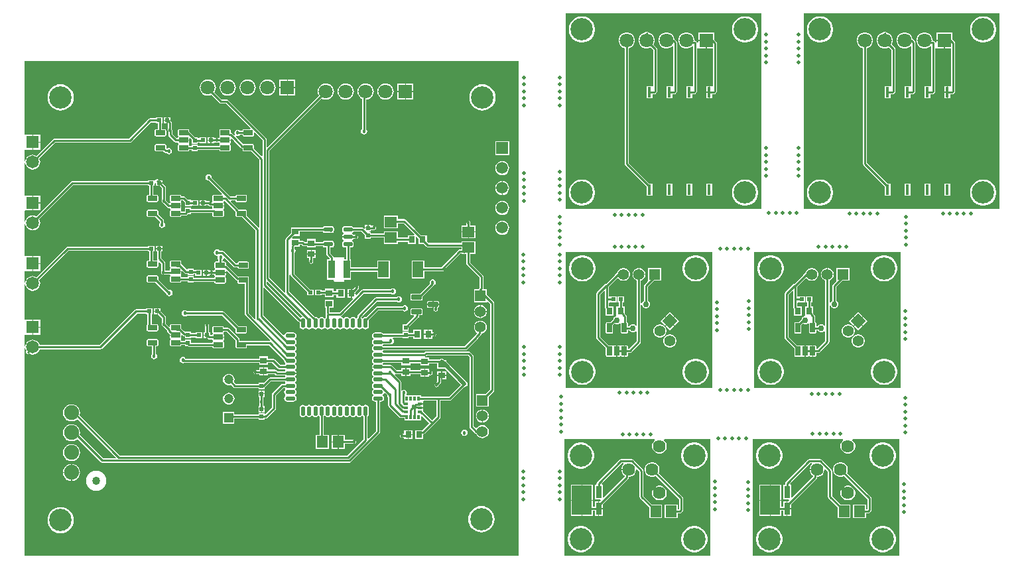
<source format=gtl>
G04*
G04 #@! TF.GenerationSoftware,Altium Limited,Altium Designer,21.5.1 (32)*
G04*
G04 Layer_Physical_Order=1*
G04 Layer_Color=255*
%FSLAX25Y25*%
%MOIN*%
G70*
G04*
G04 #@! TF.SameCoordinates,35D1D81E-305D-4ED3-A4E5-B3A77E649114*
G04*
G04*
G04 #@! TF.FilePolarity,Positive*
G04*
G01*
G75*
%ADD10R,0.09921X0.14961*%
%ADD11R,0.03071X0.06496*%
%ADD12R,0.05512X0.05906*%
%ADD13C,0.01000*%
%ADD14R,0.01800X0.05200*%
%ADD15R,0.02362X0.01968*%
%ADD16R,0.03150X0.03543*%
G04:AMPARAMS|DCode=17|XSize=25.59mil|YSize=47.24mil|CornerRadius=1.92mil|HoleSize=0mil|Usage=FLASHONLY|Rotation=180.000|XOffset=0mil|YOffset=0mil|HoleType=Round|Shape=RoundedRectangle|*
%AMROUNDEDRECTD17*
21,1,0.02559,0.04341,0,0,180.0*
21,1,0.02175,0.04724,0,0,180.0*
1,1,0.00384,-0.01088,0.02170*
1,1,0.00384,0.01088,0.02170*
1,1,0.00384,0.01088,-0.02170*
1,1,0.00384,-0.01088,-0.02170*
%
%ADD17ROUNDEDRECTD17*%
%ADD18R,0.01968X0.02362*%
G04:AMPARAMS|DCode=19|XSize=25.59mil|YSize=47.24mil|CornerRadius=1.92mil|HoleSize=0mil|Usage=FLASHONLY|Rotation=270.000|XOffset=0mil|YOffset=0mil|HoleType=Round|Shape=RoundedRectangle|*
%AMROUNDEDRECTD19*
21,1,0.02559,0.04341,0,0,270.0*
21,1,0.02175,0.04724,0,0,270.0*
1,1,0.00384,-0.02170,-0.01088*
1,1,0.00384,-0.02170,0.01088*
1,1,0.00384,0.02170,0.01088*
1,1,0.00384,0.02170,-0.01088*
%
%ADD19ROUNDEDRECTD19*%
%ADD20R,0.05512X0.07874*%
%ADD21R,0.02264X0.01378*%
%ADD22R,0.01378X0.02264*%
G04:AMPARAMS|DCode=23|XSize=51.18mil|YSize=23.62mil|CornerRadius=2.01mil|HoleSize=0mil|Usage=FLASHONLY|Rotation=0.000|XOffset=0mil|YOffset=0mil|HoleType=Round|Shape=RoundedRectangle|*
%AMROUNDEDRECTD23*
21,1,0.05118,0.01961,0,0,0.0*
21,1,0.04717,0.02362,0,0,0.0*
1,1,0.00402,0.02358,-0.00980*
1,1,0.00402,-0.02358,-0.00980*
1,1,0.00402,-0.02358,0.00980*
1,1,0.00402,0.02358,0.00980*
%
%ADD23ROUNDEDRECTD23*%
%ADD24O,0.02165X0.05118*%
%ADD25O,0.05118X0.02165*%
G04:AMPARAMS|DCode=26|XSize=47.64mil|YSize=23.23mil|CornerRadius=5.81mil|HoleSize=0mil|Usage=FLASHONLY|Rotation=180.000|XOffset=0mil|YOffset=0mil|HoleType=Round|Shape=RoundedRectangle|*
%AMROUNDEDRECTD26*
21,1,0.04764,0.01161,0,0,180.0*
21,1,0.03602,0.02323,0,0,180.0*
1,1,0.01161,-0.01801,0.00581*
1,1,0.01161,0.01801,0.00581*
1,1,0.01161,0.01801,-0.00581*
1,1,0.01161,-0.01801,-0.00581*
%
%ADD26ROUNDEDRECTD26*%
%ADD27R,0.03543X0.03150*%
%ADD28R,0.03347X0.09055*%
%ADD29R,0.05906X0.05512*%
%ADD30C,0.02000*%
%ADD31C,0.02000*%
%ADD32C,0.06378*%
%ADD33C,0.11200*%
%ADD34C,0.03000*%
%ADD35C,0.07087*%
%ADD36R,0.07087X0.07087*%
%ADD37R,0.05512X0.05512*%
%ADD38C,0.05512*%
%ADD39C,0.05512*%
%ADD40P,0.07795X4X360.0*%
%ADD41C,0.06496*%
%ADD42R,0.06496X0.06496*%
%ADD43R,0.05512X0.05512*%
%ADD44C,0.04047*%
%ADD45C,0.07500*%
%ADD46C,0.05906*%
%ADD47R,0.05906X0.05906*%
%ADD48R,0.04724X0.04724*%
%ADD49C,0.04724*%
%ADD50C,0.01800*%
G36*
X349197Y100803D02*
X100803D01*
Y204836D01*
X101303Y204868D01*
X101348Y204522D01*
X101726Y203610D01*
X101736Y203597D01*
X101678Y203510D01*
X101601Y203120D01*
X101678Y202730D01*
X101899Y202399D01*
X102230Y202178D01*
X102620Y202101D01*
X103010Y202178D01*
X103097Y202236D01*
X103110Y202226D01*
X104022Y201848D01*
X105000Y201720D01*
X105978Y201848D01*
X106890Y202226D01*
X107673Y202827D01*
X108274Y203610D01*
X108634Y204480D01*
X139035D01*
X139426Y204558D01*
X139757Y204779D01*
X157458Y222480D01*
X162016D01*
Y222016D01*
X162677D01*
Y216929D01*
X162524Y216827D01*
X162371Y216598D01*
X162317Y216328D01*
Y214153D01*
X162371Y213883D01*
X162524Y213654D01*
X162753Y213501D01*
X163023Y213447D01*
X167363D01*
X167633Y213501D01*
X167862Y213654D01*
X168015Y213883D01*
X168069Y214153D01*
Y216328D01*
X168015Y216598D01*
X167862Y216827D01*
X167633Y216980D01*
X167363Y217033D01*
X164716D01*
Y222016D01*
X165378D01*
Y224984D01*
X162016D01*
Y224520D01*
X157036D01*
X156645Y224442D01*
X156315Y224221D01*
X138613Y206520D01*
X108634D01*
X108274Y207390D01*
X107673Y208173D01*
X106890Y208774D01*
X105978Y209152D01*
X105000Y209280D01*
X104022Y209152D01*
X103110Y208774D01*
X102327Y208173D01*
X101726Y207390D01*
X101348Y206478D01*
X101303Y206132D01*
X100803Y206164D01*
Y211629D01*
X101252Y211752D01*
X101303Y211752D01*
X104750D01*
Y215500D01*
Y219248D01*
X101303D01*
X101252Y219248D01*
X100803Y219371D01*
Y236836D01*
X101303Y236868D01*
X101348Y236522D01*
X101726Y235610D01*
X102327Y234827D01*
X103110Y234226D01*
X104022Y233848D01*
X105000Y233720D01*
X105978Y233848D01*
X106890Y234226D01*
X107673Y234827D01*
X108274Y235610D01*
X108652Y236522D01*
X108780Y237500D01*
X108652Y238478D01*
X108291Y239349D01*
X122922Y253980D01*
X162850D01*
Y253516D01*
X163512D01*
Y249033D01*
X163023D01*
X162753Y248979D01*
X162524Y248827D01*
X162371Y248598D01*
X162317Y248328D01*
Y246153D01*
X162371Y245883D01*
X162524Y245654D01*
X162753Y245501D01*
X163023Y245447D01*
X167363D01*
X167633Y245501D01*
X167862Y245654D01*
X168015Y245883D01*
X168069Y246153D01*
Y248133D01*
X168560Y248348D01*
X169480Y247428D01*
Y243000D01*
X169558Y242610D01*
X169779Y242279D01*
X170110Y242058D01*
X170500Y241980D01*
X173667D01*
X174138Y241499D01*
Y241348D01*
X174131Y241337D01*
X173985Y241117D01*
X173931Y240847D01*
Y238672D01*
X173985Y238402D01*
X174138Y238173D01*
X174367Y238020D01*
X174637Y237967D01*
X178977D01*
X179247Y238020D01*
X179476Y238173D01*
X179629Y238402D01*
X179674Y238626D01*
X183016D01*
Y237850D01*
X185984D01*
Y238376D01*
X196317D01*
Y238172D01*
X196371Y237902D01*
X196524Y237673D01*
X196753Y237521D01*
X197023Y237467D01*
X201363D01*
X201633Y237521D01*
X201862Y237673D01*
X202015Y237902D01*
X202069Y238172D01*
Y240347D01*
X202015Y240617D01*
X201869Y240837D01*
X201862Y240848D01*
Y241130D01*
Y241411D01*
X201869Y241423D01*
X202015Y241642D01*
X202069Y241912D01*
Y242750D01*
X199193D01*
Y243250D01*
X202069D01*
Y243626D01*
X202569Y243833D01*
X203693Y242709D01*
X203693Y242709D01*
X207149Y239252D01*
X207480Y239032D01*
X207870Y238954D01*
X207931D01*
Y238172D01*
X207985Y237902D01*
X208138Y237673D01*
X208367Y237521D01*
X208637Y237467D01*
X211458D01*
Y222298D01*
X211535Y221908D01*
X211756Y221577D01*
X224348Y208985D01*
X224146Y208562D01*
X224107Y208520D01*
X212145D01*
X211977Y208553D01*
X209015D01*
Y209161D01*
X208938Y209551D01*
X208717Y209882D01*
X203637Y214961D01*
X203307Y215182D01*
X202916Y215260D01*
X201069D01*
Y215328D01*
X201015Y215598D01*
X200862Y215827D01*
X200633Y215980D01*
X200363Y216033D01*
X196023D01*
X195753Y215980D01*
X195524Y215827D01*
X195371Y215598D01*
X195317Y215328D01*
Y213153D01*
X195371Y212883D01*
X195517Y212663D01*
X195524Y212652D01*
Y212370D01*
Y212088D01*
X195517Y212077D01*
X195371Y211858D01*
X195317Y211588D01*
Y211520D01*
X194150D01*
Y212984D01*
X193488D01*
Y216500D01*
X193411Y216890D01*
X193190Y217221D01*
X192859Y217442D01*
X192469Y217520D01*
X192078Y217442D01*
X191747Y217221D01*
X191526Y216890D01*
X191449Y216500D01*
X191449Y216500D01*
Y212984D01*
X190787D01*
Y211750D01*
X192469D01*
Y211500D01*
X192719D01*
Y210005D01*
X192944Y209779D01*
X193275Y209558D01*
X193665Y209480D01*
X195317D01*
Y209412D01*
X195371Y209142D01*
X195517Y208923D01*
X195524Y208911D01*
Y208630D01*
Y208348D01*
X195517Y208337D01*
X195371Y208117D01*
X195317Y207847D01*
Y207779D01*
X184428D01*
Y209263D01*
X181460D01*
Y208690D01*
X179683D01*
Y208847D01*
X179629Y209117D01*
X179483Y209337D01*
X179476Y209348D01*
Y209630D01*
Y209911D01*
X179483Y209923D01*
X179629Y210142D01*
X179683Y210412D01*
Y211473D01*
X180145Y211664D01*
X180474Y211335D01*
X180805Y211114D01*
X181195Y211036D01*
X181460D01*
Y209837D01*
X184428D01*
Y210480D01*
X186850D01*
Y210016D01*
X190213D01*
Y212984D01*
X186850D01*
Y212520D01*
X184428D01*
Y213200D01*
X181493D01*
X180890Y213802D01*
X180890Y213802D01*
X179683Y215010D01*
Y216328D01*
X179629Y216598D01*
X179476Y216827D01*
X179247Y216980D01*
X178977Y217033D01*
X174637D01*
X174367Y216980D01*
X174138Y216827D01*
X173985Y216598D01*
X173931Y216328D01*
Y216001D01*
X173469Y215810D01*
X171857Y217422D01*
Y220493D01*
X171779Y220884D01*
X171558Y221214D01*
X169523Y223250D01*
X167884D01*
Y222005D01*
X169818Y220071D01*
Y217000D01*
X169895Y216610D01*
X170116Y216279D01*
X170116Y216279D01*
X172425Y213970D01*
Y213659D01*
X172503Y213269D01*
X172724Y212938D01*
X173422Y212240D01*
X173753Y212019D01*
X173767Y212016D01*
X173931Y211851D01*
Y211750D01*
X176807D01*
Y211250D01*
X173931D01*
Y210412D01*
X173985Y210142D01*
X174131Y209923D01*
X174138Y209911D01*
Y209630D01*
Y209348D01*
X174131Y209337D01*
X173985Y209117D01*
X173931Y208847D01*
Y206672D01*
X173985Y206402D01*
X174138Y206173D01*
X174367Y206020D01*
X174637Y205967D01*
X178977D01*
X179247Y206020D01*
X179476Y206173D01*
X179629Y206402D01*
X179679Y206651D01*
X181460D01*
Y205900D01*
X183055D01*
X183179Y205818D01*
X183569Y205740D01*
X195317D01*
Y205672D01*
X195371Y205402D01*
X195524Y205173D01*
X195753Y205020D01*
X196023Y204967D01*
X200363D01*
X200633Y205020D01*
X200862Y205173D01*
X201015Y205402D01*
X201069Y205672D01*
Y207847D01*
X201015Y208117D01*
X200869Y208337D01*
X200862Y208348D01*
Y208630D01*
Y208911D01*
X200869Y208923D01*
X201015Y209142D01*
X201069Y209412D01*
Y210250D01*
X198193D01*
Y210750D01*
X201069D01*
Y211588D01*
X201015Y211858D01*
X200869Y212077D01*
X200862Y212088D01*
Y212370D01*
Y212652D01*
X200869Y212663D01*
X201015Y212883D01*
X201069Y213153D01*
Y213221D01*
X202494D01*
X206976Y208739D01*
Y208072D01*
X206931Y207847D01*
Y205672D01*
X206985Y205402D01*
X207138Y205173D01*
X207367Y205020D01*
X207637Y204967D01*
X211977D01*
X212247Y205020D01*
X212476Y205173D01*
X212629Y205402D01*
X212683Y205672D01*
Y206480D01*
X223704D01*
X231391Y198793D01*
X231363Y198650D01*
X231486Y198032D01*
X231835Y197509D01*
X232034Y197376D01*
Y196904D01*
X231640Y196520D01*
X229405D01*
X226448Y199477D01*
X226117Y199698D01*
X225727Y199776D01*
X223272D01*
Y200831D01*
X218728D01*
Y199776D01*
X181887D01*
X181642Y200142D01*
X181118Y200492D01*
X180500Y200615D01*
X179882Y200492D01*
X179358Y200142D01*
X179008Y199618D01*
X178885Y199000D01*
X179008Y198382D01*
X179358Y197858D01*
X179882Y197508D01*
X180500Y197385D01*
X181118Y197508D01*
X181460Y197736D01*
X218728D01*
Y196681D01*
X223272D01*
Y197736D01*
X225305D01*
X228262Y194779D01*
X228593Y194558D01*
X228983Y194480D01*
X231754D01*
X231835Y194359D01*
X232034Y194226D01*
Y193754D01*
X231640Y193370D01*
X228177D01*
X227676Y193872D01*
X227345Y194093D01*
X226955Y194171D01*
X223272D01*
Y195319D01*
X221250D01*
Y193244D01*
Y191169D01*
X223272D01*
Y192131D01*
X226532D01*
X227034Y191629D01*
X227365Y191408D01*
X227755Y191331D01*
X231754D01*
X231835Y191209D01*
X232034Y191076D01*
Y190604D01*
X231640Y190220D01*
X224138D01*
X223748Y190143D01*
X223417Y189922D01*
X221208Y187713D01*
X218500D01*
Y187051D01*
X207103D01*
X206113Y188042D01*
X206289Y188465D01*
X206387Y189213D01*
X206289Y189960D01*
X206000Y190656D01*
X205541Y191254D01*
X204943Y191713D01*
X204247Y192001D01*
X203500Y192099D01*
X202753Y192001D01*
X202057Y191713D01*
X201459Y191254D01*
X201000Y190656D01*
X200711Y189960D01*
X200613Y189213D01*
X200711Y188465D01*
X201000Y187769D01*
X201459Y187171D01*
X202057Y186713D01*
X202753Y186424D01*
X203500Y186326D01*
X204247Y186424D01*
X204671Y186600D01*
X205960Y185310D01*
X206291Y185090D01*
X206681Y185012D01*
X218500D01*
Y184350D01*
X221468D01*
Y185163D01*
X221690Y185310D01*
X224560Y188181D01*
X231754D01*
X231835Y188060D01*
X232034Y187927D01*
Y187422D01*
X231650Y187045D01*
X230394D01*
X230003Y186968D01*
X229673Y186747D01*
X225425Y182499D01*
X225204Y182168D01*
X225127Y181778D01*
Y175201D01*
X221946Y172021D01*
X221484Y172213D01*
Y172213D01*
X218516D01*
Y171551D01*
X206362D01*
Y172862D01*
X200638D01*
Y167138D01*
X206362D01*
Y169512D01*
X218516D01*
Y168850D01*
X221484D01*
Y169512D01*
X221899D01*
X222289Y169589D01*
X222619Y169810D01*
X226867Y174058D01*
X227088Y174389D01*
X227166Y174779D01*
Y181356D01*
X230816Y185006D01*
X231771D01*
X231835Y184910D01*
X232034Y184777D01*
Y184176D01*
X231835Y184043D01*
X231486Y183519D01*
X231363Y182902D01*
X231486Y182284D01*
X231835Y181761D01*
X232034Y181627D01*
Y181026D01*
X231835Y180893D01*
X231486Y180369D01*
X231363Y179752D01*
X231486Y179134D01*
X231835Y178611D01*
X232359Y178261D01*
X232976Y178138D01*
X235929D01*
X236547Y178261D01*
X237070Y178611D01*
X237420Y179134D01*
X237543Y179752D01*
X237420Y180369D01*
X237070Y180893D01*
X236871Y181026D01*
Y181627D01*
X237070Y181761D01*
X237420Y182284D01*
X237543Y182902D01*
X237420Y183519D01*
X237070Y184043D01*
X236871Y184176D01*
Y184777D01*
X237070Y184910D01*
X237420Y185434D01*
X237543Y186051D01*
X237420Y186669D01*
X237070Y187192D01*
X236871Y187325D01*
Y187927D01*
X237070Y188060D01*
X237420Y188583D01*
X237543Y189201D01*
X237420Y189818D01*
X237070Y190342D01*
X236871Y190475D01*
Y191076D01*
X237070Y191209D01*
X237420Y191733D01*
X237493Y192100D01*
X234453D01*
Y192600D01*
X237493D01*
X237420Y192968D01*
X237070Y193491D01*
X236871Y193624D01*
Y194226D01*
X237070Y194359D01*
X237420Y194883D01*
X237543Y195500D01*
X237420Y196117D01*
X237070Y196641D01*
X236871Y196774D01*
Y197376D01*
X237070Y197509D01*
X237420Y198032D01*
X237543Y198650D01*
X237420Y199267D01*
X237070Y199791D01*
X236871Y199924D01*
Y200525D01*
X237070Y200658D01*
X237420Y201182D01*
X237543Y201799D01*
X237420Y202417D01*
X237070Y202940D01*
X236871Y203073D01*
Y203675D01*
X237070Y203808D01*
X237420Y204331D01*
X237543Y204949D01*
X237420Y205566D01*
X237070Y206090D01*
X236871Y206223D01*
Y206824D01*
X237070Y206957D01*
X237420Y207481D01*
X237543Y208098D01*
X237420Y208716D01*
X237070Y209240D01*
X236871Y209373D01*
Y209974D01*
X237070Y210107D01*
X237420Y210630D01*
X237543Y211248D01*
X237420Y211866D01*
X237070Y212389D01*
X236547Y212739D01*
X235929Y212862D01*
X232976D01*
X232359Y212739D01*
X231835Y212389D01*
X231486Y211866D01*
X231464Y211759D01*
X230922Y211595D01*
X221020Y221497D01*
Y235184D01*
X221481Y235376D01*
X238467Y218391D01*
X238797Y218170D01*
X239138Y218102D01*
Y216071D01*
X239261Y215453D01*
X239611Y214930D01*
X240134Y214580D01*
X240752Y214457D01*
X241370Y214580D01*
X241893Y214930D01*
X242026Y215129D01*
X242627D01*
X242760Y214930D01*
X243284Y214580D01*
X243902Y214457D01*
X244519Y214580D01*
X245043Y214930D01*
X245176Y215129D01*
X245777D01*
X245910Y214930D01*
X246434Y214580D01*
X247051Y214457D01*
X247669Y214580D01*
X248192Y214930D01*
X248325Y215129D01*
X248927D01*
X249060Y214930D01*
X249583Y214580D01*
X250201Y214457D01*
X250818Y214580D01*
X251342Y214930D01*
X251475Y215129D01*
X252076D01*
X252209Y214930D01*
X252733Y214580D01*
X253350Y214457D01*
X253968Y214580D01*
X254491Y214930D01*
X254625Y215129D01*
X255226D01*
X255359Y214930D01*
X255883Y214580D01*
X256500Y214457D01*
X257118Y214580D01*
X257641Y214930D01*
X257774Y215129D01*
X258376D01*
X258509Y214930D01*
X259032Y214580D01*
X259650Y214457D01*
X260267Y214580D01*
X260791Y214930D01*
X260924Y215129D01*
X261525D01*
X261658Y214930D01*
X262182Y214580D01*
X262799Y214457D01*
X263417Y214580D01*
X263940Y214930D01*
X264073Y215129D01*
X264675D01*
X264808Y214930D01*
X265331Y214580D01*
X265949Y214457D01*
X266566Y214580D01*
X267090Y214930D01*
X267223Y215129D01*
X267824D01*
X267957Y214930D01*
X268481Y214580D01*
X269098Y214457D01*
X269716Y214580D01*
X270239Y214930D01*
X270373Y215129D01*
X270974D01*
X271107Y214930D01*
X271631Y214580D01*
X272248Y214457D01*
X272866Y214580D01*
X273389Y214930D01*
X273739Y215453D01*
X273862Y216071D01*
Y219024D01*
X273833Y219167D01*
X278647Y223980D01*
X290776D01*
X290858Y223858D01*
X291382Y223508D01*
X292000Y223385D01*
X292618Y223508D01*
X293142Y223858D01*
X293492Y224382D01*
X293615Y225000D01*
X293492Y225618D01*
X293142Y226142D01*
X292618Y226492D01*
X292000Y226615D01*
X291382Y226492D01*
X290858Y226142D01*
X290776Y226020D01*
X278224D01*
X277834Y225942D01*
X277503Y225721D01*
X272391Y220609D01*
X272248Y220637D01*
X271631Y220514D01*
X271107Y220165D01*
X270974Y219966D01*
X270373D01*
X270239Y220165D01*
X270182Y220203D01*
X270152Y220710D01*
X277922Y228480D01*
X287776D01*
X287858Y228358D01*
X288382Y228008D01*
X289000Y227885D01*
X289618Y228008D01*
X290142Y228358D01*
X290492Y228882D01*
X290615Y229500D01*
X290492Y230118D01*
X290142Y230642D01*
X289618Y230992D01*
X289000Y231115D01*
X288382Y230992D01*
X287858Y230642D01*
X287776Y230520D01*
X277500D01*
X277110Y230442D01*
X276779Y230221D01*
X268377Y221819D01*
X268156Y221489D01*
X268079Y221098D01*
Y220246D01*
X267957Y220165D01*
X267824Y219966D01*
X267223D01*
X267090Y220165D01*
X266566Y220514D01*
X265949Y220637D01*
X265331Y220514D01*
X264808Y220165D01*
X264675Y219966D01*
X264073D01*
X263940Y220165D01*
X263417Y220514D01*
X262799Y220637D01*
X262182Y220514D01*
X261658Y220165D01*
X261525Y219966D01*
X260924D01*
X260791Y220165D01*
X260267Y220514D01*
X259859Y220596D01*
Y221105D01*
X259978Y221129D01*
X260308Y221350D01*
X271439Y232480D01*
X284776D01*
X284858Y232358D01*
X285382Y232008D01*
X286000Y231885D01*
X286618Y232008D01*
X287142Y232358D01*
X287492Y232882D01*
X287615Y233500D01*
X287492Y234118D01*
X287142Y234642D01*
X286618Y234992D01*
X286000Y235115D01*
X285382Y234992D01*
X284858Y234642D01*
X284776Y234520D01*
X271017D01*
X270626Y234442D01*
X270296Y234221D01*
X267793Y231718D01*
X267331Y231909D01*
Y232250D01*
X265506D01*
Y230228D01*
X265650D01*
X265841Y229766D01*
X259165Y223091D01*
X254370D01*
Y225169D01*
X256272D01*
Y229319D01*
X251728D01*
Y225169D01*
X252331D01*
Y222500D01*
X252374Y222285D01*
X252331Y222071D01*
Y220246D01*
X252209Y220165D01*
X252076Y219966D01*
X251475D01*
X251342Y220165D01*
X250818Y220514D01*
X250201Y220637D01*
X249583Y220514D01*
X249060Y220165D01*
X248927Y219966D01*
X248325D01*
X248192Y220165D01*
X247669Y220514D01*
X247051Y220637D01*
X246908Y220609D01*
X234020Y233497D01*
Y241785D01*
X234520Y241834D01*
X234558Y241641D01*
X234779Y241311D01*
X242850Y233239D01*
Y231516D01*
X246213D01*
Y234484D01*
X244489D01*
X236520Y242454D01*
Y252776D01*
X236642Y252858D01*
X236992Y253382D01*
X237115Y254000D01*
X236992Y254618D01*
X236642Y255142D01*
X236520Y255224D01*
Y255925D01*
X239272D01*
Y256980D01*
X240206D01*
X240651Y256535D01*
X240982Y256314D01*
X241372Y256236D01*
X242728D01*
Y255681D01*
X247272D01*
Y256240D01*
X250751D01*
X250979Y255900D01*
X251336Y255661D01*
X251758Y255577D01*
X252539D01*
Y252324D01*
X252617Y251934D01*
X252838Y251603D01*
X254142Y250299D01*
Y249528D01*
X252988D01*
Y239472D01*
X256290D01*
Y239000D01*
X256344Y238728D01*
X256498Y238498D01*
X256728Y238344D01*
X257000Y238289D01*
X261000D01*
X261272Y238344D01*
X261502Y238498D01*
X261656Y238728D01*
X261711Y239000D01*
Y239472D01*
X265012D01*
Y243480D01*
X278083D01*
Y240063D01*
X284594D01*
Y248937D01*
X278083D01*
Y245520D01*
X265012D01*
Y249528D01*
X264460D01*
Y255577D01*
X265242D01*
X265664Y255661D01*
X266021Y255900D01*
X266260Y256258D01*
X266344Y256679D01*
Y257840D01*
X266260Y258262D01*
X266021Y258620D01*
X265664Y258859D01*
X265581Y258875D01*
Y259385D01*
X265664Y259401D01*
X266021Y259640D01*
X266249Y259980D01*
X267500D01*
X267890Y260058D01*
X268221Y260279D01*
X268442Y260610D01*
X268520Y261000D01*
X268442Y261390D01*
X268221Y261721D01*
X267890Y261942D01*
X267500Y262020D01*
X266249D01*
X266021Y262360D01*
X265664Y262599D01*
X265581Y262615D01*
Y263125D01*
X265664Y263141D01*
X266021Y263380D01*
X266249Y263721D01*
X270066D01*
X272016Y261771D01*
Y259850D01*
X274984D01*
Y260512D01*
X281547D01*
Y257307D01*
X288453D01*
Y258480D01*
X293413D01*
Y257228D01*
X297563D01*
Y260842D01*
X298025Y261033D01*
X298925Y260133D01*
Y257228D01*
X301633D01*
X302768Y256093D01*
X303099Y255872D01*
X303489Y255795D01*
X320543D01*
Y254713D01*
X319693D01*
X319303Y254635D01*
X318972Y254414D01*
X310328Y245770D01*
X301917D01*
Y248937D01*
X295406D01*
Y240063D01*
X301917D01*
Y243730D01*
X310750D01*
X311140Y243808D01*
X311471Y244029D01*
X320047Y252605D01*
X320547Y252509D01*
Y252307D01*
X321464D01*
X321563Y252288D01*
X321661Y252307D01*
X322799D01*
Y247681D01*
X322877Y247291D01*
X323098Y246960D01*
X329480Y240578D01*
Y235422D01*
X328779Y234721D01*
X328634Y234504D01*
X326744D01*
Y227992D01*
X333256D01*
Y228149D01*
X333718Y228340D01*
X334980Y227078D01*
Y184422D01*
X332562Y182004D01*
X327744D01*
Y175492D01*
X334256D01*
Y180814D01*
X336721Y183279D01*
X336942Y183610D01*
X337020Y184000D01*
Y227500D01*
X336942Y227890D01*
X336721Y228221D01*
X333256Y231686D01*
Y234504D01*
X331927D01*
X331520Y235000D01*
Y241000D01*
X331442Y241390D01*
X331221Y241721D01*
X324838Y248103D01*
Y252307D01*
X327453D01*
Y258819D01*
X320547D01*
Y257834D01*
X303911D01*
X303075Y258670D01*
Y261772D01*
X300170D01*
X297221Y264721D01*
X297221Y264721D01*
X292407Y269535D01*
X292076Y269756D01*
X291686Y269834D01*
X288453D01*
Y271693D01*
X281547D01*
Y265181D01*
X288453D01*
Y267795D01*
X291263D01*
X295779Y263279D01*
X295779Y263279D01*
X296825Y262234D01*
X296633Y261772D01*
X293413D01*
Y260520D01*
X288453D01*
Y263819D01*
X281547D01*
Y262551D01*
X274984D01*
Y263213D01*
X273839D01*
X273789Y263287D01*
X274057Y263787D01*
X274984D01*
Y264465D01*
X276484D01*
X276874Y264542D01*
X277205Y264763D01*
X277221Y264779D01*
X277442Y265110D01*
X277520Y265500D01*
X277442Y265890D01*
X277221Y266221D01*
X276890Y266442D01*
X276500Y266520D01*
X276421Y266504D01*
X274984D01*
Y267150D01*
X273750D01*
Y265469D01*
X273500D01*
Y265218D01*
X271800D01*
X271554Y265117D01*
X271209Y265461D01*
X270878Y265682D01*
X270488Y265760D01*
X266249D01*
X266021Y266100D01*
X265664Y266339D01*
X265242Y266423D01*
X261640D01*
X261218Y266339D01*
X260861Y266100D01*
X260622Y265742D01*
X260538Y265321D01*
Y264159D01*
X260622Y263738D01*
X260861Y263380D01*
X261218Y263141D01*
X261301Y263125D01*
Y262615D01*
X261218Y262599D01*
X260861Y262360D01*
X260622Y262002D01*
X260538Y261581D01*
Y261250D01*
X263441D01*
Y260750D01*
X260538D01*
Y260419D01*
X260622Y259998D01*
X260861Y259640D01*
X261218Y259401D01*
X261301Y259385D01*
Y258875D01*
X261218Y258859D01*
X260861Y258620D01*
X260622Y258262D01*
X260538Y257840D01*
Y256679D01*
X260622Y256258D01*
X260861Y255900D01*
X261218Y255661D01*
X261640Y255577D01*
X262421D01*
Y249528D01*
X261711D01*
Y250000D01*
X261656Y250272D01*
X261502Y250502D01*
X261272Y250656D01*
X261000Y250711D01*
X257000D01*
X256728Y250656D01*
X256681Y250625D01*
X256477Y250664D01*
X256166Y250825D01*
X256159Y250832D01*
X256103Y251112D01*
X255882Y251443D01*
X254579Y252746D01*
Y255577D01*
X255360D01*
X255782Y255661D01*
X256139Y255900D01*
X256378Y256258D01*
X256462Y256679D01*
Y257840D01*
X256378Y258262D01*
X256139Y258620D01*
X255782Y258859D01*
X255360Y258942D01*
X251758D01*
X251336Y258859D01*
X250979Y258620D01*
X250751Y258279D01*
X247272D01*
Y259831D01*
X242728D01*
Y258276D01*
X241794D01*
X241349Y258721D01*
X241018Y258942D01*
X240628Y259020D01*
X239272D01*
Y260075D01*
X235461D01*
X235270Y260537D01*
X236170Y261437D01*
X239272D01*
Y263721D01*
X250751D01*
X250979Y263380D01*
X251336Y263141D01*
X251758Y263058D01*
X255360D01*
X255782Y263141D01*
X256139Y263380D01*
X256378Y263738D01*
X256462Y264159D01*
Y265321D01*
X256378Y265742D01*
X256139Y266100D01*
X255782Y266339D01*
X255360Y266423D01*
X251758D01*
X251336Y266339D01*
X250979Y266100D01*
X250751Y265760D01*
X238425D01*
X238035Y265682D01*
X237892Y265587D01*
X234728D01*
Y262879D01*
X232279Y260430D01*
X232058Y260099D01*
X231980Y259709D01*
Y233094D01*
X231938Y233055D01*
X231515Y232852D01*
X224020Y240348D01*
Y304264D01*
X250246Y330490D01*
X250275Y330468D01*
X251258Y330061D01*
X252314Y329922D01*
X253369Y330061D01*
X254353Y330468D01*
X255198Y331116D01*
X255846Y331961D01*
X256253Y332944D01*
X256392Y334000D01*
X256253Y335055D01*
X255846Y336039D01*
X255198Y336884D01*
X254353Y337532D01*
X253369Y337939D01*
X252314Y338078D01*
X251258Y337939D01*
X250275Y337532D01*
X249430Y336884D01*
X248782Y336039D01*
X248375Y335055D01*
X248236Y334000D01*
X248375Y332944D01*
X248782Y331961D01*
X248804Y331932D01*
X222982Y306109D01*
X222520Y306301D01*
Y310000D01*
X222442Y310390D01*
X222221Y310721D01*
X203221Y329721D01*
X202890Y329942D01*
X202500Y330020D01*
X199922D01*
X196293Y333649D01*
X196532Y333961D01*
X196939Y334945D01*
X197078Y336000D01*
X196939Y337055D01*
X196532Y338039D01*
X195884Y338884D01*
X195039Y339532D01*
X194055Y339939D01*
X193000Y340078D01*
X191945Y339939D01*
X190961Y339532D01*
X190116Y338884D01*
X189468Y338039D01*
X189061Y337055D01*
X188922Y336000D01*
X189061Y334945D01*
X189468Y333961D01*
X190116Y333116D01*
X190961Y332468D01*
X191945Y332061D01*
X193000Y331922D01*
X194055Y332061D01*
X194721Y332337D01*
X198779Y328279D01*
X199110Y328058D01*
X199500Y327980D01*
X202078D01*
X214563Y315495D01*
X214371Y315033D01*
X211137D01*
X210867Y314980D01*
X210638Y314827D01*
X210485Y314598D01*
X210431Y314328D01*
Y314220D01*
X209193D01*
X209138Y314303D01*
X208614Y314653D01*
X207996Y314776D01*
X207377Y314653D01*
X206853Y314303D01*
X206503Y313779D01*
X206380Y313161D01*
X206503Y312543D01*
X206611Y312382D01*
X206222Y312063D01*
X205285Y313000D01*
X204954Y313222D01*
X204569Y313298D01*
Y314328D01*
X204515Y314598D01*
X204362Y314827D01*
X204133Y314980D01*
X203863Y315033D01*
X199523D01*
X199253Y314980D01*
X199024Y314827D01*
X198871Y314598D01*
X198817Y314328D01*
Y312153D01*
X198871Y311883D01*
X199024Y311654D01*
Y311087D01*
X198871Y310858D01*
X198861Y310809D01*
X198768Y310670D01*
X198738Y310520D01*
X197548D01*
X197548Y310520D01*
X196181D01*
Y310984D01*
X194750D01*
Y309500D01*
Y308016D01*
X196181D01*
Y308480D01*
X197531D01*
X197531Y308480D01*
X198817D01*
Y308412D01*
X198871Y308142D01*
X199017Y307923D01*
X199024Y307911D01*
Y307630D01*
Y307348D01*
X199017Y307337D01*
X198871Y307117D01*
X198817Y306847D01*
Y306665D01*
X187984D01*
Y307213D01*
X185016D01*
Y306779D01*
X183683D01*
Y306847D01*
X183629Y307117D01*
X183483Y307337D01*
X183476Y307348D01*
Y307630D01*
Y307911D01*
X183483Y307923D01*
X183629Y308142D01*
X183683Y308412D01*
Y309250D01*
X180807D01*
Y309750D01*
X183683D01*
Y310333D01*
X184183Y310541D01*
X185016Y309708D01*
Y307787D01*
X187984D01*
Y308465D01*
X188882D01*
Y308016D01*
X192244D01*
Y310984D01*
X188882D01*
Y310504D01*
X187984D01*
Y311150D01*
X186458D01*
X183683Y313924D01*
Y314328D01*
X183629Y314598D01*
X183476Y314827D01*
X183247Y314980D01*
X182977Y315033D01*
X178637D01*
X178367Y314980D01*
X178138Y314827D01*
X177985Y314598D01*
X177931Y314328D01*
Y312153D01*
X177985Y311883D01*
X178131Y311663D01*
X178138Y311652D01*
Y311370D01*
Y311088D01*
X178131Y311077D01*
X177985Y310858D01*
X177931Y310588D01*
Y310520D01*
X177367D01*
X175088Y312798D01*
Y314605D01*
X175011Y314995D01*
X174935Y315108D01*
Y318250D01*
X174858Y318640D01*
X174637Y318971D01*
X174357Y319250D01*
X172719D01*
Y318005D01*
X172896Y317827D01*
Y314758D01*
X172974Y314368D01*
X173049Y314255D01*
Y312376D01*
X173127Y311986D01*
X173348Y311655D01*
X176224Y308779D01*
X176555Y308558D01*
X176945Y308480D01*
X177931D01*
Y308412D01*
X177985Y308142D01*
X178131Y307923D01*
X178138Y307911D01*
Y307630D01*
Y307348D01*
X178131Y307337D01*
X177985Y307117D01*
X177931Y306847D01*
Y304672D01*
X177985Y304402D01*
X178138Y304173D01*
X178367Y304020D01*
X178637Y303967D01*
X182977D01*
X183247Y304020D01*
X183476Y304173D01*
X183629Y304402D01*
X183683Y304672D01*
Y304740D01*
X185016D01*
Y303850D01*
X187984D01*
Y304626D01*
X198826D01*
X198871Y304402D01*
X199024Y304173D01*
X199253Y304021D01*
X199523Y303967D01*
X203863D01*
X204133Y304021D01*
X204362Y304173D01*
X204515Y304402D01*
X204569Y304672D01*
Y306847D01*
X204515Y307117D01*
X204369Y307337D01*
X204362Y307348D01*
Y307630D01*
Y307911D01*
X204369Y307923D01*
X204515Y308142D01*
X204569Y308412D01*
Y309250D01*
X201693D01*
Y309750D01*
X204569D01*
Y310126D01*
X205069Y310333D01*
X206283Y309118D01*
X206283Y309118D01*
X209649Y305752D01*
X209980Y305532D01*
X210370Y305454D01*
X210431D01*
Y304672D01*
X210485Y304402D01*
X210638Y304173D01*
X210867Y304021D01*
X211137Y303967D01*
X214741D01*
X218980Y299727D01*
Y265736D01*
X218480Y265528D01*
X212620Y271389D01*
X212629Y271402D01*
X212683Y271672D01*
Y273847D01*
X212629Y274117D01*
X212476Y274346D01*
X212247Y274499D01*
X211977Y274553D01*
X208818D01*
X208666Y274780D01*
X204687Y278759D01*
X204878Y279221D01*
X206931D01*
Y279153D01*
X206985Y278883D01*
X207138Y278654D01*
X207367Y278501D01*
X207637Y278447D01*
X211977D01*
X212247Y278501D01*
X212476Y278654D01*
X212629Y278883D01*
X212683Y279153D01*
Y281328D01*
X212629Y281598D01*
X212476Y281827D01*
X212247Y281980D01*
X211977Y282033D01*
X207637D01*
X207367Y281980D01*
X207138Y281827D01*
X206985Y281598D01*
X206931Y281328D01*
Y281260D01*
X204356D01*
X195002Y290613D01*
X195031Y290758D01*
X194908Y291376D01*
X194558Y291900D01*
X194034Y292250D01*
X193416Y292373D01*
X192798Y292250D01*
X192274Y291900D01*
X191923Y291376D01*
X191800Y290758D01*
X191923Y290140D01*
X192274Y289616D01*
X192798Y289265D01*
X193416Y289143D01*
X193560Y289171D01*
X200199Y282533D01*
X199991Y282033D01*
X196023D01*
X195753Y281980D01*
X195524Y281827D01*
X195371Y281598D01*
X195317Y281328D01*
Y279153D01*
X195371Y278883D01*
X195109Y278456D01*
X194776Y278374D01*
X194674Y278442D01*
X194283Y278520D01*
X194273D01*
X194071Y278721D01*
X193741Y278942D01*
X193351Y279020D01*
X192150D01*
Y279484D01*
X190718D01*
Y278000D01*
Y276516D01*
X192150D01*
Y276980D01*
X192928D01*
X193130Y276779D01*
X193460Y276558D01*
X193851Y276480D01*
X193900D01*
X194114Y276338D01*
X194504Y276260D01*
X195317D01*
Y275412D01*
X194942Y274953D01*
X184484D01*
Y275713D01*
X181516D01*
Y273792D01*
X181503Y273779D01*
X179683D01*
Y273847D01*
X179629Y274117D01*
X179483Y274337D01*
X179476Y274348D01*
Y274630D01*
Y274911D01*
X179483Y274923D01*
X179629Y275142D01*
X179683Y275412D01*
Y276250D01*
X176807D01*
Y276750D01*
X179683D01*
Y277588D01*
X179629Y277858D01*
X179483Y278077D01*
X179476Y278088D01*
Y278370D01*
Y278652D01*
X179483Y278663D01*
X179629Y278883D01*
X179683Y279153D01*
Y279221D01*
X180503D01*
X181516Y278208D01*
Y276287D01*
X184484D01*
Y276287D01*
X184850Y276516D01*
X188213D01*
Y279484D01*
X184850D01*
X184484Y279650D01*
Y279650D01*
X182958D01*
X181646Y280961D01*
X181315Y281182D01*
X180925Y281260D01*
X179683D01*
Y281328D01*
X179629Y281598D01*
X179476Y281827D01*
X179247Y281979D01*
X178977Y282033D01*
X174637D01*
X174367Y281979D01*
X174138Y281827D01*
X173985Y281598D01*
X173931Y281328D01*
Y279153D01*
X173985Y278883D01*
X174131Y278663D01*
X174138Y278652D01*
Y278370D01*
Y278088D01*
X174131Y278077D01*
X174131Y278077D01*
X173728Y277849D01*
X173663Y277830D01*
X173466Y277813D01*
X171857Y279422D01*
Y285828D01*
X171779Y286218D01*
X171558Y286549D01*
X170357Y287750D01*
X168719D01*
Y286505D01*
X169818Y285406D01*
Y279000D01*
X169895Y278610D01*
X170116Y278279D01*
X172616Y275779D01*
X172947Y275558D01*
X173337Y275480D01*
X173931D01*
Y275412D01*
X173985Y275142D01*
X174131Y274923D01*
X174138Y274911D01*
Y274630D01*
Y274348D01*
X174131Y274337D01*
X173985Y274117D01*
X173931Y273847D01*
Y271672D01*
X173985Y271402D01*
X174138Y271173D01*
X174367Y271020D01*
X174637Y270967D01*
X178977D01*
X179247Y271020D01*
X179476Y271173D01*
X179629Y271402D01*
X179683Y271672D01*
Y271740D01*
X181925D01*
X182315Y271818D01*
X182646Y272039D01*
X182958Y272350D01*
X184484D01*
Y272914D01*
X195317D01*
Y271672D01*
X195371Y271402D01*
X195524Y271173D01*
X195753Y271021D01*
X196023Y270967D01*
X200363D01*
X200633Y271021D01*
X200862Y271173D01*
X201015Y271402D01*
X201069Y271672D01*
Y273847D01*
X201015Y274117D01*
X200862Y274346D01*
Y274914D01*
X201015Y275142D01*
X201069Y275412D01*
Y276250D01*
X198193D01*
Y276750D01*
X201069D01*
Y277588D01*
X201015Y277858D01*
X200869Y278077D01*
X200862Y278088D01*
Y278186D01*
X200863Y278234D01*
X200865Y278381D01*
X200955Y278723D01*
X201270Y278941D01*
X201492Y278997D01*
X201276Y278945D01*
X201276Y278945D01*
X201550Y279012D01*
X206925Y273637D01*
Y273539D01*
X206931Y273509D01*
Y271672D01*
X206985Y271402D01*
X207138Y271173D01*
X207367Y271021D01*
X207637Y270967D01*
X210158D01*
X216980Y264145D01*
Y219944D01*
X216480Y219737D01*
X213497Y222721D01*
Y237704D01*
X213629Y237902D01*
X213683Y238172D01*
Y240347D01*
X213629Y240617D01*
X213476Y240846D01*
X213247Y240999D01*
X212977Y241053D01*
X208637D01*
X208367Y240999D01*
X208358Y240993D01*
X208292D01*
X205135Y244151D01*
X205135Y244151D01*
X202604Y246682D01*
X202273Y246903D01*
X202069Y246943D01*
Y247828D01*
X202015Y248098D01*
X201862Y248327D01*
X201633Y248480D01*
X201363Y248533D01*
X200213D01*
Y249071D01*
X200642Y249358D01*
X200992Y249882D01*
X201054Y250191D01*
X201596Y250356D01*
X205933Y246019D01*
X206264Y245798D01*
X206654Y245721D01*
X207931D01*
Y245653D01*
X207985Y245383D01*
X208138Y245154D01*
X208367Y245001D01*
X208637Y244947D01*
X212977D01*
X213247Y245001D01*
X213476Y245154D01*
X213629Y245383D01*
X213683Y245653D01*
Y247828D01*
X213629Y248098D01*
X213476Y248327D01*
X213247Y248480D01*
X212977Y248533D01*
X208637D01*
X208367Y248480D01*
X208138Y248327D01*
X207985Y248098D01*
X207931Y247828D01*
Y247760D01*
X207076D01*
X201045Y253791D01*
X200714Y254012D01*
X200324Y254090D01*
X198810D01*
X198728Y254213D01*
X198204Y254563D01*
X197586Y254686D01*
X196968Y254563D01*
X196444Y254213D01*
X196094Y253689D01*
X195971Y253070D01*
X196094Y252452D01*
X196444Y251928D01*
X196968Y251578D01*
X197586Y251455D01*
X197638Y251466D01*
X197797Y251317D01*
X197989Y251026D01*
X197885Y250500D01*
X198008Y249882D01*
X198173Y249634D01*
Y248533D01*
X197023D01*
X196753Y248480D01*
X196524Y248327D01*
X196371Y248098D01*
X196317Y247828D01*
Y245653D01*
X196371Y245383D01*
X196524Y245154D01*
Y244586D01*
X196371Y244358D01*
X196317Y244088D01*
Y244002D01*
X194818D01*
X194553Y243949D01*
X193950D01*
Y244449D01*
X192519D01*
Y242965D01*
Y241481D01*
X193950D01*
Y241910D01*
X194836D01*
X195101Y241963D01*
X196317D01*
Y241912D01*
X196371Y241642D01*
X196517Y241423D01*
X196524Y241411D01*
Y241130D01*
Y240848D01*
X196517Y240837D01*
X196371Y240617D01*
X196363Y240578D01*
X196266Y240415D01*
X185984D01*
Y241213D01*
X183016D01*
Y240665D01*
X179683D01*
Y240847D01*
X179629Y241117D01*
X179483Y241337D01*
X179476Y241348D01*
Y241630D01*
Y241912D01*
X179483Y241923D01*
X179629Y242142D01*
X179683Y242412D01*
Y243250D01*
X176807D01*
Y243750D01*
X179789D01*
X180145Y243898D01*
X181295Y242748D01*
X181626Y242527D01*
X182016Y242449D01*
X183016D01*
Y241787D01*
X185984D01*
Y242197D01*
X186651D01*
Y241481D01*
X190014D01*
Y244449D01*
X186651D01*
Y244236D01*
X185984D01*
Y245150D01*
X183016D01*
Y244488D01*
X182438D01*
X179745Y247182D01*
X179683Y247223D01*
Y248328D01*
X179629Y248598D01*
X179476Y248827D01*
X179247Y248979D01*
X178977Y249033D01*
X174637D01*
X174367Y248979D01*
X174138Y248827D01*
X173985Y248598D01*
X173931Y248328D01*
Y246153D01*
X173985Y245883D01*
X174138Y245654D01*
Y245087D01*
X173985Y244858D01*
X173931Y244588D01*
Y244020D01*
X171520D01*
Y247850D01*
X171442Y248240D01*
X171221Y248571D01*
X169488Y250304D01*
Y253516D01*
X170150D01*
Y254750D01*
X168468D01*
X166787D01*
Y253516D01*
X167449D01*
Y249882D01*
X167526Y249492D01*
X167481Y249363D01*
X167232Y249033D01*
X165551D01*
Y253516D01*
X166213D01*
Y256484D01*
X162850D01*
Y256020D01*
X122500D01*
X122110Y255942D01*
X121779Y255721D01*
X106849Y240791D01*
X105978Y241152D01*
X105000Y241280D01*
X104022Y241152D01*
X103110Y240774D01*
X102327Y240173D01*
X101726Y239390D01*
X101348Y238478D01*
X101303Y238132D01*
X100803Y238164D01*
Y243629D01*
X101252Y243752D01*
X101303Y243752D01*
X104750D01*
Y247500D01*
Y251248D01*
X101303D01*
X101252Y251248D01*
X100803Y251371D01*
Y267336D01*
X101303Y267368D01*
X101348Y267022D01*
X101726Y266110D01*
X102327Y265327D01*
X103110Y264726D01*
X104022Y264348D01*
X105000Y264220D01*
X105978Y264348D01*
X106890Y264726D01*
X107673Y265327D01*
X108274Y266110D01*
X108652Y267022D01*
X108780Y268000D01*
X108652Y268978D01*
X108291Y269849D01*
X125422Y286980D01*
X162850D01*
Y286516D01*
X163512D01*
Y282033D01*
X163023D01*
X162753Y281979D01*
X162524Y281827D01*
X162371Y281598D01*
X162317Y281328D01*
Y279153D01*
X162371Y278883D01*
X162524Y278654D01*
X162753Y278501D01*
X163023Y278447D01*
X167363D01*
X167633Y278501D01*
X167862Y278654D01*
X168015Y278883D01*
X168069Y279153D01*
Y281328D01*
X168015Y281598D01*
X167862Y281827D01*
X167633Y281979D01*
X167363Y282033D01*
X165551D01*
Y286516D01*
X166213D01*
Y287708D01*
X166713Y287958D01*
X166716Y287955D01*
X166787Y287847D01*
Y286516D01*
X168219D01*
Y288000D01*
Y289691D01*
X167890Y289911D01*
X167500Y289988D01*
X167110Y289911D01*
X166779Y289689D01*
X166685Y289549D01*
X166213Y289484D01*
X166086Y289484D01*
X162850D01*
Y289020D01*
X125000D01*
X124610Y288942D01*
X124279Y288721D01*
X106849Y271291D01*
X105978Y271652D01*
X105000Y271780D01*
X104022Y271652D01*
X103110Y271274D01*
X102327Y270673D01*
X101726Y269890D01*
X101348Y268978D01*
X101303Y268632D01*
X100803Y268664D01*
Y274129D01*
X101252Y274252D01*
X101303Y274252D01*
X104750D01*
Y278000D01*
Y281748D01*
X101303D01*
X101252Y281748D01*
X100803Y281871D01*
Y297836D01*
X101303Y297868D01*
X101348Y297522D01*
X101726Y296610D01*
X102327Y295827D01*
X103110Y295226D01*
X104022Y294848D01*
X105000Y294720D01*
X105978Y294848D01*
X106890Y295226D01*
X107673Y295827D01*
X108274Y296610D01*
X108652Y297522D01*
X108780Y298500D01*
X108652Y299478D01*
X108291Y300349D01*
X116206Y308264D01*
X153784D01*
X154174Y308342D01*
X154505Y308563D01*
X164422Y318480D01*
X166850D01*
Y318016D01*
X167775D01*
Y315033D01*
X167023D01*
X166753Y314980D01*
X166524Y314827D01*
X166371Y314598D01*
X166317Y314328D01*
Y312153D01*
X166371Y311883D01*
X166524Y311654D01*
X166753Y311501D01*
X167023Y311447D01*
X171363D01*
X171633Y311501D01*
X171862Y311654D01*
X172015Y311883D01*
X172069Y312153D01*
Y314328D01*
X172015Y314598D01*
X171862Y314827D01*
X171633Y314980D01*
X171363Y315033D01*
X169814D01*
Y318016D01*
X170213D01*
Y320984D01*
X166850D01*
Y320520D01*
X164000D01*
X163610Y320442D01*
X163279Y320221D01*
X153361Y310303D01*
X115784D01*
X115393Y310226D01*
X115063Y310005D01*
X106849Y301791D01*
X105978Y302152D01*
X105000Y302280D01*
X104022Y302152D01*
X103110Y301774D01*
X102327Y301173D01*
X101726Y300390D01*
X101348Y299478D01*
X101303Y299132D01*
X100803Y299164D01*
Y304629D01*
X101252Y304752D01*
X101303Y304752D01*
X104750D01*
Y308500D01*
Y312248D01*
X101303D01*
X101252Y312248D01*
X100803Y312371D01*
Y349197D01*
X349197D01*
Y100803D01*
D02*
G37*
G36*
X220480Y309578D02*
Y301764D01*
X220019Y301573D01*
X216183Y305409D01*
Y306847D01*
X216129Y307117D01*
X215976Y307346D01*
X215747Y307499D01*
X215477Y307553D01*
X211137D01*
X210867Y307499D01*
X210858Y307493D01*
X210792D01*
X207725Y310560D01*
X207725Y310560D01*
X206898Y311388D01*
X207216Y311776D01*
X207377Y311669D01*
X207996Y311546D01*
X208614Y311669D01*
X209138Y312019D01*
X209246Y312181D01*
X210431D01*
Y312153D01*
X210485Y311883D01*
X210638Y311654D01*
X210867Y311501D01*
X211137Y311447D01*
X215477D01*
X215747Y311501D01*
X215976Y311654D01*
X216129Y311883D01*
X216183Y312153D01*
Y313222D01*
X216645Y313413D01*
X220480Y309578D01*
D02*
G37*
G36*
X590882Y373382D02*
X590882Y274988D01*
X492488Y274988D01*
X492488Y373382D01*
X590882Y373382D01*
D02*
G37*
G36*
X471197D02*
X471197Y274988D01*
X372803Y274988D01*
X372803Y373382D01*
X471197Y373382D01*
D02*
G37*
G36*
X240405Y221078D02*
X240241Y220536D01*
X240134Y220514D01*
X239611Y220165D01*
X239580Y220162D01*
X222520Y237222D01*
Y238310D01*
X222982Y238502D01*
X240405Y221078D01*
D02*
G37*
G36*
X541067Y184909D02*
X467673Y184909D01*
X467673Y253304D01*
X541067Y253304D01*
X541067Y184909D01*
D02*
G37*
G36*
X446382D02*
X372988Y184909D01*
X372988Y253304D01*
X446382Y253304D01*
X446382Y184909D01*
D02*
G37*
G36*
X512273Y159197D02*
X512366Y158697D01*
X511745Y158076D01*
X511259Y157235D01*
X511008Y156297D01*
Y155325D01*
X511259Y154387D01*
X511745Y153546D01*
X512432Y152859D01*
X513273Y152374D01*
X514211Y152122D01*
X515183D01*
X516121Y152374D01*
X516962Y152859D01*
X517649Y153546D01*
X518134Y154387D01*
X518386Y155325D01*
Y156297D01*
X518134Y157235D01*
X517649Y158076D01*
X517028Y158697D01*
X517121Y159197D01*
X540382Y159197D01*
X540382Y100803D01*
X466988Y100803D01*
X466988Y159197D01*
X512273Y159197D01*
D02*
G37*
G36*
X417588D02*
X417681Y158697D01*
X417060Y158076D01*
X416574Y157235D01*
X416323Y156297D01*
Y155325D01*
X416574Y154387D01*
X417060Y153546D01*
X417747Y152859D01*
X418588Y152374D01*
X419526Y152122D01*
X420498D01*
X421436Y152374D01*
X422277Y152859D01*
X422964Y153546D01*
X423449Y154387D01*
X423701Y155325D01*
Y156297D01*
X423449Y157235D01*
X422964Y158076D01*
X422343Y158697D01*
X422436Y159197D01*
X445697Y159197D01*
X445697Y100803D01*
X372303Y100803D01*
X372303Y159197D01*
X417588Y159197D01*
D02*
G37*
%LPC*%
G36*
X237043Y340043D02*
X233250D01*
Y336250D01*
X237043D01*
Y340043D01*
D02*
G37*
G36*
X232750D02*
X228957D01*
Y336250D01*
X232750D01*
Y340043D01*
D02*
G37*
G36*
X296357Y338043D02*
X292564D01*
Y334250D01*
X296357D01*
Y338043D01*
D02*
G37*
G36*
X292064D02*
X288271D01*
Y334250D01*
X292064D01*
Y338043D01*
D02*
G37*
G36*
X237043Y335750D02*
X233250D01*
Y331957D01*
X237043D01*
Y335750D01*
D02*
G37*
G36*
X232750D02*
X228957D01*
Y331957D01*
X232750D01*
Y335750D01*
D02*
G37*
G36*
X223000Y340078D02*
X221944Y339939D01*
X220961Y339532D01*
X220116Y338884D01*
X219468Y338039D01*
X219061Y337055D01*
X218922Y336000D01*
X219061Y334945D01*
X219468Y333961D01*
X220116Y333116D01*
X220961Y332468D01*
X221944Y332061D01*
X223000Y331922D01*
X224056Y332061D01*
X225039Y332468D01*
X225884Y333116D01*
X226532Y333961D01*
X226939Y334945D01*
X227078Y336000D01*
X226939Y337055D01*
X226532Y338039D01*
X225884Y338884D01*
X225039Y339532D01*
X224056Y339939D01*
X223000Y340078D01*
D02*
G37*
G36*
X213000D02*
X211945Y339939D01*
X210961Y339532D01*
X210116Y338884D01*
X209468Y338039D01*
X209061Y337055D01*
X208922Y336000D01*
X209061Y334945D01*
X209468Y333961D01*
X210116Y333116D01*
X210961Y332468D01*
X211945Y332061D01*
X213000Y331922D01*
X214055Y332061D01*
X215039Y332468D01*
X215884Y333116D01*
X216532Y333961D01*
X216939Y334945D01*
X217078Y336000D01*
X216939Y337055D01*
X216532Y338039D01*
X215884Y338884D01*
X215039Y339532D01*
X214055Y339939D01*
X213000Y340078D01*
D02*
G37*
G36*
X203000D02*
X201944Y339939D01*
X200961Y339532D01*
X200116Y338884D01*
X199468Y338039D01*
X199061Y337055D01*
X198922Y336000D01*
X199061Y334945D01*
X199468Y333961D01*
X200116Y333116D01*
X200961Y332468D01*
X201944Y332061D01*
X203000Y331922D01*
X204056Y332061D01*
X205039Y332468D01*
X205884Y333116D01*
X206532Y333961D01*
X206939Y334945D01*
X207078Y336000D01*
X206939Y337055D01*
X206532Y338039D01*
X205884Y338884D01*
X205039Y339532D01*
X204056Y339939D01*
X203000Y340078D01*
D02*
G37*
G36*
X296357Y333750D02*
X292564D01*
Y329957D01*
X296357D01*
Y333750D01*
D02*
G37*
G36*
X292064D02*
X288271D01*
Y329957D01*
X292064D01*
Y333750D01*
D02*
G37*
G36*
X282314Y338078D02*
X281259Y337939D01*
X280275Y337532D01*
X279430Y336884D01*
X278782Y336039D01*
X278375Y335055D01*
X278236Y334000D01*
X278375Y332944D01*
X278782Y331961D01*
X279430Y331116D01*
X280275Y330468D01*
X281259Y330061D01*
X282314Y329922D01*
X283369Y330061D01*
X284353Y330468D01*
X285198Y331116D01*
X285846Y331961D01*
X286253Y332944D01*
X286392Y334000D01*
X286253Y335055D01*
X285846Y336039D01*
X285198Y336884D01*
X284353Y337532D01*
X283369Y337939D01*
X282314Y338078D01*
D02*
G37*
G36*
X262314D02*
X261259Y337939D01*
X260275Y337532D01*
X259430Y336884D01*
X258782Y336039D01*
X258375Y335055D01*
X258236Y334000D01*
X258375Y332944D01*
X258782Y331961D01*
X259430Y331116D01*
X260275Y330468D01*
X261259Y330061D01*
X262314Y329922D01*
X263369Y330061D01*
X264353Y330468D01*
X265198Y331116D01*
X265846Y331961D01*
X266253Y332944D01*
X266392Y334000D01*
X266253Y335055D01*
X265846Y336039D01*
X265198Y336884D01*
X264353Y337532D01*
X263369Y337939D01*
X262314Y338078D01*
D02*
G37*
G36*
X331000Y337616D02*
X329709Y337489D01*
X328468Y337112D01*
X327324Y336501D01*
X326322Y335678D01*
X325499Y334676D01*
X324887Y333532D01*
X324511Y332291D01*
X324384Y331000D01*
X324511Y329709D01*
X324887Y328468D01*
X325499Y327324D01*
X326322Y326322D01*
X327324Y325499D01*
X328468Y324887D01*
X329709Y324511D01*
X331000Y324384D01*
X332291Y324511D01*
X333532Y324887D01*
X334676Y325499D01*
X335678Y326322D01*
X336501Y327324D01*
X337112Y328468D01*
X337489Y329709D01*
X337616Y331000D01*
X337489Y332291D01*
X337112Y333532D01*
X336501Y334676D01*
X335678Y335678D01*
X334676Y336501D01*
X333532Y337112D01*
X332291Y337489D01*
X331000Y337616D01*
D02*
G37*
G36*
X119000D02*
X117709Y337489D01*
X116468Y337112D01*
X115324Y336501D01*
X114322Y335678D01*
X113499Y334676D01*
X112888Y333532D01*
X112511Y332291D01*
X112384Y331000D01*
X112511Y329709D01*
X112888Y328468D01*
X113499Y327324D01*
X114322Y326322D01*
X115324Y325499D01*
X116468Y324887D01*
X117709Y324511D01*
X119000Y324384D01*
X120291Y324511D01*
X121532Y324887D01*
X122676Y325499D01*
X123678Y326322D01*
X124501Y327324D01*
X125112Y328468D01*
X125489Y329709D01*
X125616Y331000D01*
X125489Y332291D01*
X125112Y333532D01*
X124501Y334676D01*
X123678Y335678D01*
X122676Y336501D01*
X121532Y337112D01*
X120291Y337489D01*
X119000Y337616D01*
D02*
G37*
G36*
X174150Y320984D02*
X172719D01*
Y319750D01*
X174150D01*
Y320984D01*
D02*
G37*
G36*
X172219D02*
X170787D01*
Y319750D01*
X172219D01*
Y320984D01*
D02*
G37*
G36*
Y319250D02*
X170787D01*
Y318016D01*
X172219D01*
Y319250D01*
D02*
G37*
G36*
X272314Y338078D02*
X271258Y337939D01*
X270275Y337532D01*
X269430Y336884D01*
X268782Y336039D01*
X268375Y335055D01*
X268236Y334000D01*
X268375Y332944D01*
X268782Y331961D01*
X269430Y331116D01*
X270275Y330468D01*
X270634Y330320D01*
Y315326D01*
X270358Y315142D01*
X270008Y314618D01*
X269885Y314000D01*
X270008Y313382D01*
X270358Y312858D01*
X270882Y312508D01*
X271500Y312385D01*
X272118Y312508D01*
X272642Y312858D01*
X272992Y313382D01*
X273115Y314000D01*
X272992Y314618D01*
X272673Y315097D01*
Y329969D01*
X273370Y330061D01*
X274353Y330468D01*
X275198Y331116D01*
X275846Y331961D01*
X276253Y332944D01*
X276392Y334000D01*
X276253Y335055D01*
X275846Y336039D01*
X275198Y336884D01*
X274353Y337532D01*
X273370Y337939D01*
X272314Y338078D01*
D02*
G37*
G36*
X194250Y310984D02*
X192819D01*
Y309750D01*
X194250D01*
Y310984D01*
D02*
G37*
G36*
X105250Y312248D02*
Y308750D01*
X108748D01*
Y312248D01*
X105250D01*
D02*
G37*
G36*
X194250Y309250D02*
X192819D01*
Y308016D01*
X194250D01*
Y309250D01*
D02*
G37*
G36*
X108748Y308250D02*
X105250D01*
Y304752D01*
X108748D01*
Y308250D01*
D02*
G37*
G36*
X171363Y307553D02*
X167023D01*
X166753Y307499D01*
X166524Y307346D01*
X166371Y307117D01*
X166317Y306847D01*
Y304672D01*
X166371Y304402D01*
X166524Y304173D01*
X166753Y304020D01*
X167023Y303967D01*
X170627D01*
X171161Y303432D01*
X171492Y303211D01*
X171882Y303134D01*
X172095D01*
X172279Y302858D01*
X172803Y302508D01*
X173422Y302385D01*
X174040Y302508D01*
X174564Y302858D01*
X174914Y303382D01*
X175037Y304000D01*
X174914Y304618D01*
X174564Y305142D01*
X174040Y305492D01*
X173422Y305615D01*
X172803Y305492D01*
X172527Y305308D01*
X172069Y305603D01*
Y306847D01*
X172015Y307117D01*
X171862Y307346D01*
X171633Y307499D01*
X171363Y307553D01*
D02*
G37*
G36*
X344453Y308953D02*
X337547D01*
Y302047D01*
X344453D01*
Y308953D01*
D02*
G37*
G36*
X341000Y298983D02*
X340099Y298864D01*
X339259Y298516D01*
X338538Y297962D01*
X337984Y297241D01*
X337636Y296401D01*
X337517Y295500D01*
X337636Y294599D01*
X337984Y293759D01*
X338538Y293038D01*
X339259Y292484D01*
X340099Y292136D01*
X341000Y292018D01*
X341901Y292136D01*
X342741Y292484D01*
X343462Y293038D01*
X344016Y293759D01*
X344364Y294599D01*
X344482Y295500D01*
X344364Y296401D01*
X344016Y297241D01*
X343462Y297962D01*
X342741Y298516D01*
X341901Y298864D01*
X341000Y298983D01*
D02*
G37*
G36*
X170150Y289484D02*
X168719D01*
Y288250D01*
X170150D01*
Y289484D01*
D02*
G37*
G36*
X341250Y288950D02*
Y285750D01*
X344450D01*
X344364Y286401D01*
X344016Y287241D01*
X343462Y287963D01*
X342741Y288516D01*
X341901Y288864D01*
X341250Y288950D01*
D02*
G37*
G36*
X340750D02*
X340099Y288864D01*
X339259Y288516D01*
X338538Y287963D01*
X337984Y287241D01*
X337636Y286401D01*
X337550Y285750D01*
X340750D01*
Y288950D01*
D02*
G37*
G36*
X344450Y285250D02*
X341250D01*
Y282050D01*
X341901Y282136D01*
X342741Y282484D01*
X343462Y283037D01*
X344016Y283759D01*
X344364Y284599D01*
X344450Y285250D01*
D02*
G37*
G36*
X340750D02*
X337550D01*
X337636Y284599D01*
X337984Y283759D01*
X338538Y283037D01*
X339259Y282484D01*
X340099Y282136D01*
X340750Y282050D01*
Y285250D01*
D02*
G37*
G36*
X105250Y281748D02*
Y278250D01*
X108748D01*
Y281748D01*
X105250D01*
D02*
G37*
G36*
X190218Y279484D02*
X188787D01*
Y278250D01*
X190218D01*
Y279484D01*
D02*
G37*
G36*
Y277750D02*
X188787D01*
Y276516D01*
X190218D01*
Y277750D01*
D02*
G37*
G36*
X108748D02*
X105250D01*
Y274252D01*
X108748D01*
Y277750D01*
D02*
G37*
G36*
X341000Y278982D02*
X340099Y278864D01*
X339259Y278516D01*
X338538Y277962D01*
X337984Y277241D01*
X337636Y276401D01*
X337517Y275500D01*
X337636Y274599D01*
X337984Y273759D01*
X338538Y273038D01*
X339259Y272484D01*
X340099Y272136D01*
X341000Y272018D01*
X341901Y272136D01*
X342741Y272484D01*
X343462Y273038D01*
X344016Y273759D01*
X344364Y274599D01*
X344482Y275500D01*
X344364Y276401D01*
X344016Y277241D01*
X343462Y277962D01*
X342741Y278516D01*
X341901Y278864D01*
X341000Y278982D01*
D02*
G37*
G36*
X273250Y267150D02*
X272016D01*
Y265719D01*
X273250D01*
Y267150D01*
D02*
G37*
G36*
X167363Y274553D02*
X163023D01*
X162753Y274499D01*
X162524Y274346D01*
X162371Y274117D01*
X162317Y273847D01*
Y271672D01*
X162371Y271402D01*
X162524Y271173D01*
X162753Y271020D01*
X163023Y270967D01*
X166627D01*
X168827Y268766D01*
Y268097D01*
X168508Y267618D01*
X168385Y267000D01*
X168508Y266382D01*
X168858Y265858D01*
X169382Y265508D01*
X170000Y265385D01*
X170618Y265508D01*
X171142Y265858D01*
X171492Y266382D01*
X171615Y267000D01*
X171492Y267618D01*
X171142Y268142D01*
X170867Y268326D01*
Y269188D01*
X170789Y269579D01*
X170568Y269910D01*
X168069Y272409D01*
Y273847D01*
X168015Y274117D01*
X167862Y274346D01*
X167633Y274499D01*
X167363Y274553D01*
D02*
G37*
G36*
X324000Y269083D02*
X323610Y269005D01*
X323279Y268784D01*
X323058Y268453D01*
X322980Y268063D01*
Y266693D01*
X320547D01*
Y263687D01*
X327453D01*
Y266693D01*
X325020D01*
Y268063D01*
X324942Y268453D01*
X324721Y268784D01*
X324390Y269005D01*
X324000Y269083D01*
D02*
G37*
G36*
X341000Y268983D02*
X340099Y268864D01*
X339259Y268516D01*
X338538Y267963D01*
X337984Y267241D01*
X337636Y266401D01*
X337517Y265500D01*
X337636Y264599D01*
X337984Y263759D01*
X338538Y263037D01*
X339259Y262484D01*
X340099Y262136D01*
X341000Y262017D01*
X341901Y262136D01*
X342741Y262484D01*
X343462Y263037D01*
X344016Y263759D01*
X344364Y264599D01*
X344482Y265500D01*
X344364Y266401D01*
X344016Y267241D01*
X343462Y267963D01*
X342741Y268516D01*
X341901Y268864D01*
X341000Y268983D01*
D02*
G37*
G36*
X327453Y263187D02*
X324250D01*
Y260181D01*
X327453D01*
Y263187D01*
D02*
G37*
G36*
X323750D02*
X320547D01*
Y260181D01*
X323750D01*
Y263187D01*
D02*
G37*
G36*
X170150Y256484D02*
X168719D01*
Y255250D01*
X170150D01*
Y256484D01*
D02*
G37*
G36*
X168219D02*
X166787D01*
Y255250D01*
X168219D01*
Y256484D01*
D02*
G37*
G36*
X247272Y254319D02*
X245250D01*
Y252494D01*
X247272D01*
Y254319D01*
D02*
G37*
G36*
X244750D02*
X242728D01*
Y252494D01*
X244750D01*
Y254319D01*
D02*
G37*
G36*
X105250Y251248D02*
Y247750D01*
X108748D01*
Y251248D01*
X105250D01*
D02*
G37*
G36*
X247272Y251994D02*
X245000D01*
X242728D01*
Y250169D01*
X243980D01*
Y248500D01*
X244058Y248110D01*
X244279Y247779D01*
X244610Y247558D01*
X245000Y247480D01*
X245390Y247558D01*
X245721Y247779D01*
X245942Y248110D01*
X246020Y248500D01*
Y250169D01*
X247272D01*
Y251994D01*
D02*
G37*
G36*
X108748Y247250D02*
X105250D01*
Y243752D01*
X108748D01*
Y247250D01*
D02*
G37*
G36*
X192019Y244449D02*
X190588D01*
Y243215D01*
X192019D01*
Y244449D01*
D02*
G37*
G36*
Y242715D02*
X190588D01*
Y241481D01*
X192019D01*
Y242715D01*
D02*
G37*
G36*
X256272Y234831D02*
X251728D01*
Y234020D01*
X250150D01*
Y234484D01*
X246787D01*
Y231516D01*
X250150D01*
Y231980D01*
X251728D01*
Y230681D01*
X256272D01*
Y231736D01*
X257669D01*
Y230228D01*
X261819D01*
Y234772D01*
X257669D01*
Y233775D01*
X256272D01*
Y234831D01*
D02*
G37*
G36*
X268000Y236520D02*
X267610Y236442D01*
X267279Y236221D01*
X267160Y236043D01*
X265889Y234772D01*
X265506D01*
Y232750D01*
X267331D01*
Y233330D01*
X268721Y234720D01*
X268942Y235051D01*
X269020Y235441D01*
Y235500D01*
X268942Y235890D01*
X268721Y236221D01*
X268390Y236442D01*
X268000Y236520D01*
D02*
G37*
G36*
X265006Y234772D02*
X263181D01*
Y232750D01*
X265006D01*
Y234772D01*
D02*
G37*
G36*
X167363Y241553D02*
X163023D01*
X162753Y241499D01*
X162524Y241346D01*
X162371Y241117D01*
X162317Y240847D01*
Y238672D01*
X162371Y238402D01*
X162524Y238173D01*
X162753Y238020D01*
X163023Y237967D01*
X166627D01*
X172133Y232460D01*
X172201Y232122D01*
X172551Y231598D01*
X173075Y231248D01*
X173693Y231125D01*
X174311Y231248D01*
X174835Y231598D01*
X175185Y232122D01*
X175308Y232740D01*
X175185Y233358D01*
X174835Y233882D01*
X174311Y234232D01*
X173693Y234355D01*
X173217Y234261D01*
X168069Y239409D01*
Y240847D01*
X168015Y241117D01*
X167862Y241346D01*
X167633Y241499D01*
X167363Y241553D01*
D02*
G37*
G36*
X265006Y232250D02*
X263181D01*
Y230228D01*
X265006D01*
Y232250D01*
D02*
G37*
G36*
X306000Y239615D02*
X305382Y239492D01*
X304858Y239142D01*
X304508Y238618D01*
X304385Y238000D01*
X304497Y237435D01*
X299497Y232435D01*
X295508D01*
X295234Y232381D01*
X295003Y232226D01*
X294848Y231994D01*
X294793Y231720D01*
Y229760D01*
X294848Y229486D01*
X295003Y229255D01*
X295234Y229100D01*
X295508Y229045D01*
X300224D01*
X300498Y229100D01*
X300730Y229255D01*
X300885Y229486D01*
X300939Y229760D01*
Y230993D01*
X306413Y236467D01*
X306618Y236508D01*
X307142Y236858D01*
X307492Y237382D01*
X307615Y238000D01*
X307492Y238618D01*
X307142Y239142D01*
X306618Y239492D01*
X306000Y239615D01*
D02*
G37*
G36*
X308492Y228695D02*
X306384D01*
Y227250D01*
X309207D01*
Y227980D01*
X309152Y228254D01*
X308997Y228486D01*
X308766Y228640D01*
X308492Y228695D01*
D02*
G37*
G36*
X305884D02*
X303776D01*
X303502Y228640D01*
X303270Y228486D01*
X303116Y228254D01*
X303061Y227980D01*
Y227250D01*
X305884D01*
Y228695D01*
D02*
G37*
G36*
Y226750D02*
X303061D01*
Y226020D01*
X303116Y225746D01*
X303270Y225514D01*
X303502Y225360D01*
X303776Y225305D01*
X305884D01*
Y226750D01*
D02*
G37*
G36*
X169315Y224984D02*
X167884D01*
Y223750D01*
X169315D01*
Y224984D01*
D02*
G37*
G36*
X167384D02*
X165953D01*
Y223750D01*
X167384D01*
Y224984D01*
D02*
G37*
G36*
X330250Y226625D02*
Y223624D01*
X333251D01*
X333172Y224224D01*
X332844Y225016D01*
X332322Y225696D01*
X331642Y226218D01*
X330850Y226546D01*
X330250Y226625D01*
D02*
G37*
G36*
X329750D02*
X329150Y226546D01*
X328358Y226218D01*
X327678Y225696D01*
X327156Y225016D01*
X326828Y224224D01*
X326749Y223624D01*
X329750D01*
Y226625D01*
D02*
G37*
G36*
X309207Y226750D02*
X306384D01*
Y225305D01*
X306480D01*
Y224500D01*
X306558Y224110D01*
X306779Y223779D01*
X307110Y223558D01*
X307500Y223480D01*
X307890Y223558D01*
X308221Y223779D01*
X308442Y224110D01*
X308520Y224500D01*
Y225311D01*
X308766Y225360D01*
X308997Y225514D01*
X309152Y225746D01*
X309207Y226020D01*
Y226750D01*
D02*
G37*
G36*
X167384Y223250D02*
X165953D01*
Y222016D01*
X167384D01*
Y223250D01*
D02*
G37*
G36*
X333251Y223124D02*
X330250D01*
Y220123D01*
X330850Y220202D01*
X331642Y220530D01*
X332322Y221052D01*
X332844Y221732D01*
X333172Y222524D01*
X333251Y223124D01*
D02*
G37*
G36*
X329750D02*
X326749D01*
X326828Y222524D01*
X327156Y221732D01*
X327678Y221052D01*
X328358Y220530D01*
X329150Y220202D01*
X329750Y220123D01*
Y223124D01*
D02*
G37*
G36*
X105250Y219248D02*
Y215750D01*
X108748D01*
Y219248D01*
X105250D01*
D02*
G37*
G36*
X300224Y224955D02*
X295508D01*
X295234Y224900D01*
X295003Y224745D01*
X294848Y224514D01*
X294793Y224240D01*
Y222280D01*
X294848Y222006D01*
X295003Y221774D01*
X295234Y221619D01*
X295508Y221565D01*
X296501D01*
X296693Y221103D01*
X292739Y217150D01*
X291016D01*
Y213787D01*
X293984D01*
Y215511D01*
X298917Y220444D01*
X299138Y220774D01*
X299216Y221164D01*
Y221565D01*
X300224D01*
X300498Y221619D01*
X300730Y221774D01*
X300885Y222006D01*
X300939Y222280D01*
Y224240D01*
X300885Y224514D01*
X300730Y224745D01*
X300498Y224900D01*
X300224Y224955D01*
D02*
G37*
G36*
X181500Y224115D02*
X180882Y223992D01*
X180358Y223642D01*
X180008Y223118D01*
X179885Y222500D01*
X180008Y221882D01*
X180358Y221358D01*
X180882Y221008D01*
X181500Y220885D01*
X182118Y221008D01*
X182642Y221358D01*
X182724Y221480D01*
X200042D01*
X206931Y214591D01*
Y213153D01*
X206985Y212883D01*
X207138Y212654D01*
X207367Y212501D01*
X207637Y212447D01*
X211977D01*
X212247Y212501D01*
X212476Y212654D01*
X212629Y212883D01*
X212683Y213153D01*
Y215328D01*
X212629Y215598D01*
X212476Y215827D01*
X212247Y215980D01*
X211977Y216033D01*
X208373D01*
X201185Y223221D01*
X200855Y223442D01*
X200465Y223520D01*
X182724D01*
X182642Y223642D01*
X182118Y223992D01*
X181500Y224115D01*
D02*
G37*
G36*
X303506Y214272D02*
X301681D01*
Y212250D01*
X303506D01*
Y214272D01*
D02*
G37*
G36*
X108748Y215250D02*
X105250D01*
Y211752D01*
X108748D01*
Y215250D01*
D02*
G37*
G36*
X192218Y211250D02*
X190787D01*
Y210016D01*
X192218D01*
Y211250D01*
D02*
G37*
G36*
X305831Y214272D02*
X304006D01*
Y212000D01*
Y209728D01*
X305831D01*
Y210980D01*
X306756D01*
X307146Y211058D01*
X307477Y211279D01*
X307698Y211610D01*
X307775Y212000D01*
X307698Y212390D01*
X307477Y212721D01*
X307146Y212942D01*
X306756Y213020D01*
X305831D01*
Y214272D01*
D02*
G37*
G36*
X303506Y211750D02*
X301681D01*
Y209728D01*
X303506D01*
Y211750D01*
D02*
G37*
G36*
X330000Y218784D02*
X329150Y218672D01*
X328358Y218344D01*
X327678Y217822D01*
X327156Y217142D01*
X326828Y216350D01*
X326716Y215500D01*
X326828Y214650D01*
X327156Y213858D01*
X327678Y213178D01*
X328023Y212913D01*
X328071Y212255D01*
X327067Y211250D01*
X326846Y210919D01*
X326813Y210755D01*
X322026Y205968D01*
X281246D01*
X281165Y206090D01*
X280965Y206223D01*
Y206695D01*
X281360Y207079D01*
X284275D01*
X284382Y207008D01*
X285000Y206885D01*
X285618Y207008D01*
X286142Y207358D01*
X286492Y207882D01*
X286615Y208500D01*
X286492Y209118D01*
X286142Y209642D01*
X286013Y209729D01*
X286165Y210228D01*
X291016D01*
Y209850D01*
X293984D01*
Y210512D01*
X296169D01*
Y209728D01*
X300319D01*
Y214272D01*
X296169D01*
Y212551D01*
X293984D01*
Y213213D01*
X291016D01*
Y212268D01*
X281246D01*
X281165Y212389D01*
X280641Y212739D01*
X280024Y212862D01*
X277071D01*
X276453Y212739D01*
X275930Y212389D01*
X275580Y211866D01*
X275457Y211248D01*
X275580Y210630D01*
X275930Y210107D01*
X276129Y209974D01*
Y209373D01*
X275930Y209240D01*
X275580Y208716D01*
X275457Y208098D01*
X275580Y207481D01*
X275930Y206957D01*
X276129Y206824D01*
Y206223D01*
X275930Y206090D01*
X275580Y205566D01*
X275457Y204949D01*
X275580Y204331D01*
X275930Y203808D01*
X276129Y203675D01*
Y203073D01*
X275930Y202940D01*
X275580Y202417D01*
X275457Y201799D01*
X275580Y201182D01*
X275930Y200658D01*
X276129Y200525D01*
Y199924D01*
X275930Y199791D01*
X275580Y199267D01*
X275457Y198650D01*
X275580Y198032D01*
X275930Y197509D01*
X276129Y197376D01*
Y196774D01*
X275930Y196641D01*
X275580Y196117D01*
X275507Y195750D01*
X278547D01*
Y195250D01*
X275507D01*
X275580Y194883D01*
X275930Y194359D01*
X276129Y194226D01*
Y193624D01*
X275930Y193491D01*
X275580Y192968D01*
X275457Y192350D01*
X275580Y191733D01*
X275930Y191209D01*
X276129Y191076D01*
Y190475D01*
X275930Y190342D01*
X275580Y189818D01*
X275457Y189201D01*
X275580Y188583D01*
X275930Y188060D01*
X276129Y187927D01*
Y187325D01*
X275930Y187192D01*
X275580Y186669D01*
X275457Y186051D01*
X275580Y185434D01*
X275930Y184910D01*
X276129Y184777D01*
Y184176D01*
X275930Y184043D01*
X275580Y183519D01*
X275457Y182902D01*
X275580Y182284D01*
X275930Y181761D01*
X276129Y181627D01*
Y181026D01*
X275930Y180893D01*
X275580Y180369D01*
X275457Y179752D01*
X275580Y179134D01*
X275930Y178611D01*
X276453Y178261D01*
X277071Y178138D01*
X277528D01*
Y163348D01*
X273730Y159550D01*
X273268Y159741D01*
Y170754D01*
X273389Y170835D01*
X273739Y171359D01*
X273862Y171976D01*
Y174929D01*
X273739Y175547D01*
X273389Y176070D01*
X272866Y176420D01*
X272248Y176543D01*
X271631Y176420D01*
X271107Y176070D01*
X270974Y175871D01*
X270373D01*
X270239Y176070D01*
X269716Y176420D01*
X269098Y176543D01*
X268481Y176420D01*
X267957Y176070D01*
X267824Y175871D01*
X267223D01*
X267090Y176070D01*
X266566Y176420D01*
X265949Y176543D01*
X265331Y176420D01*
X264808Y176070D01*
X264675Y175871D01*
X264073D01*
X263940Y176070D01*
X263417Y176420D01*
X262799Y176543D01*
X262182Y176420D01*
X261658Y176070D01*
X261525Y175871D01*
X260924D01*
X260791Y176070D01*
X260267Y176420D01*
X259650Y176543D01*
X259032Y176420D01*
X258509Y176070D01*
X258376Y175871D01*
X257774D01*
X257641Y176070D01*
X257118Y176420D01*
X256500Y176543D01*
X255883Y176420D01*
X255359Y176070D01*
X255226Y175871D01*
X254625D01*
X254491Y176070D01*
X253968Y176420D01*
X253350Y176543D01*
X252733Y176420D01*
X252209Y176070D01*
X252076Y175871D01*
X251475D01*
X251342Y176070D01*
X250818Y176420D01*
X250201Y176543D01*
X249583Y176420D01*
X249060Y176070D01*
X248927Y175871D01*
X248325D01*
X248192Y176070D01*
X247669Y176420D01*
X247051Y176543D01*
X246434Y176420D01*
X245910Y176070D01*
X245777Y175871D01*
X245176D01*
X245043Y176070D01*
X244519Y176420D01*
X243902Y176543D01*
X243284Y176420D01*
X242760Y176070D01*
X242627Y175871D01*
X242026D01*
X241893Y176070D01*
X241370Y176420D01*
X240752Y176543D01*
X240134Y176420D01*
X239611Y176070D01*
X239261Y175547D01*
X239138Y174929D01*
Y171976D01*
X239261Y171359D01*
X239611Y170835D01*
X240134Y170485D01*
X240752Y170363D01*
X241370Y170485D01*
X241893Y170835D01*
X242026Y171035D01*
X242627D01*
X242760Y170835D01*
X243284Y170485D01*
X243902Y170363D01*
X244519Y170485D01*
X245043Y170835D01*
X245176Y171035D01*
X245777D01*
X245910Y170835D01*
X246434Y170485D01*
X247051Y170363D01*
X247669Y170485D01*
X248192Y170835D01*
X248325Y171035D01*
X248797D01*
X249181Y170640D01*
Y161352D01*
X247344D01*
Y154447D01*
X253856D01*
Y161352D01*
X251220D01*
Y170754D01*
X251342Y170835D01*
X251475Y171035D01*
X252076D01*
X252209Y170835D01*
X252733Y170485D01*
X253350Y170363D01*
X253968Y170485D01*
X254491Y170835D01*
X254625Y171035D01*
X255226D01*
X255359Y170835D01*
X255883Y170485D01*
X256500Y170363D01*
X257118Y170485D01*
X257641Y170835D01*
X257774Y171035D01*
X258376D01*
X258509Y170835D01*
X259032Y170485D01*
X259650Y170363D01*
X260267Y170485D01*
X260791Y170835D01*
X260924Y171035D01*
X261525D01*
X261658Y170835D01*
X262182Y170485D01*
X262799Y170363D01*
X263417Y170485D01*
X263940Y170835D01*
X264073Y171035D01*
X264675D01*
X264808Y170835D01*
X265331Y170485D01*
X265949Y170363D01*
X266566Y170485D01*
X267090Y170835D01*
X267223Y171035D01*
X267824D01*
X267957Y170835D01*
X268481Y170485D01*
X269098Y170363D01*
X269716Y170485D01*
X270239Y170835D01*
X270373Y171035D01*
X270845D01*
X271228Y170640D01*
Y159170D01*
X263078Y151020D01*
X148765D01*
X128568Y171216D01*
X128641Y171390D01*
X128787Y172500D01*
X128641Y173609D01*
X128212Y174643D01*
X127531Y175531D01*
X126643Y176212D01*
X125610Y176641D01*
X124500Y176787D01*
X123390Y176641D01*
X122357Y176212D01*
X121469Y175531D01*
X120788Y174643D01*
X120359Y173609D01*
X120213Y172500D01*
X120359Y171390D01*
X120788Y170357D01*
X121469Y169469D01*
X122357Y168788D01*
X123390Y168359D01*
X124500Y168213D01*
X125610Y168359D01*
X126643Y168788D01*
X127475Y169426D01*
X146920Y149981D01*
X146728Y149520D01*
X140422D01*
X128614Y161327D01*
X128641Y161390D01*
X128787Y162500D01*
X128641Y163610D01*
X128212Y164643D01*
X127531Y165531D01*
X126643Y166212D01*
X125610Y166641D01*
X124500Y166787D01*
X123390Y166641D01*
X122357Y166212D01*
X121469Y165531D01*
X120788Y164643D01*
X120359Y163610D01*
X120213Y162500D01*
X120359Y161390D01*
X120788Y160357D01*
X121469Y159469D01*
X122357Y158788D01*
X123390Y158359D01*
X124500Y158213D01*
X125610Y158359D01*
X126643Y158788D01*
X127531Y159469D01*
X127586Y159472D01*
X139279Y147779D01*
X139610Y147558D01*
X140000Y147480D01*
X264121D01*
X264511Y147558D01*
X264842Y147779D01*
X279268Y162205D01*
X279489Y162536D01*
X279567Y162926D01*
Y178138D01*
X280024D01*
X280641Y178261D01*
X281165Y178611D01*
X281515Y179134D01*
X281637Y179752D01*
X281515Y180369D01*
X281165Y180893D01*
X280965Y181026D01*
Y181627D01*
X281165Y181761D01*
X281515Y182284D01*
X281536Y182390D01*
X282078Y182555D01*
X283106Y181527D01*
X283077Y181383D01*
X283200Y180764D01*
X283550Y180240D01*
X283672Y180159D01*
Y176308D01*
X283750Y175918D01*
X283971Y175587D01*
X289224Y170334D01*
X289555Y170113D01*
X289945Y170036D01*
X291858D01*
Y168791D01*
X294766D01*
Y170423D01*
X295266D01*
Y168791D01*
X296734D01*
Y170423D01*
X297234D01*
Y168791D01*
X300142D01*
Y170830D01*
X300604Y171021D01*
X304379Y167246D01*
X300924Y163791D01*
X300331D01*
X300232Y163772D01*
X297181D01*
Y159228D01*
X301331D01*
Y161752D01*
X301346D01*
X301737Y161830D01*
X302067Y162051D01*
X306508Y166492D01*
X309721Y169704D01*
X309942Y170035D01*
X310020Y170425D01*
Y178557D01*
X314577D01*
X314967Y178635D01*
X315298Y178856D01*
X321855Y185414D01*
X322000Y185385D01*
X322618Y185508D01*
X323142Y185858D01*
X323492Y186382D01*
X323615Y187000D01*
X323492Y187618D01*
X323142Y188142D01*
X322776Y188387D01*
X312772Y198391D01*
Y198831D01*
X312223D01*
X312056Y198942D01*
X311957Y198962D01*
X311581Y199337D01*
X311085Y199669D01*
X310500Y199785D01*
X309915Y199669D01*
X309419Y199337D01*
X309377Y199276D01*
X304272D01*
Y200331D01*
X302356D01*
X302307Y200831D01*
X302440Y200857D01*
X302771Y201078D01*
X303054Y201361D01*
X323697D01*
X324480Y200578D01*
Y165500D01*
X324558Y165110D01*
X324779Y164779D01*
X327279Y162279D01*
X327610Y162058D01*
X327889Y162003D01*
X328156Y161358D01*
X328678Y160678D01*
X329358Y160156D01*
X330150Y159828D01*
X331000Y159716D01*
X331850Y159828D01*
X332642Y160156D01*
X333322Y160678D01*
X333844Y161358D01*
X334172Y162150D01*
X334284Y163000D01*
X334172Y163850D01*
X333844Y164642D01*
X333322Y165322D01*
X332642Y165844D01*
X331850Y166172D01*
X331000Y166284D01*
X330150Y166172D01*
X329358Y165844D01*
X328678Y165322D01*
X328308Y164841D01*
X327703Y164738D01*
X326520Y165922D01*
Y201000D01*
X326442Y201390D01*
X326221Y201721D01*
X324840Y203102D01*
X324509Y203323D01*
X324119Y203400D01*
X302631D01*
X302241Y203323D01*
X301910Y203102D01*
X301627Y202819D01*
X281246D01*
X281165Y202940D01*
X280965Y203073D01*
Y203545D01*
X281360Y203929D01*
X322449D01*
X322839Y204007D01*
X323170Y204228D01*
X328509Y209567D01*
X328730Y209897D01*
X328762Y210062D01*
X330221Y211520D01*
X330442Y211851D01*
X330520Y212241D01*
Y212284D01*
X330850Y212328D01*
X331642Y212656D01*
X332322Y213178D01*
X332844Y213858D01*
X333172Y214650D01*
X333284Y215500D01*
X333172Y216350D01*
X332844Y217142D01*
X332322Y217822D01*
X331642Y218344D01*
X330850Y218672D01*
X330000Y218784D01*
D02*
G37*
G36*
X167363Y209553D02*
X163023D01*
X162753Y209499D01*
X162524Y209346D01*
X162371Y209117D01*
X162317Y208847D01*
Y206672D01*
X162371Y206402D01*
X162524Y206173D01*
X162753Y206020D01*
X163023Y205967D01*
X164980D01*
Y202224D01*
X164858Y202142D01*
X164508Y201618D01*
X164385Y201000D01*
X164508Y200382D01*
X164858Y199858D01*
X165382Y199508D01*
X166000Y199385D01*
X166618Y199508D01*
X167142Y199858D01*
X167492Y200382D01*
X167615Y201000D01*
X167492Y201618D01*
X167142Y202142D01*
X167020Y202224D01*
Y205967D01*
X167363D01*
X167633Y206020D01*
X167862Y206173D01*
X168015Y206402D01*
X168069Y206672D01*
Y208847D01*
X168015Y209117D01*
X167862Y209346D01*
X167633Y209499D01*
X167363Y209553D01*
D02*
G37*
G36*
X220750Y195319D02*
X218728D01*
Y194020D01*
X217000D01*
X216610Y193942D01*
X216279Y193721D01*
X216058Y193390D01*
X215980Y193000D01*
X216058Y192610D01*
X216279Y192279D01*
X216610Y192058D01*
X217000Y191980D01*
X218728D01*
Y191169D01*
X220750D01*
Y193244D01*
Y195319D01*
D02*
G37*
G36*
X221468Y183776D02*
X220234D01*
Y182344D01*
X221468D01*
Y183776D01*
D02*
G37*
G36*
X219734D02*
X218500D01*
Y182752D01*
X218480Y182653D01*
X218500Y182555D01*
Y182344D01*
X219734D01*
Y183776D01*
D02*
G37*
G36*
X203500Y182493D02*
X202753Y182395D01*
X202057Y182106D01*
X201459Y181648D01*
X201000Y181050D01*
X200711Y180353D01*
X200613Y179606D01*
X200711Y178859D01*
X201000Y178163D01*
X201459Y177565D01*
X202057Y177106D01*
X202753Y176818D01*
X203500Y176719D01*
X204247Y176818D01*
X204943Y177106D01*
X205541Y177565D01*
X206000Y178163D01*
X206289Y178859D01*
X206387Y179606D01*
X206289Y180353D01*
X206000Y181050D01*
X205541Y181648D01*
X204943Y182106D01*
X204247Y182395D01*
X203500Y182493D01*
D02*
G37*
G36*
X221468Y181844D02*
X219984D01*
X218500D01*
Y180413D01*
X218972D01*
Y178008D01*
X218980Y177968D01*
Y176150D01*
X218516D01*
Y174718D01*
X220000D01*
X221484D01*
Y176150D01*
X221020D01*
Y178000D01*
X221012Y178040D01*
Y180413D01*
X221468D01*
Y181844D01*
D02*
G37*
G36*
X221484Y174218D02*
X220250D01*
Y172787D01*
X221484D01*
Y174218D01*
D02*
G37*
G36*
X219750D02*
X218516D01*
Y172787D01*
X219750D01*
Y174218D01*
D02*
G37*
G36*
X331250Y174125D02*
Y171124D01*
X334251D01*
X334172Y171724D01*
X333844Y172516D01*
X333322Y173196D01*
X332642Y173718D01*
X331850Y174046D01*
X331250Y174125D01*
D02*
G37*
G36*
X330750D02*
X330150Y174046D01*
X329358Y173718D01*
X328678Y173196D01*
X328156Y172516D01*
X327828Y171724D01*
X327749Y171124D01*
X330750D01*
Y174125D01*
D02*
G37*
G36*
X334251Y170624D02*
X331250D01*
Y167623D01*
X331850Y167702D01*
X332642Y168030D01*
X333322Y168552D01*
X333844Y169232D01*
X334172Y170024D01*
X334251Y170624D01*
D02*
G37*
G36*
X330750D02*
X327749D01*
X327828Y170024D01*
X328156Y169232D01*
X328678Y168552D01*
X329358Y168030D01*
X330150Y167702D01*
X330750Y167623D01*
Y170624D01*
D02*
G37*
G36*
X295819Y163772D02*
X293994D01*
Y161750D01*
X295819D01*
Y163772D01*
D02*
G37*
G36*
X321950Y164065D02*
X321332Y163942D01*
X320808Y163592D01*
X320458Y163068D01*
X320335Y162450D01*
X320458Y161832D01*
X320808Y161308D01*
X321332Y160958D01*
X321950Y160835D01*
X322568Y160958D01*
X323092Y161308D01*
X323442Y161832D01*
X323565Y162450D01*
X323442Y163068D01*
X323092Y163592D01*
X322568Y163942D01*
X321950Y164065D01*
D02*
G37*
G36*
X295819Y161250D02*
X293994D01*
Y159228D01*
X295819D01*
Y161250D01*
D02*
G37*
G36*
X293494Y163772D02*
X291669D01*
Y162020D01*
X290500D01*
X290110Y161942D01*
X289779Y161721D01*
X289558Y161390D01*
X289480Y161000D01*
X289558Y160610D01*
X289779Y160279D01*
X290110Y160058D01*
X290500Y159980D01*
X291669D01*
Y159228D01*
X293494D01*
Y161500D01*
Y163772D01*
D02*
G37*
G36*
X258224Y161352D02*
X255219D01*
Y158150D01*
X258224D01*
Y161352D01*
D02*
G37*
G36*
X261730D02*
X258724D01*
Y157900D01*
Y154447D01*
X261730D01*
Y156980D01*
X266500D01*
X266890Y157058D01*
X267221Y157279D01*
X267442Y157610D01*
X267520Y158000D01*
X267442Y158390D01*
X267221Y158721D01*
X266890Y158942D01*
X266500Y159020D01*
X261730D01*
Y161352D01*
D02*
G37*
G36*
X258224Y157650D02*
X255219D01*
Y154447D01*
X258224D01*
Y157650D01*
D02*
G37*
G36*
X124500Y156787D02*
X123390Y156641D01*
X122357Y156212D01*
X121469Y155531D01*
X120788Y154643D01*
X120359Y153610D01*
X120213Y152500D01*
X120359Y151391D01*
X120788Y150357D01*
X121469Y149469D01*
X122357Y148788D01*
X123390Y148359D01*
X124500Y148213D01*
X125610Y148359D01*
X126643Y148788D01*
X127531Y149469D01*
X128212Y150357D01*
X128641Y151391D01*
X128787Y152500D01*
X128641Y153610D01*
X128212Y154643D01*
X127531Y155531D01*
X126643Y156212D01*
X125610Y156641D01*
X124500Y156787D01*
D02*
G37*
G36*
X124750Y146754D02*
Y142750D01*
X128754D01*
X128641Y143609D01*
X128212Y144643D01*
X127531Y145531D01*
X126643Y146212D01*
X125610Y146641D01*
X124750Y146754D01*
D02*
G37*
G36*
X124250D02*
X123390Y146641D01*
X122357Y146212D01*
X121469Y145531D01*
X120788Y144643D01*
X120359Y143609D01*
X120246Y142750D01*
X124250D01*
Y146754D01*
D02*
G37*
G36*
X128754Y142250D02*
X124750D01*
Y138246D01*
X125610Y138359D01*
X126643Y138788D01*
X127531Y139469D01*
X128212Y140357D01*
X128641Y141391D01*
X128754Y142250D01*
D02*
G37*
G36*
X124250D02*
X120246D01*
X120359Y141391D01*
X120788Y140357D01*
X121469Y139469D01*
X122357Y138788D01*
X123390Y138359D01*
X124250Y138246D01*
Y142250D01*
D02*
G37*
G36*
X136902Y143376D02*
X135588Y143203D01*
X134363Y142696D01*
X133312Y141889D01*
X132505Y140838D01*
X131998Y139613D01*
X131825Y138299D01*
X131998Y136985D01*
X132505Y135761D01*
X133312Y134709D01*
X134363Y133903D01*
X135588Y133395D01*
X136902Y133222D01*
X138216Y133395D01*
X139440Y133903D01*
X140491Y134709D01*
X141298Y135761D01*
X141806Y136985D01*
X141979Y138299D01*
X141806Y139613D01*
X141298Y140838D01*
X140491Y141889D01*
X139440Y142696D01*
X138216Y143203D01*
X136902Y143376D01*
D02*
G37*
G36*
X330500Y125616D02*
X329209Y125489D01*
X327968Y125112D01*
X326824Y124501D01*
X325822Y123678D01*
X324999Y122676D01*
X324388Y121532D01*
X324011Y120291D01*
X323884Y119000D01*
X324011Y117709D01*
X324388Y116468D01*
X324999Y115324D01*
X325822Y114322D01*
X326824Y113499D01*
X327968Y112888D01*
X329209Y112511D01*
X330500Y112384D01*
X331791Y112511D01*
X333032Y112888D01*
X334176Y113499D01*
X335178Y114322D01*
X336001Y115324D01*
X336613Y116468D01*
X336989Y117709D01*
X337116Y119000D01*
X336989Y120291D01*
X336613Y121532D01*
X336001Y122676D01*
X335178Y123678D01*
X334176Y124501D01*
X333032Y125112D01*
X331791Y125489D01*
X330500Y125616D01*
D02*
G37*
G36*
X119000Y125116D02*
X117709Y124989D01*
X116468Y124612D01*
X115324Y124001D01*
X114322Y123178D01*
X113499Y122176D01*
X112888Y121032D01*
X112511Y119791D01*
X112384Y118500D01*
X112511Y117209D01*
X112888Y115968D01*
X113499Y114824D01*
X114322Y113822D01*
X115324Y112999D01*
X116468Y112388D01*
X117709Y112011D01*
X119000Y111884D01*
X120291Y112011D01*
X121532Y112388D01*
X122676Y112999D01*
X123678Y113822D01*
X124501Y114824D01*
X125112Y115968D01*
X125489Y117209D01*
X125616Y118500D01*
X125489Y119791D01*
X125112Y121032D01*
X124501Y122176D01*
X123678Y123178D01*
X122676Y124001D01*
X121532Y124612D01*
X120291Y124989D01*
X119000Y125116D01*
D02*
G37*
%LPD*%
G36*
X290228Y196425D02*
X294772D01*
Y197480D01*
X299728D01*
Y196181D01*
X304272D01*
Y197236D01*
X308228D01*
Y194681D01*
X312156D01*
X320198Y186639D01*
X314154Y180596D01*
X300142D01*
Y181209D01*
X293144D01*
X292877Y181709D01*
X292992Y181882D01*
X293115Y182500D01*
X292992Y183118D01*
X292642Y183642D01*
X292118Y183992D01*
X291500Y184115D01*
X290882Y183992D01*
X290620Y183817D01*
X290120Y184084D01*
Y187900D01*
X290042Y188290D01*
X289821Y188621D01*
X286830Y191612D01*
X286849Y191657D01*
X287124Y192025D01*
X287406Y191969D01*
X290228D01*
Y190913D01*
X292250D01*
Y192988D01*
Y195063D01*
X290228D01*
Y194008D01*
X287828D01*
X285615Y196221D01*
X285284Y196442D01*
X284894Y196520D01*
X281246D01*
X281165Y196641D01*
X280965Y196774D01*
Y197246D01*
X281360Y197630D01*
X290228D01*
Y196425D01*
D02*
G37*
G36*
X307980Y170847D02*
X305821Y168688D01*
X301224Y173284D01*
Y173811D01*
Y174750D01*
X299592D01*
Y175250D01*
X301224D01*
Y176718D01*
X299592D01*
Y177218D01*
X301224D01*
Y178157D01*
X301466Y178557D01*
X307980D01*
Y170847D01*
D02*
G37*
%LPC*%
G36*
X312772Y193319D02*
X310750D01*
Y191494D01*
X312772D01*
Y193319D01*
D02*
G37*
G36*
X310250D02*
X308228D01*
Y191494D01*
X310250D01*
Y193319D01*
D02*
G37*
G36*
X304272Y194819D02*
X302250D01*
Y192744D01*
Y190669D01*
X304272D01*
Y191183D01*
X304361Y191281D01*
X304772Y191526D01*
X305000Y191480D01*
X305390Y191558D01*
X305721Y191779D01*
X305942Y192110D01*
X306020Y192500D01*
X305942Y192890D01*
X305721Y193221D01*
X305477Y193465D01*
X305146Y193686D01*
X304756Y193764D01*
X304272D01*
Y194819D01*
D02*
G37*
G36*
X294772Y195063D02*
X292750D01*
Y192988D01*
Y190913D01*
X294772D01*
Y191969D01*
X299728D01*
Y190669D01*
X301750D01*
Y192744D01*
Y194819D01*
X299728D01*
Y194008D01*
X294772D01*
Y195063D01*
D02*
G37*
G36*
X312772Y190994D02*
X310750D01*
Y189169D01*
X312772D01*
Y190994D01*
D02*
G37*
G36*
X310250D02*
X308228D01*
Y190268D01*
X308209Y190169D01*
Y188367D01*
X307279Y187437D01*
X307058Y187107D01*
X306980Y186716D01*
Y186500D01*
X307058Y186110D01*
X307279Y185779D01*
X307610Y185558D01*
X308000Y185480D01*
X308390Y185558D01*
X308721Y185779D01*
X308942Y186110D01*
X308968Y186243D01*
X309949Y187224D01*
X310170Y187555D01*
X310248Y187945D01*
Y189169D01*
X310250D01*
Y190994D01*
D02*
G37*
G36*
X583333Y371769D02*
X582036D01*
X580764Y371516D01*
X579566Y371020D01*
X578488Y370299D01*
X577571Y369382D01*
X576850Y368304D01*
X576354Y367106D01*
X576101Y365833D01*
Y364536D01*
X576354Y363264D01*
X576850Y362066D01*
X577571Y360988D01*
X578488Y360071D01*
X579566Y359350D01*
X580764Y358854D01*
X582036Y358601D01*
X583333D01*
X584606Y358854D01*
X585804Y359350D01*
X586882Y360071D01*
X587799Y360988D01*
X588520Y362066D01*
X589016Y363264D01*
X589269Y364536D01*
Y365833D01*
X589016Y367106D01*
X588520Y368304D01*
X587799Y369382D01*
X586882Y370299D01*
X585804Y371020D01*
X584606Y371516D01*
X583333Y371769D01*
D02*
G37*
G36*
X501334D02*
X500036D01*
X498765Y371516D01*
X497566Y371020D01*
X496488Y370299D01*
X495571Y369382D01*
X494850Y368304D01*
X494354Y367106D01*
X494101Y365833D01*
Y364536D01*
X494354Y363264D01*
X494850Y362066D01*
X495571Y360988D01*
X496488Y360071D01*
X497566Y359350D01*
X498765Y358854D01*
X500036Y358601D01*
X501334D01*
X502606Y358854D01*
X503804Y359350D01*
X504882Y360071D01*
X505799Y360988D01*
X506520Y362066D01*
X507016Y363264D01*
X507269Y364536D01*
Y365833D01*
X507016Y367106D01*
X506520Y368304D01*
X505799Y369382D01*
X504882Y370299D01*
X503804Y371020D01*
X502606Y371516D01*
X501334Y371769D01*
D02*
G37*
G36*
X563185Y363734D02*
X563159Y363728D01*
X559142D01*
Y359935D01*
X563185D01*
Y359685D01*
X563435D01*
Y355642D01*
X566651D01*
Y334704D01*
X566085D01*
Y336785D01*
X564935D01*
Y333685D01*
Y330585D01*
X566085D01*
Y332665D01*
X567085D01*
X567475Y332743D01*
X567806Y332964D01*
X568392Y333550D01*
X568613Y333880D01*
X568690Y334271D01*
Y358228D01*
X568613Y358618D01*
X568392Y358949D01*
X567228Y360113D01*
Y363728D01*
X563211D01*
X563185Y363734D01*
D02*
G37*
G36*
X553717Y363728D02*
X552653D01*
X551624Y363453D01*
X550702Y362920D01*
X549950Y362168D01*
X549417Y361246D01*
X549142Y360217D01*
Y359153D01*
X549417Y358124D01*
X549950Y357202D01*
X550702Y356450D01*
X551624Y355917D01*
X552653Y355642D01*
X553717D01*
X554746Y355917D01*
X555668Y356450D01*
X556151Y356933D01*
X556651Y356726D01*
Y334704D01*
X556085D01*
Y336785D01*
X553285D01*
Y330585D01*
X556085D01*
Y332665D01*
X557085D01*
X557475Y332743D01*
X557806Y332964D01*
X558392Y333550D01*
X558613Y333880D01*
X558690Y334271D01*
Y355524D01*
X559142Y355642D01*
X559190Y355642D01*
X562935D01*
Y359435D01*
X559142D01*
Y358679D01*
X558642Y358630D01*
X558613Y358775D01*
X558392Y359106D01*
X558257Y359241D01*
X557926Y359462D01*
X557536Y359540D01*
X557228D01*
Y360217D01*
X556953Y361246D01*
X556421Y362168D01*
X555668Y362920D01*
X554746Y363453D01*
X553717Y363728D01*
D02*
G37*
G36*
X543717D02*
X542653D01*
X541624Y363453D01*
X540702Y362920D01*
X539950Y362168D01*
X539417Y361246D01*
X539142Y360217D01*
Y359153D01*
X539417Y358124D01*
X539950Y357202D01*
X540702Y356450D01*
X541624Y355917D01*
X542653Y355642D01*
X543717D01*
X544746Y355917D01*
X545668Y356450D01*
X546151Y356933D01*
X546651Y356726D01*
Y334704D01*
X546085D01*
Y336785D01*
X543285D01*
Y330585D01*
X546085D01*
Y332665D01*
X547085D01*
X547475Y332743D01*
X547806Y332964D01*
X548392Y333550D01*
X548613Y333880D01*
X548690Y334271D01*
Y358542D01*
X548613Y358932D01*
X548392Y359263D01*
X547249Y360406D01*
X547162Y360464D01*
X546953Y361246D01*
X546420Y362168D01*
X545668Y362920D01*
X544746Y363453D01*
X543717Y363728D01*
D02*
G37*
G36*
X533185Y364205D02*
X532795Y364127D01*
X532464Y363906D01*
X532278Y363628D01*
X531624Y363453D01*
X530702Y362920D01*
X529950Y362168D01*
X529417Y361246D01*
X529142Y360217D01*
Y359153D01*
X529417Y358124D01*
X529950Y357202D01*
X530702Y356450D01*
X531624Y355917D01*
X532653Y355642D01*
X533717D01*
X534746Y355917D01*
X535231Y356197D01*
X536651Y354777D01*
Y334704D01*
X536085D01*
Y336785D01*
X533285D01*
Y330585D01*
X536085D01*
Y332665D01*
X537085D01*
X537475Y332743D01*
X537806Y332964D01*
X538392Y333550D01*
X538613Y333880D01*
X538690Y334271D01*
Y355199D01*
X538613Y355589D01*
X538392Y355920D01*
X536673Y357639D01*
X536953Y358124D01*
X537228Y359153D01*
Y360217D01*
X536953Y361246D01*
X536420Y362168D01*
X535668Y362920D01*
X534746Y363453D01*
X534218Y363594D01*
X533906Y363906D01*
X533575Y364127D01*
X533185Y364205D01*
D02*
G37*
G36*
X564435Y336785D02*
X563285D01*
Y333935D01*
X564435D01*
Y336785D01*
D02*
G37*
G36*
Y333435D02*
X563285D01*
Y330585D01*
X564435D01*
Y333435D01*
D02*
G37*
G36*
X566085Y287785D02*
X563285D01*
Y281585D01*
X566085D01*
Y287785D01*
D02*
G37*
G36*
X556085D02*
X553285D01*
Y281585D01*
X556085D01*
Y287785D01*
D02*
G37*
G36*
X546085D02*
X543285D01*
Y281585D01*
X546085D01*
Y287785D01*
D02*
G37*
G36*
X523717Y363728D02*
X522653D01*
X521624Y363453D01*
X520702Y362920D01*
X519950Y362168D01*
X519417Y361246D01*
X519142Y360217D01*
Y359153D01*
X519417Y358124D01*
X519950Y357202D01*
X520702Y356450D01*
X521624Y355917D01*
X522322Y355730D01*
Y297728D01*
X522400Y297338D01*
X522621Y297007D01*
X533285Y286343D01*
Y281585D01*
X536085D01*
Y287785D01*
X534727D01*
X524362Y298150D01*
Y355814D01*
X524746Y355917D01*
X525668Y356450D01*
X526420Y357202D01*
X526953Y358124D01*
X527228Y359153D01*
Y360217D01*
X526953Y361246D01*
X526420Y362168D01*
X525668Y362920D01*
X524746Y363453D01*
X523717Y363728D01*
D02*
G37*
G36*
X501334Y289769D02*
X500036D01*
X498765Y289516D01*
X497566Y289020D01*
X496488Y288299D01*
X495571Y287382D01*
X494850Y286304D01*
X494354Y285105D01*
X494101Y283833D01*
Y282536D01*
X494354Y281264D01*
X494850Y280066D01*
X495571Y278988D01*
X496488Y278071D01*
X497566Y277350D01*
X498765Y276854D01*
X500036Y276601D01*
X501334D01*
X502606Y276854D01*
X503804Y277350D01*
X504882Y278071D01*
X505799Y278988D01*
X506520Y280066D01*
X507016Y281264D01*
X507269Y282536D01*
Y283833D01*
X507016Y285105D01*
X506520Y286304D01*
X505799Y287382D01*
X504882Y288299D01*
X503804Y289020D01*
X502606Y289516D01*
X501334Y289769D01*
D02*
G37*
G36*
X583333Y289769D02*
X582036D01*
X580764Y289516D01*
X579566Y289020D01*
X578488Y288299D01*
X577571Y287382D01*
X576850Y286304D01*
X576354Y285105D01*
X576101Y283833D01*
Y282536D01*
X576354Y281264D01*
X576850Y280066D01*
X577571Y278988D01*
X578488Y278071D01*
X579566Y277350D01*
X580764Y276854D01*
X582036Y276601D01*
X583333D01*
X584606Y276854D01*
X585804Y277350D01*
X586882Y278071D01*
X587799Y278988D01*
X588520Y280066D01*
X589016Y281264D01*
X589269Y282536D01*
Y283833D01*
X589016Y285105D01*
X588520Y286304D01*
X587799Y287382D01*
X586882Y288299D01*
X585804Y289020D01*
X584606Y289516D01*
X583333Y289769D01*
D02*
G37*
G36*
X463649Y371769D02*
X462352D01*
X461079Y371516D01*
X459881Y371020D01*
X458803Y370299D01*
X457886Y369382D01*
X457165Y368304D01*
X456669Y367106D01*
X456416Y365833D01*
Y364536D01*
X456669Y363264D01*
X457165Y362066D01*
X457886Y360988D01*
X458803Y360071D01*
X459881Y359350D01*
X461079Y358854D01*
X462352Y358601D01*
X463649D01*
X464921Y358854D01*
X466119Y359350D01*
X467197Y360071D01*
X468114Y360988D01*
X468835Y362066D01*
X469331Y363264D01*
X469584Y364536D01*
Y365833D01*
X469331Y367106D01*
X468835Y368304D01*
X468114Y369382D01*
X467197Y370299D01*
X466119Y371020D01*
X464921Y371516D01*
X463649Y371769D01*
D02*
G37*
G36*
X381648D02*
X380351D01*
X379079Y371516D01*
X377881Y371020D01*
X376803Y370299D01*
X375886Y369382D01*
X375165Y368304D01*
X374669Y367106D01*
X374416Y365833D01*
Y364536D01*
X374669Y363264D01*
X375165Y362066D01*
X375886Y360988D01*
X376803Y360071D01*
X377881Y359350D01*
X379079Y358854D01*
X380351Y358601D01*
X381648D01*
X382921Y358854D01*
X384119Y359350D01*
X385197Y360071D01*
X386114Y360988D01*
X386835Y362066D01*
X387331Y363264D01*
X387584Y364536D01*
Y365833D01*
X387331Y367106D01*
X386835Y368304D01*
X386114Y369382D01*
X385197Y370299D01*
X384119Y371020D01*
X382921Y371516D01*
X381648Y371769D01*
D02*
G37*
G36*
X443500Y363734D02*
X443474Y363728D01*
X439457D01*
Y359935D01*
X443500D01*
Y359685D01*
X443750D01*
Y355642D01*
X446966D01*
Y334704D01*
X446400D01*
Y336785D01*
X445250D01*
Y333685D01*
Y330585D01*
X446400D01*
Y332665D01*
X447400D01*
X447790Y332743D01*
X448121Y332964D01*
X448707Y333550D01*
X448928Y333880D01*
X449005Y334271D01*
Y358228D01*
X448928Y358618D01*
X448707Y358949D01*
X447543Y360113D01*
Y363728D01*
X443526D01*
X443500Y363734D01*
D02*
G37*
G36*
X434032Y363728D02*
X432968D01*
X431939Y363453D01*
X431017Y362920D01*
X430265Y362168D01*
X429732Y361246D01*
X429457Y360217D01*
Y359153D01*
X429732Y358124D01*
X430265Y357202D01*
X431017Y356450D01*
X431939Y355917D01*
X432968Y355642D01*
X434032D01*
X435061Y355917D01*
X435983Y356450D01*
X436466Y356933D01*
X436966Y356726D01*
Y334704D01*
X436400D01*
Y336785D01*
X433600D01*
Y330585D01*
X436400D01*
Y332665D01*
X437400D01*
X437790Y332743D01*
X438121Y332964D01*
X438707Y333550D01*
X438928Y333880D01*
X439005Y334271D01*
Y355524D01*
X439457Y355642D01*
X439505Y355642D01*
X443250D01*
Y359435D01*
X439457D01*
Y358679D01*
X438957Y358630D01*
X438928Y358775D01*
X438707Y359106D01*
X438572Y359241D01*
X438241Y359462D01*
X437851Y359540D01*
X437543D01*
Y360217D01*
X437268Y361246D01*
X436735Y362168D01*
X435983Y362920D01*
X435061Y363453D01*
X434032Y363728D01*
D02*
G37*
G36*
X424032D02*
X422968D01*
X421939Y363453D01*
X421017Y362920D01*
X420264Y362168D01*
X419732Y361246D01*
X419457Y360217D01*
Y359153D01*
X419732Y358124D01*
X420264Y357202D01*
X421017Y356450D01*
X421939Y355917D01*
X422968Y355642D01*
X424032D01*
X425061Y355917D01*
X425983Y356450D01*
X426466Y356933D01*
X426966Y356726D01*
Y334704D01*
X426400D01*
Y336785D01*
X423600D01*
Y330585D01*
X426400D01*
Y332665D01*
X427400D01*
X427790Y332743D01*
X428121Y332964D01*
X428707Y333550D01*
X428928Y333880D01*
X429005Y334271D01*
Y358542D01*
X428928Y358932D01*
X428707Y359263D01*
X427564Y360406D01*
X427477Y360464D01*
X427268Y361246D01*
X426735Y362168D01*
X425983Y362920D01*
X425061Y363453D01*
X424032Y363728D01*
D02*
G37*
G36*
X413500Y364205D02*
X413110Y364127D01*
X412779Y363906D01*
X412593Y363628D01*
X411939Y363453D01*
X411017Y362920D01*
X410264Y362168D01*
X409732Y361246D01*
X409457Y360217D01*
Y359153D01*
X409732Y358124D01*
X410264Y357202D01*
X411017Y356450D01*
X411939Y355917D01*
X412968Y355642D01*
X414032D01*
X415061Y355917D01*
X415546Y356197D01*
X416966Y354777D01*
Y334704D01*
X416400D01*
Y336785D01*
X413600D01*
Y330585D01*
X416400D01*
Y332665D01*
X417400D01*
X417790Y332743D01*
X418121Y332964D01*
X418707Y333550D01*
X418928Y333880D01*
X419005Y334271D01*
Y355199D01*
X418928Y355589D01*
X418707Y355920D01*
X416988Y357639D01*
X417268Y358124D01*
X417543Y359153D01*
Y360217D01*
X417268Y361246D01*
X416736Y362168D01*
X415983Y362920D01*
X415061Y363453D01*
X414533Y363594D01*
X414221Y363906D01*
X413890Y364127D01*
X413500Y364205D01*
D02*
G37*
G36*
X444750Y336785D02*
X443600D01*
Y333935D01*
X444750D01*
Y336785D01*
D02*
G37*
G36*
Y333435D02*
X443600D01*
Y330585D01*
X444750D01*
Y333435D01*
D02*
G37*
G36*
X446400Y287785D02*
X443600D01*
Y281585D01*
X446400D01*
Y287785D01*
D02*
G37*
G36*
X436400D02*
X433600D01*
Y281585D01*
X436400D01*
Y287785D01*
D02*
G37*
G36*
X426400D02*
X423600D01*
Y281585D01*
X426400D01*
Y287785D01*
D02*
G37*
G36*
X404032Y363728D02*
X402968D01*
X401939Y363453D01*
X401017Y362920D01*
X400265Y362168D01*
X399732Y361246D01*
X399457Y360217D01*
Y359153D01*
X399732Y358124D01*
X400265Y357202D01*
X401017Y356450D01*
X401939Y355917D01*
X402637Y355730D01*
Y297728D01*
X402715Y297338D01*
X402936Y297007D01*
X413600Y286343D01*
Y281585D01*
X416400D01*
Y287785D01*
X415042D01*
X404677Y298150D01*
Y355814D01*
X405061Y355917D01*
X405983Y356450D01*
X406735Y357202D01*
X407268Y358124D01*
X407543Y359153D01*
Y360217D01*
X407268Y361246D01*
X406735Y362168D01*
X405983Y362920D01*
X405061Y363453D01*
X404032Y363728D01*
D02*
G37*
G36*
X381648Y289769D02*
X380351D01*
X379079Y289516D01*
X377881Y289020D01*
X376803Y288299D01*
X375886Y287382D01*
X375165Y286304D01*
X374669Y285105D01*
X374416Y283833D01*
Y282536D01*
X374669Y281264D01*
X375165Y280066D01*
X375886Y278988D01*
X376803Y278071D01*
X377881Y277350D01*
X379079Y276854D01*
X380351Y276601D01*
X381648D01*
X382921Y276854D01*
X384119Y277350D01*
X385197Y278071D01*
X386114Y278988D01*
X386835Y280066D01*
X387331Y281264D01*
X387584Y282536D01*
Y283833D01*
X387331Y285105D01*
X386835Y286304D01*
X386114Y287382D01*
X385197Y288299D01*
X384119Y289020D01*
X382921Y289516D01*
X381648Y289769D01*
D02*
G37*
G36*
X463649Y289769D02*
X462352D01*
X461079Y289516D01*
X459881Y289020D01*
X458803Y288299D01*
X457886Y287382D01*
X457165Y286304D01*
X456669Y285105D01*
X456416Y283833D01*
Y282536D01*
X456669Y281264D01*
X457165Y280066D01*
X457886Y278988D01*
X458803Y278071D01*
X459881Y277350D01*
X461079Y276854D01*
X462352Y276601D01*
X463649D01*
X464921Y276854D01*
X466119Y277350D01*
X467197Y278071D01*
X468114Y278988D01*
X468835Y280066D01*
X469331Y281264D01*
X469584Y282536D01*
Y283833D01*
X469331Y285105D01*
X468835Y286304D01*
X468114Y287382D01*
X467197Y288299D01*
X466119Y289020D01*
X464921Y289516D01*
X463649Y289769D01*
D02*
G37*
G36*
X504799Y245362D02*
X504620D01*
Y242356D01*
X507626D01*
Y242535D01*
X507404Y243363D01*
X506976Y244105D01*
X506369Y244712D01*
X505627Y245140D01*
X504799Y245362D01*
D02*
G37*
G36*
X504120D02*
X503941D01*
X503113Y245140D01*
X502371Y244712D01*
X501765Y244105D01*
X501336Y243363D01*
X501114Y242535D01*
Y242356D01*
X504120D01*
Y245362D01*
D02*
G37*
G36*
X515500D02*
X508988D01*
Y238850D01*
X508988Y238850D01*
X508988D01*
X508718Y238474D01*
X507149Y236906D01*
X506928Y236575D01*
X506851Y236185D01*
Y228849D01*
X506737Y228802D01*
X506175Y228239D01*
X505870Y227504D01*
X505390Y227551D01*
Y239009D01*
X505627Y239072D01*
X506369Y239501D01*
X506976Y240107D01*
X507404Y240849D01*
X507626Y241678D01*
Y241856D01*
X504370D01*
X501114D01*
Y241678D01*
X501336Y240849D01*
X501765Y240107D01*
X502371Y239501D01*
X503113Y239072D01*
X503351Y239009D01*
Y216661D01*
X502851Y216454D01*
X502503Y216802D01*
X501768Y217106D01*
X500972D01*
X500237Y216802D01*
X499675Y216239D01*
X499628Y216126D01*
X498793D01*
Y217387D01*
X498739Y217657D01*
X498587Y217886D01*
X498358Y218039D01*
X498213Y218067D01*
Y220950D01*
X498135Y221340D01*
X497914Y221671D01*
X497221Y222364D01*
Y222744D01*
X497201Y222843D01*
Y225878D01*
X496358D01*
Y228122D01*
X497020D01*
Y231090D01*
X493658D01*
Y228122D01*
X494319D01*
Y225878D01*
X493051D01*
Y221568D01*
X493004Y221289D01*
X492694Y220991D01*
X492237Y220802D01*
X491675Y220239D01*
X491432Y219653D01*
X489871Y218092D01*
X488432D01*
X488162Y218039D01*
X487933Y217886D01*
X487780Y217657D01*
X487727Y217387D01*
Y213046D01*
X487780Y212776D01*
X487933Y212547D01*
X488162Y212394D01*
X488432Y212341D01*
X490607D01*
X490877Y212394D01*
X491106Y212547D01*
X491259Y212776D01*
X491313Y213046D01*
Y216650D01*
X492155Y217493D01*
X492237Y217411D01*
X492972Y217106D01*
X493768D01*
X494503Y217411D01*
X494751Y217659D01*
X495212Y217413D01*
X495207Y217387D01*
Y213046D01*
X495261Y212776D01*
X495414Y212547D01*
X495643Y212394D01*
X495913Y212341D01*
X498088D01*
X498358Y212394D01*
X498587Y212547D01*
X498739Y212776D01*
X498793Y213046D01*
Y214087D01*
X499628D01*
X499675Y213973D01*
X500237Y213411D01*
X500972Y213106D01*
X501768D01*
X502503Y213411D01*
X502851Y213758D01*
X503351Y213551D01*
Y208615D01*
X499357Y204622D01*
X498793D01*
Y205773D01*
X498739Y206043D01*
X498587Y206272D01*
X498358Y206424D01*
X498088Y206478D01*
X497250D01*
Y203602D01*
Y200727D01*
X498088D01*
X498358Y200780D01*
X498587Y200933D01*
X498739Y201162D01*
X498793Y201432D01*
Y202583D01*
X499780D01*
X500170Y202660D01*
X500501Y202881D01*
X505091Y207472D01*
X505312Y207803D01*
X505390Y208193D01*
Y226661D01*
X505870Y226708D01*
X506175Y225973D01*
X506737Y225411D01*
X507472Y225106D01*
X508268D01*
X509003Y225411D01*
X509566Y225973D01*
X509870Y226708D01*
Y227504D01*
X509566Y228239D01*
X509003Y228802D01*
X508890Y228849D01*
Y235763D01*
X511977Y238850D01*
X515500D01*
Y245362D01*
D02*
G37*
G36*
X496925D02*
X496067D01*
X495239Y245140D01*
X494497Y244712D01*
X493891Y244105D01*
X493462Y243363D01*
X493323Y242844D01*
X492124Y241645D01*
X487938Y237459D01*
X487648Y237401D01*
X487317Y237180D01*
X483233Y233096D01*
X483012Y232765D01*
X482934Y232375D01*
Y210251D01*
X483012Y209861D01*
X483233Y209530D01*
X487727Y205036D01*
Y201432D01*
X487780Y201162D01*
X487933Y200933D01*
X488162Y200780D01*
X488432Y200727D01*
X490607D01*
X490877Y200780D01*
X491096Y200927D01*
X491108Y200933D01*
X491390D01*
X491672D01*
X491683Y200927D01*
X491902Y200780D01*
X492172Y200727D01*
X493010D01*
Y203602D01*
Y206478D01*
X492172D01*
X491902Y206424D01*
X491683Y206278D01*
X491672Y206272D01*
X491390D01*
X491108D01*
X491096Y206278D01*
X490877Y206424D01*
X490607Y206478D01*
X489169D01*
X484973Y210673D01*
Y231953D01*
X486728Y233707D01*
X487189Y233515D01*
Y229606D01*
X487267Y229216D01*
X487323Y229132D01*
Y225464D01*
X487401Y225074D01*
X487520Y224895D01*
Y224681D01*
X487539Y224583D01*
Y221335D01*
X491689D01*
Y225878D01*
X489362D01*
Y227780D01*
X489721Y228122D01*
X493083D01*
Y231090D01*
X489721D01*
Y231090D01*
X489229Y231110D01*
Y235865D01*
X493371Y240008D01*
X493891Y240107D01*
X494497Y239501D01*
X495239Y239072D01*
X496067Y238850D01*
X496925D01*
X497753Y239072D01*
X498495Y239501D01*
X499101Y240107D01*
X499530Y240849D01*
X499752Y241678D01*
Y242535D01*
X499530Y243363D01*
X499101Y244105D01*
X498495Y244712D01*
X497753Y245140D01*
X496925Y245362D01*
D02*
G37*
G36*
X533519Y251691D02*
X532222D01*
X530950Y251437D01*
X529751Y250941D01*
X528673Y250221D01*
X527756Y249304D01*
X527035Y248225D01*
X526539Y247027D01*
X526286Y245755D01*
Y244458D01*
X526539Y243186D01*
X527035Y241987D01*
X527756Y240909D01*
X528673Y239992D01*
X529751Y239271D01*
X530950Y238775D01*
X532222Y238522D01*
X533519D01*
X534791Y238775D01*
X535989Y239271D01*
X537067Y239992D01*
X537985Y240909D01*
X538705Y241987D01*
X539201Y243186D01*
X539454Y244458D01*
Y245755D01*
X539201Y247027D01*
X538705Y248225D01*
X537985Y249304D01*
X537067Y250221D01*
X535989Y250941D01*
X534791Y251437D01*
X533519Y251691D01*
D02*
G37*
G36*
X476519D02*
X475222D01*
X473950Y251437D01*
X472751Y250941D01*
X471673Y250221D01*
X470756Y249304D01*
X470035Y248225D01*
X469539Y247027D01*
X469286Y245755D01*
Y244458D01*
X469539Y243186D01*
X470035Y241987D01*
X470756Y240909D01*
X471673Y239992D01*
X472751Y239271D01*
X473950Y238775D01*
X475222Y238522D01*
X476519D01*
X477791Y238775D01*
X478989Y239271D01*
X480067Y239992D01*
X480984Y240909D01*
X481705Y241987D01*
X482201Y243186D01*
X482454Y244458D01*
Y245755D01*
X482201Y247027D01*
X481705Y248225D01*
X480984Y249304D01*
X480067Y250221D01*
X478989Y250941D01*
X477791Y251437D01*
X476519Y251691D01*
D02*
G37*
G36*
X519870Y223211D02*
X517745Y221085D01*
X519870Y218960D01*
X521996Y221085D01*
X519870Y223211D01*
D02*
G37*
G36*
X517391Y220732D02*
X515266Y218606D01*
X517391Y216481D01*
X519517Y218606D01*
X517391Y220732D01*
D02*
G37*
G36*
X522349D02*
X520224Y218606D01*
X522349Y216481D01*
X524475Y218606D01*
X522349Y220732D01*
D02*
G37*
G36*
X519870Y218253D02*
X517745Y216127D01*
X519870Y214002D01*
X521996Y216127D01*
X519870Y218253D01*
D02*
G37*
G36*
X515299Y216862D02*
X514441D01*
X513613Y216640D01*
X512871Y216212D01*
X512265Y215605D01*
X511836Y214863D01*
X511614Y214035D01*
Y213178D01*
X511836Y212350D01*
X512265Y211607D01*
X512871Y211001D01*
X513613Y210572D01*
X514441Y210350D01*
X515299D01*
X516127Y210572D01*
X516869Y211001D01*
X517476Y211607D01*
X517904Y212350D01*
X518126Y213178D01*
Y214035D01*
X517904Y214863D01*
X517476Y215605D01*
X516869Y216212D01*
X516127Y216640D01*
X515299Y216862D01*
D02*
G37*
G36*
X496750Y206478D02*
X495913D01*
X495643Y206424D01*
X495414Y206272D01*
X494846D01*
X494618Y206424D01*
X494347Y206478D01*
X493510D01*
Y203602D01*
Y200727D01*
X494347D01*
X494618Y200780D01*
X494846Y200933D01*
X495414D01*
X495643Y200780D01*
X495913Y200727D01*
X496750D01*
Y203602D01*
Y206478D01*
D02*
G37*
G36*
X520299Y211862D02*
X519442D01*
X518613Y211640D01*
X517871Y211212D01*
X517265Y210605D01*
X516836Y209863D01*
X516614Y209035D01*
Y208178D01*
X516836Y207349D01*
X517265Y206607D01*
X517871Y206001D01*
X518613Y205572D01*
X519442Y205350D01*
X520299D01*
X521127Y205572D01*
X521869Y206001D01*
X522475Y206607D01*
X522904Y207349D01*
X523126Y208178D01*
Y209035D01*
X522904Y209863D01*
X522475Y210605D01*
X521869Y211212D01*
X521127Y211640D01*
X520299Y211862D01*
D02*
G37*
G36*
X533519Y199690D02*
X532222D01*
X530950Y199437D01*
X529751Y198941D01*
X528673Y198221D01*
X527756Y197303D01*
X527035Y196225D01*
X526539Y195027D01*
X526286Y193755D01*
Y192458D01*
X526539Y191186D01*
X527035Y189988D01*
X527756Y188909D01*
X528673Y187992D01*
X529751Y187271D01*
X530950Y186775D01*
X532222Y186522D01*
X533519D01*
X534791Y186775D01*
X535989Y187271D01*
X537067Y187992D01*
X537985Y188909D01*
X538705Y189988D01*
X539201Y191186D01*
X539454Y192458D01*
Y193755D01*
X539201Y195027D01*
X538705Y196225D01*
X537985Y197303D01*
X537067Y198221D01*
X535989Y198941D01*
X534791Y199437D01*
X533519Y199690D01*
D02*
G37*
G36*
X476519D02*
X475222D01*
X473950Y199437D01*
X472751Y198941D01*
X471673Y198221D01*
X470756Y197303D01*
X470035Y196225D01*
X469539Y195027D01*
X469286Y193755D01*
Y192458D01*
X469539Y191186D01*
X470035Y189988D01*
X470756Y188909D01*
X471673Y187992D01*
X472751Y187271D01*
X473950Y186775D01*
X475222Y186522D01*
X476519D01*
X477791Y186775D01*
X478989Y187271D01*
X480067Y187992D01*
X480984Y188909D01*
X481705Y189988D01*
X482201Y191186D01*
X482454Y192458D01*
Y193755D01*
X482201Y195027D01*
X481705Y196225D01*
X480984Y197303D01*
X480067Y198221D01*
X478989Y198941D01*
X477791Y199437D01*
X476519Y199690D01*
D02*
G37*
G36*
X410114Y245362D02*
X409935D01*
Y242356D01*
X412941D01*
Y242535D01*
X412719Y243363D01*
X412290Y244105D01*
X411684Y244712D01*
X410942Y245140D01*
X410114Y245362D01*
D02*
G37*
G36*
X409435D02*
X409256D01*
X408428Y245140D01*
X407686Y244712D01*
X407080Y244105D01*
X406651Y243363D01*
X406429Y242535D01*
Y242356D01*
X409435D01*
Y245362D01*
D02*
G37*
G36*
X420815D02*
X414303D01*
Y238850D01*
X414303Y238850D01*
X414303D01*
X414033Y238474D01*
X412464Y236906D01*
X412243Y236575D01*
X412165Y236185D01*
Y228849D01*
X412052Y228802D01*
X411490Y228239D01*
X411185Y227504D01*
X410705Y227551D01*
Y239009D01*
X410942Y239072D01*
X411684Y239501D01*
X412290Y240107D01*
X412719Y240849D01*
X412941Y241678D01*
Y241856D01*
X409685D01*
X406429D01*
Y241678D01*
X406651Y240849D01*
X407080Y240107D01*
X407686Y239501D01*
X408428Y239072D01*
X408666Y239009D01*
Y216661D01*
X408166Y216454D01*
X407818Y216802D01*
X407083Y217106D01*
X406287D01*
X405552Y216802D01*
X404990Y216239D01*
X404943Y216126D01*
X404108D01*
Y217387D01*
X404054Y217657D01*
X403901Y217886D01*
X403673Y218039D01*
X403527Y218067D01*
Y220950D01*
X403450Y221340D01*
X403229Y221671D01*
X402535Y222364D01*
Y222744D01*
X402516Y222843D01*
Y225878D01*
X401673D01*
Y228122D01*
X402335D01*
Y231090D01*
X398973D01*
Y228122D01*
X399634D01*
Y225878D01*
X398366D01*
Y221568D01*
X398318Y221289D01*
X398009Y220991D01*
X397552Y220802D01*
X396990Y220239D01*
X396747Y219653D01*
X395186Y218092D01*
X393747D01*
X393477Y218039D01*
X393248Y217886D01*
X393095Y217657D01*
X393042Y217387D01*
Y213046D01*
X393095Y212776D01*
X393248Y212547D01*
X393477Y212394D01*
X393747Y212341D01*
X395922D01*
X396192Y212394D01*
X396421Y212547D01*
X396574Y212776D01*
X396628Y213046D01*
Y216650D01*
X397470Y217493D01*
X397552Y217411D01*
X398287Y217106D01*
X399083D01*
X399818Y217411D01*
X400066Y217659D01*
X400527Y217413D01*
X400522Y217387D01*
Y213046D01*
X400576Y212776D01*
X400729Y212547D01*
X400957Y212394D01*
X401227Y212341D01*
X403403D01*
X403673Y212394D01*
X403901Y212547D01*
X404054Y212776D01*
X404108Y213046D01*
Y214087D01*
X404943D01*
X404990Y213973D01*
X405552Y213411D01*
X406287Y213106D01*
X407083D01*
X407818Y213411D01*
X408166Y213758D01*
X408666Y213551D01*
Y208615D01*
X404672Y204622D01*
X404108D01*
Y205773D01*
X404054Y206043D01*
X403901Y206272D01*
X403673Y206424D01*
X403403Y206478D01*
X402565D01*
Y203602D01*
Y200727D01*
X403403D01*
X403673Y200780D01*
X403901Y200933D01*
X404054Y201162D01*
X404108Y201432D01*
Y202583D01*
X405094D01*
X405485Y202660D01*
X405816Y202881D01*
X410406Y207472D01*
X410627Y207803D01*
X410705Y208193D01*
Y226661D01*
X411185Y226708D01*
X411490Y225973D01*
X412052Y225411D01*
X412787Y225106D01*
X413583D01*
X414318Y225411D01*
X414881Y225973D01*
X415185Y226708D01*
Y227504D01*
X414881Y228239D01*
X414318Y228802D01*
X414205Y228849D01*
Y235763D01*
X417292Y238850D01*
X420815D01*
Y245362D01*
D02*
G37*
G36*
X402240D02*
X401382D01*
X400554Y245140D01*
X399812Y244712D01*
X399206Y244105D01*
X398777Y243363D01*
X398638Y242844D01*
X397439Y241645D01*
X393253Y237459D01*
X392963Y237401D01*
X392632Y237180D01*
X388548Y233096D01*
X388327Y232765D01*
X388249Y232375D01*
Y210251D01*
X388327Y209861D01*
X388548Y209530D01*
X393042Y205036D01*
Y201432D01*
X393095Y201162D01*
X393248Y200933D01*
X393477Y200780D01*
X393747Y200727D01*
X395922D01*
X396192Y200780D01*
X396411Y200927D01*
X396423Y200933D01*
X396705D01*
X396986D01*
X396998Y200927D01*
X397217Y200780D01*
X397487Y200727D01*
X398325D01*
Y203602D01*
Y206478D01*
X397487D01*
X397217Y206424D01*
X396998Y206278D01*
X396986Y206272D01*
X396705D01*
X396423D01*
X396411Y206278D01*
X396192Y206424D01*
X395922Y206478D01*
X394483D01*
X390288Y210673D01*
Y231953D01*
X392042Y233707D01*
X392504Y233515D01*
Y229606D01*
X392582Y229216D01*
X392638Y229132D01*
Y225464D01*
X392716Y225074D01*
X392835Y224895D01*
Y224681D01*
X392854Y224583D01*
Y221335D01*
X397004D01*
Y225878D01*
X394677D01*
Y227780D01*
X395036Y228122D01*
X398398D01*
Y231090D01*
X395036D01*
Y231090D01*
X394544Y231110D01*
Y235865D01*
X398686Y240008D01*
X399206Y240107D01*
X399812Y239501D01*
X400554Y239072D01*
X401382Y238850D01*
X402240D01*
X403068Y239072D01*
X403810Y239501D01*
X404416Y240107D01*
X404845Y240849D01*
X405067Y241678D01*
Y242535D01*
X404845Y243363D01*
X404416Y244105D01*
X403810Y244712D01*
X403068Y245140D01*
X402240Y245362D01*
D02*
G37*
G36*
X438834Y251691D02*
X437537D01*
X436265Y251437D01*
X435066Y250941D01*
X433988Y250221D01*
X433071Y249304D01*
X432350Y248225D01*
X431854Y247027D01*
X431601Y245755D01*
Y244458D01*
X431854Y243186D01*
X432350Y241987D01*
X433071Y240909D01*
X433988Y239992D01*
X435066Y239271D01*
X436265Y238775D01*
X437537Y238522D01*
X438834D01*
X440106Y238775D01*
X441304Y239271D01*
X442382Y239992D01*
X443299Y240909D01*
X444020Y241987D01*
X444516Y243186D01*
X444769Y244458D01*
Y245755D01*
X444516Y247027D01*
X444020Y248225D01*
X443299Y249304D01*
X442382Y250221D01*
X441304Y250941D01*
X440106Y251437D01*
X438834Y251691D01*
D02*
G37*
G36*
X381834D02*
X380537D01*
X379264Y251437D01*
X378066Y250941D01*
X376988Y250221D01*
X376071Y249304D01*
X375350Y248225D01*
X374854Y247027D01*
X374601Y245755D01*
Y244458D01*
X374854Y243186D01*
X375350Y241987D01*
X376071Y240909D01*
X376988Y239992D01*
X378066Y239271D01*
X379264Y238775D01*
X380537Y238522D01*
X381834D01*
X383106Y238775D01*
X384304Y239271D01*
X385382Y239992D01*
X386299Y240909D01*
X387020Y241987D01*
X387516Y243186D01*
X387769Y244458D01*
Y245755D01*
X387516Y247027D01*
X387020Y248225D01*
X386299Y249304D01*
X385382Y250221D01*
X384304Y250941D01*
X383106Y251437D01*
X381834Y251691D01*
D02*
G37*
G36*
X425185Y223211D02*
X423060Y221085D01*
X425185Y218960D01*
X427311Y221085D01*
X425185Y223211D01*
D02*
G37*
G36*
X422706Y220732D02*
X420580Y218606D01*
X422706Y216481D01*
X424831Y218606D01*
X422706Y220732D01*
D02*
G37*
G36*
X427664D02*
X425539Y218606D01*
X427664Y216481D01*
X429790Y218606D01*
X427664Y220732D01*
D02*
G37*
G36*
X425185Y218253D02*
X423060Y216127D01*
X425185Y214002D01*
X427311Y216127D01*
X425185Y218253D01*
D02*
G37*
G36*
X420614Y216862D02*
X419756D01*
X418928Y216640D01*
X418186Y216212D01*
X417580Y215605D01*
X417151Y214863D01*
X416929Y214035D01*
Y213178D01*
X417151Y212350D01*
X417580Y211607D01*
X418186Y211001D01*
X418928Y210572D01*
X419756Y210350D01*
X420614D01*
X421442Y210572D01*
X422184Y211001D01*
X422790Y211607D01*
X423219Y212350D01*
X423441Y213178D01*
Y214035D01*
X423219Y214863D01*
X422790Y215605D01*
X422184Y216212D01*
X421442Y216640D01*
X420614Y216862D01*
D02*
G37*
G36*
X402065Y206478D02*
X401227D01*
X400957Y206424D01*
X400729Y206272D01*
X400161D01*
X399932Y206424D01*
X399662Y206478D01*
X398825D01*
Y203602D01*
Y200727D01*
X399662D01*
X399932Y200780D01*
X400161Y200933D01*
X400729D01*
X400957Y200780D01*
X401227Y200727D01*
X402065D01*
Y203602D01*
Y206478D01*
D02*
G37*
G36*
X425614Y211862D02*
X424756D01*
X423928Y211640D01*
X423186Y211212D01*
X422580Y210605D01*
X422151Y209863D01*
X421929Y209035D01*
Y208178D01*
X422151Y207349D01*
X422580Y206607D01*
X423186Y206001D01*
X423928Y205572D01*
X424756Y205350D01*
X425614D01*
X426442Y205572D01*
X427184Y206001D01*
X427790Y206607D01*
X428219Y207349D01*
X428441Y208178D01*
Y209035D01*
X428219Y209863D01*
X427790Y210605D01*
X427184Y211212D01*
X426442Y211640D01*
X425614Y211862D01*
D02*
G37*
G36*
X438834Y199690D02*
X437537D01*
X436265Y199437D01*
X435066Y198941D01*
X433988Y198221D01*
X433071Y197303D01*
X432350Y196225D01*
X431854Y195027D01*
X431601Y193755D01*
Y192458D01*
X431854Y191186D01*
X432350Y189988D01*
X433071Y188909D01*
X433988Y187992D01*
X435066Y187271D01*
X436265Y186775D01*
X437537Y186522D01*
X438834D01*
X440106Y186775D01*
X441304Y187271D01*
X442382Y187992D01*
X443299Y188909D01*
X444020Y189988D01*
X444516Y191186D01*
X444769Y192458D01*
Y193755D01*
X444516Y195027D01*
X444020Y196225D01*
X443299Y197303D01*
X442382Y198221D01*
X441304Y198941D01*
X440106Y199437D01*
X438834Y199690D01*
D02*
G37*
G36*
X381834D02*
X380537D01*
X379264Y199437D01*
X378066Y198941D01*
X376988Y198221D01*
X376071Y197303D01*
X375350Y196225D01*
X374854Y195027D01*
X374601Y193755D01*
Y192458D01*
X374854Y191186D01*
X375350Y189988D01*
X376071Y188909D01*
X376988Y187992D01*
X378066Y187271D01*
X379264Y186775D01*
X380537Y186522D01*
X381834D01*
X383106Y186775D01*
X384304Y187271D01*
X385382Y187992D01*
X386299Y188909D01*
X387020Y189988D01*
X387516Y191186D01*
X387769Y192458D01*
Y193755D01*
X387516Y195027D01*
X387020Y196225D01*
X386299Y197303D01*
X385382Y198221D01*
X384304Y198941D01*
X383106Y199437D01*
X381834Y199690D01*
D02*
G37*
G36*
X532834Y157584D02*
X531537D01*
X530265Y157331D01*
X529066Y156835D01*
X527988Y156114D01*
X527071Y155197D01*
X526350Y154119D01*
X525854Y152921D01*
X525601Y151648D01*
Y150352D01*
X525854Y149080D01*
X526350Y147881D01*
X527071Y146803D01*
X527988Y145886D01*
X529066Y145165D01*
X530265Y144669D01*
X531537Y144416D01*
X532834D01*
X534106Y144669D01*
X535304Y145165D01*
X536382Y145886D01*
X537299Y146803D01*
X538020Y147881D01*
X538516Y149080D01*
X538769Y150352D01*
Y151648D01*
X538516Y152921D01*
X538020Y154119D01*
X537299Y155197D01*
X536382Y156114D01*
X535304Y156835D01*
X534106Y157331D01*
X532834Y157584D01*
D02*
G37*
G36*
X475834D02*
X474537D01*
X473265Y157331D01*
X472066Y156835D01*
X470988Y156114D01*
X470071Y155197D01*
X469350Y154119D01*
X468854Y152921D01*
X468601Y151648D01*
Y150352D01*
X468854Y149080D01*
X469350Y147881D01*
X470071Y146803D01*
X470988Y145886D01*
X472066Y145165D01*
X473265Y144669D01*
X474537Y144416D01*
X475834D01*
X477106Y144669D01*
X478304Y145165D01*
X479382Y145886D01*
X480299Y146803D01*
X481020Y147881D01*
X481516Y149080D01*
X481769Y150352D01*
Y151648D01*
X481516Y152921D01*
X481020Y154119D01*
X480299Y155197D01*
X479382Y156114D01*
X478304Y156835D01*
X477106Y157331D01*
X475834Y157584D01*
D02*
G37*
G36*
X481143Y136480D02*
X475932D01*
Y128750D01*
X481143D01*
Y136480D01*
D02*
G37*
G36*
X475432D02*
X470221D01*
Y128750D01*
X475432D01*
Y136480D01*
D02*
G37*
G36*
X515183Y135878D02*
X514211D01*
X513273Y135627D01*
X512432Y135141D01*
X511745Y134454D01*
X511259Y133613D01*
X511008Y132675D01*
Y131703D01*
X511259Y130765D01*
X511745Y129924D01*
X512432Y129237D01*
X513273Y128751D01*
X514211Y128500D01*
X515183D01*
X516121Y128751D01*
X516962Y129237D01*
X517649Y129924D01*
X518134Y130765D01*
X518386Y131703D01*
Y132675D01*
X518134Y133613D01*
X517649Y134454D01*
X516962Y135141D01*
X516121Y135627D01*
X515183Y135878D01*
D02*
G37*
G36*
X511482Y147689D02*
X510510D01*
X509572Y147438D01*
X508731Y146952D01*
X508044Y146265D01*
X507559Y145424D01*
X507307Y144486D01*
Y143514D01*
X507559Y142576D01*
X508044Y141735D01*
X508731Y141048D01*
X509572Y140562D01*
X510510Y140311D01*
X511482D01*
X512420Y140562D01*
X512782Y140772D01*
X524444Y129110D01*
Y124020D01*
X523878D01*
Y126453D01*
X517366D01*
Y119547D01*
X523878D01*
Y121980D01*
X524878D01*
X525268Y122058D01*
X525599Y122279D01*
X526185Y122865D01*
X526406Y123196D01*
X526483Y123586D01*
Y129532D01*
X526406Y129922D01*
X526185Y130253D01*
X514224Y142214D01*
X514434Y142576D01*
X514685Y143514D01*
Y144486D01*
X514434Y145424D01*
X513948Y146265D01*
X513261Y146952D01*
X512420Y147438D01*
X511482Y147689D01*
D02*
G37*
G36*
X486162Y124018D02*
X484377D01*
Y120520D01*
X486162D01*
Y124018D01*
D02*
G37*
G36*
X481143Y128250D02*
X475932D01*
Y120520D01*
X481143D01*
Y123248D01*
X482091D01*
Y120520D01*
X483877D01*
Y124268D01*
Y128016D01*
X482091D01*
Y125287D01*
X481143D01*
Y128250D01*
D02*
G37*
G36*
X475432D02*
X470221D01*
Y120520D01*
X475432D01*
Y128250D01*
D02*
G37*
G36*
X500920Y149209D02*
X495374D01*
X494984Y149131D01*
X494653Y148910D01*
X483359Y137616D01*
X483138Y137285D01*
X483060Y136895D01*
Y136480D01*
X482091D01*
Y128984D01*
X485036D01*
X485227Y128522D01*
X484720Y128016D01*
X484377D01*
Y124518D01*
X486162D01*
Y126574D01*
X498877Y139289D01*
X499098Y139620D01*
X499176Y140010D01*
Y140311D01*
X499671D01*
X500609Y140562D01*
X501450Y141048D01*
X502137Y141735D01*
X502623Y142576D01*
X502874Y143514D01*
Y144086D01*
X503374Y144293D01*
X504687Y142981D01*
Y130239D01*
X504764Y129849D01*
X504985Y129518D01*
X509492Y125011D01*
Y119547D01*
X516004D01*
Y126453D01*
X510934D01*
X506726Y130661D01*
Y143403D01*
X506648Y143793D01*
X506427Y144124D01*
X501641Y148910D01*
X501310Y149131D01*
X500920Y149209D01*
D02*
G37*
G36*
X532834Y115584D02*
X531537D01*
X530265Y115331D01*
X529066Y114835D01*
X527988Y114114D01*
X527071Y113197D01*
X526350Y112119D01*
X525854Y110921D01*
X525601Y109649D01*
Y108352D01*
X525854Y107080D01*
X526350Y105881D01*
X527071Y104803D01*
X527988Y103886D01*
X529066Y103165D01*
X530265Y102669D01*
X531537Y102416D01*
X532834D01*
X534106Y102669D01*
X535304Y103165D01*
X536382Y103886D01*
X537299Y104803D01*
X538020Y105881D01*
X538516Y107080D01*
X538769Y108352D01*
Y109649D01*
X538516Y110921D01*
X538020Y112119D01*
X537299Y113197D01*
X536382Y114114D01*
X535304Y114835D01*
X534106Y115331D01*
X532834Y115584D01*
D02*
G37*
G36*
X475834D02*
X474537D01*
X473265Y115331D01*
X472066Y114835D01*
X470988Y114114D01*
X470071Y113197D01*
X469350Y112119D01*
X468854Y110921D01*
X468601Y109649D01*
Y108352D01*
X468854Y107080D01*
X469350Y105881D01*
X470071Y104803D01*
X470988Y103886D01*
X472066Y103165D01*
X473265Y102669D01*
X474537Y102416D01*
X475834D01*
X477106Y102669D01*
X478304Y103165D01*
X479382Y103886D01*
X480299Y104803D01*
X481020Y105881D01*
X481516Y107080D01*
X481769Y108352D01*
Y109649D01*
X481516Y110921D01*
X481020Y112119D01*
X480299Y113197D01*
X479382Y114114D01*
X478304Y114835D01*
X477106Y115331D01*
X475834Y115584D01*
D02*
G37*
%LPD*%
G36*
X496637Y146669D02*
X496233Y146265D01*
X495748Y145424D01*
X495496Y144486D01*
Y144250D01*
X499185D01*
Y143750D01*
X495496D01*
Y143514D01*
X495748Y142576D01*
X496233Y141735D01*
X496920Y141048D01*
X497136Y140923D01*
Y140432D01*
X486624Y129920D01*
X486162Y130111D01*
Y136480D01*
X485761D01*
X485569Y136942D01*
X495796Y147169D01*
X496430D01*
X496637Y146669D01*
D02*
G37*
%LPC*%
G36*
X438148Y157584D02*
X436852D01*
X435579Y157331D01*
X434381Y156835D01*
X433303Y156114D01*
X432386Y155197D01*
X431665Y154119D01*
X431169Y152921D01*
X430916Y151648D01*
Y150352D01*
X431169Y149080D01*
X431665Y147881D01*
X432386Y146803D01*
X433303Y145886D01*
X434381Y145165D01*
X435579Y144669D01*
X436852Y144416D01*
X438148D01*
X439421Y144669D01*
X440619Y145165D01*
X441697Y145886D01*
X442614Y146803D01*
X443335Y147881D01*
X443831Y149080D01*
X444084Y150352D01*
Y151648D01*
X443831Y152921D01*
X443335Y154119D01*
X442614Y155197D01*
X441697Y156114D01*
X440619Y156835D01*
X439421Y157331D01*
X438148Y157584D01*
D02*
G37*
G36*
X381149D02*
X379852D01*
X378579Y157331D01*
X377381Y156835D01*
X376303Y156114D01*
X375386Y155197D01*
X374665Y154119D01*
X374169Y152921D01*
X373916Y151648D01*
Y150352D01*
X374169Y149080D01*
X374665Y147881D01*
X375386Y146803D01*
X376303Y145886D01*
X377381Y145165D01*
X378579Y144669D01*
X379852Y144416D01*
X381149D01*
X382421Y144669D01*
X383619Y145165D01*
X384697Y145886D01*
X385614Y146803D01*
X386335Y147881D01*
X386831Y149080D01*
X387084Y150352D01*
Y151648D01*
X386831Y152921D01*
X386335Y154119D01*
X385614Y155197D01*
X384697Y156114D01*
X383619Y156835D01*
X382421Y157331D01*
X381149Y157584D01*
D02*
G37*
G36*
X386457Y136480D02*
X381247D01*
Y128750D01*
X386457D01*
Y136480D01*
D02*
G37*
G36*
X380747D02*
X375536D01*
Y128750D01*
X380747D01*
Y136480D01*
D02*
G37*
G36*
X420498Y135878D02*
X419526D01*
X418588Y135627D01*
X417747Y135141D01*
X417060Y134454D01*
X416574Y133613D01*
X416323Y132675D01*
Y131703D01*
X416574Y130765D01*
X417060Y129924D01*
X417747Y129237D01*
X418588Y128751D01*
X419526Y128500D01*
X420498D01*
X421436Y128751D01*
X422277Y129237D01*
X422964Y129924D01*
X423449Y130765D01*
X423701Y131703D01*
Y132675D01*
X423449Y133613D01*
X422964Y134454D01*
X422277Y135141D01*
X421436Y135627D01*
X420498Y135878D01*
D02*
G37*
G36*
X416797Y147689D02*
X415825D01*
X414887Y147438D01*
X414046Y146952D01*
X413359Y146265D01*
X412874Y145424D01*
X412622Y144486D01*
Y143514D01*
X412874Y142576D01*
X413359Y141735D01*
X414046Y141048D01*
X414887Y140562D01*
X415825Y140311D01*
X416797D01*
X417735Y140562D01*
X418097Y140772D01*
X429759Y129110D01*
Y124020D01*
X429193D01*
Y126453D01*
X422681D01*
Y119547D01*
X429193D01*
Y121980D01*
X430193D01*
X430583Y122058D01*
X430914Y122279D01*
X431500Y122865D01*
X431721Y123196D01*
X431798Y123586D01*
Y129532D01*
X431721Y129922D01*
X431500Y130253D01*
X419539Y142214D01*
X419749Y142576D01*
X420000Y143514D01*
Y144486D01*
X419749Y145424D01*
X419263Y146265D01*
X418576Y146952D01*
X417735Y147438D01*
X416797Y147689D01*
D02*
G37*
G36*
X391477Y124018D02*
X389692D01*
Y120520D01*
X391477D01*
Y124018D01*
D02*
G37*
G36*
X386457Y128250D02*
X381247D01*
Y120520D01*
X386457D01*
Y123248D01*
X387406D01*
Y120520D01*
X389192D01*
Y124268D01*
Y128016D01*
X387406D01*
Y125287D01*
X386457D01*
Y128250D01*
D02*
G37*
G36*
X380747D02*
X375536D01*
Y120520D01*
X380747D01*
Y128250D01*
D02*
G37*
G36*
X406235Y149209D02*
X400689D01*
X400299Y149131D01*
X399968Y148910D01*
X388674Y137616D01*
X388453Y137285D01*
X388375Y136895D01*
Y136480D01*
X387406D01*
Y128984D01*
X390350D01*
X390542Y128522D01*
X390035Y128016D01*
X389692D01*
Y124518D01*
X391477D01*
Y126574D01*
X404192Y139289D01*
X404413Y139620D01*
X404491Y140010D01*
Y140311D01*
X404986D01*
X405924Y140562D01*
X406765Y141048D01*
X407452Y141735D01*
X407938Y142576D01*
X408189Y143514D01*
Y144086D01*
X408689Y144293D01*
X410002Y142981D01*
Y130239D01*
X410079Y129849D01*
X410300Y129518D01*
X414807Y125011D01*
Y119547D01*
X421319D01*
Y126453D01*
X416249D01*
X412041Y130661D01*
Y143403D01*
X411963Y143793D01*
X411742Y144124D01*
X406956Y148910D01*
X406625Y149131D01*
X406235Y149209D01*
D02*
G37*
G36*
X438148Y115584D02*
X436852D01*
X435579Y115331D01*
X434381Y114835D01*
X433303Y114114D01*
X432386Y113197D01*
X431665Y112119D01*
X431169Y110921D01*
X430916Y109649D01*
Y108352D01*
X431169Y107080D01*
X431665Y105881D01*
X432386Y104803D01*
X433303Y103886D01*
X434381Y103165D01*
X435579Y102669D01*
X436852Y102416D01*
X438148D01*
X439421Y102669D01*
X440619Y103165D01*
X441697Y103886D01*
X442614Y104803D01*
X443335Y105881D01*
X443831Y107080D01*
X444084Y108352D01*
Y109649D01*
X443831Y110921D01*
X443335Y112119D01*
X442614Y113197D01*
X441697Y114114D01*
X440619Y114835D01*
X439421Y115331D01*
X438148Y115584D01*
D02*
G37*
G36*
X381149D02*
X379852D01*
X378579Y115331D01*
X377381Y114835D01*
X376303Y114114D01*
X375386Y113197D01*
X374665Y112119D01*
X374169Y110921D01*
X373916Y109649D01*
Y108352D01*
X374169Y107080D01*
X374665Y105881D01*
X375386Y104803D01*
X376303Y103886D01*
X377381Y103165D01*
X378579Y102669D01*
X379852Y102416D01*
X381149D01*
X382421Y102669D01*
X383619Y103165D01*
X384697Y103886D01*
X385614Y104803D01*
X386335Y105881D01*
X386831Y107080D01*
X387084Y108352D01*
Y109649D01*
X386831Y110921D01*
X386335Y112119D01*
X385614Y113197D01*
X384697Y114114D01*
X383619Y114835D01*
X382421Y115331D01*
X381149Y115584D01*
D02*
G37*
%LPD*%
G36*
X401952Y146669D02*
X401548Y146265D01*
X401062Y145424D01*
X400811Y144486D01*
Y144250D01*
X404500D01*
Y143750D01*
X400811D01*
Y143514D01*
X401062Y142576D01*
X401548Y141735D01*
X402235Y141048D01*
X402451Y140923D01*
Y140432D01*
X391939Y129920D01*
X391477Y130111D01*
Y136480D01*
X391076D01*
X390884Y136942D01*
X401111Y147169D01*
X401745D01*
X401952Y146669D01*
D02*
G37*
D10*
X380997Y128500D02*
D03*
X475682D02*
D03*
D11*
X389442Y132732D02*
D03*
Y124268D02*
D03*
X484127Y132732D02*
D03*
Y124268D02*
D03*
D12*
X418063Y123000D02*
D03*
X425937D02*
D03*
X512748D02*
D03*
X520622D02*
D03*
X258474Y157900D02*
D03*
X250600D02*
D03*
D13*
X425937Y123000D02*
X430193D01*
X430779Y123586D01*
Y129532D01*
X416311Y144000D02*
X430779Y129532D01*
X418063Y123000D02*
Y123197D01*
X411021Y130239D02*
X418063Y123197D01*
X411021Y130239D02*
Y143403D01*
X406235Y148189D02*
X411021Y143403D01*
X400689Y148189D02*
X406235D01*
X389394Y136895D02*
X400689Y148189D01*
X389394Y133182D02*
Y136895D01*
X403471Y142971D02*
X404500Y144000D01*
X403471Y140010D02*
Y142971D01*
X389442Y125980D02*
X403471Y140010D01*
X388945Y125980D02*
X389442D01*
X388945Y124268D02*
Y125980D01*
X380500Y128500D02*
X381500Y127500D01*
X381614Y127614D02*
X382118Y127110D01*
X380500Y128500D02*
Y128728D01*
X381614Y127614D01*
X382118Y127110D02*
X384961Y124268D01*
X388945D01*
X520622Y123000D02*
X524878D01*
X525464Y123586D01*
Y129532D01*
X510996Y144000D02*
X525464Y129532D01*
X512748Y123000D02*
Y123197D01*
X505706Y130239D02*
X512748Y123197D01*
X505706Y130239D02*
Y143403D01*
X500920Y148189D02*
X505706Y143403D01*
X495374Y148189D02*
X500920D01*
X484080Y136895D02*
X495374Y148189D01*
X484080Y133182D02*
Y136895D01*
X498156Y142971D02*
X499185Y144000D01*
X498156Y140010D02*
Y142971D01*
X484127Y125980D02*
X498156Y140010D01*
X483630Y125980D02*
X484127D01*
X483630Y124268D02*
Y125980D01*
X475185Y128500D02*
X476185Y127500D01*
X476299Y127614D02*
X476803Y127110D01*
X475185Y128500D02*
Y128728D01*
X476299Y127614D01*
X476803Y127110D02*
X479646Y124268D01*
X483630D01*
X564700Y361199D02*
X563185Y362714D01*
X567671Y358228D02*
X564700Y361199D01*
X563185Y362714D02*
Y359685D01*
X557536Y358520D02*
X554350D01*
X553185Y359685D01*
X557085Y333685D02*
X554685D01*
X557671Y334271D02*
X557085Y333685D01*
X557671Y358385D02*
Y334271D01*
Y358385D02*
X557536Y358520D01*
X564700Y361199D02*
X563185Y359685D01*
X564700Y361199D02*
Y361199D01*
X567085Y333685D02*
X564685D01*
X567671Y334271D02*
X567085Y333685D01*
X567671Y358228D02*
Y334271D01*
X537085Y333685D02*
X534685D01*
X537671Y334271D02*
X537085Y333685D01*
X537671Y355199D02*
Y334271D01*
Y355199D02*
X533185Y359685D01*
X546528Y359685D02*
X543185D01*
X543185Y359685D01*
X547085Y333685D02*
X544685D01*
X547671Y334271D02*
X547085Y333685D01*
X547671Y358542D02*
Y334271D01*
Y358542D02*
X546528Y359685D01*
X523342Y359528D02*
Y297728D01*
Y359528D02*
X523185Y359685D01*
X534685Y286385D02*
Y284685D01*
Y286385D02*
X523342Y297728D01*
X533185Y363185D02*
Y359685D01*
X534935Y361435D02*
X533185Y363185D01*
X445014Y361199D02*
X443500Y362714D01*
X447986Y358228D02*
X445014Y361199D01*
X443500Y362714D02*
Y359685D01*
X437851Y358520D02*
X434665D01*
X433500Y359685D01*
X437400Y333685D02*
X435000D01*
X437986Y334271D02*
X437400Y333685D01*
X437986Y358385D02*
Y334271D01*
Y358385D02*
X437851Y358520D01*
X445014Y361199D02*
X443500Y359685D01*
X445014Y361199D02*
Y361199D01*
X447400Y333685D02*
X445000D01*
X447986Y334271D02*
X447400Y333685D01*
X447986Y358228D02*
Y334271D01*
X417400Y333685D02*
X415000D01*
X417986Y334271D02*
X417400Y333685D01*
X417986Y355199D02*
Y334271D01*
Y355199D02*
X413500Y359685D01*
X426843Y359685D02*
X423500D01*
X423500Y359685D01*
X427400Y333685D02*
X425000D01*
X427986Y334271D02*
X427400Y333685D01*
X427986Y358542D02*
Y334271D01*
Y358542D02*
X426843Y359685D01*
X403657Y359528D02*
Y297728D01*
Y359528D02*
X403500Y359685D01*
X415000Y286385D02*
Y284685D01*
Y286385D02*
X403657Y297728D01*
X413500Y363185D02*
Y359685D01*
X415250Y361435D02*
X413500Y363185D01*
X413185Y236185D02*
X419528Y242528D01*
X413185Y227106D02*
Y236185D01*
X409685Y208193D02*
Y242606D01*
X402811Y215106D02*
X406685D01*
X402508Y215409D02*
X402811Y215106D01*
X397642Y219106D02*
X398685D01*
X394835Y216299D02*
X397642Y219106D01*
X400654Y223606D02*
Y229606D01*
X402508Y215409D02*
Y220950D01*
X401516Y221942D02*
Y222744D01*
Y221942D02*
X402508Y220950D01*
X400654Y223606D02*
X401516Y222744D01*
X393657Y225464D02*
Y229606D01*
X393854Y224681D02*
X394929Y223606D01*
X393854Y224681D02*
Y225267D01*
X393657Y225464D02*
X393854Y225267D01*
X398160Y240924D02*
X399843Y242606D01*
X393524Y236288D02*
X398160Y240924D01*
X389269Y232375D02*
X393353Y236459D01*
X389269Y210251D02*
Y232375D01*
Y210251D02*
X394835Y204685D01*
Y203602D02*
Y204685D01*
X419528Y242528D02*
Y242606D01*
X398575Y203602D02*
X405094D01*
X409685Y208193D01*
X393524Y229606D02*
Y236288D01*
Y229606D02*
X396717D01*
X398575Y203602D02*
X399354Y202823D01*
X425185Y218606D02*
X425185D01*
X394835Y215216D02*
Y216299D01*
X507870Y236185D02*
X514213Y242528D01*
X507870Y227106D02*
Y236185D01*
X504370Y208193D02*
Y242606D01*
X497496Y215106D02*
X501370D01*
X497193Y215409D02*
X497496Y215106D01*
X492327Y219106D02*
X493370D01*
X489520Y216299D02*
X492327Y219106D01*
X495339Y223606D02*
Y229606D01*
X497193Y215409D02*
Y220950D01*
X496201Y221942D02*
Y222744D01*
Y221942D02*
X497193Y220950D01*
X495339Y223606D02*
X496201Y222744D01*
X488343Y225464D02*
Y229606D01*
X488540Y224681D02*
X489614Y223606D01*
X488540Y224681D02*
Y225267D01*
X488343Y225464D02*
X488540Y225267D01*
X492845Y240924D02*
X494528Y242606D01*
X488209Y236288D02*
X492845Y240924D01*
X483954Y232375D02*
X488038Y236459D01*
X483954Y210251D02*
Y232375D01*
Y210251D02*
X489520Y204685D01*
Y203602D02*
Y204685D01*
X514213Y242528D02*
Y242606D01*
X493260Y203602D02*
X499780D01*
X504370Y208193D01*
X488209Y229606D02*
Y236288D01*
Y229606D02*
X491402D01*
X493260Y203602D02*
X494039Y202823D01*
X519870Y218606D02*
X519870D01*
X489520Y215216D02*
Y216299D01*
X300331Y162772D02*
X301346D01*
X299256Y161697D02*
X300331Y162772D01*
X299256Y161500D02*
Y161697D01*
X301346Y162772D02*
X305787Y167213D01*
X328000Y163000D02*
X331000D01*
X262839Y244500D02*
X281339D01*
X263012Y256831D02*
X263441Y257260D01*
Y245602D02*
Y256831D01*
X262839Y245000D02*
X263441Y245602D01*
X262839Y244500D02*
Y245000D01*
X253559Y252324D02*
Y257260D01*
Y252324D02*
X255161Y250722D01*
Y245000D02*
Y250722D01*
Y244500D02*
Y245000D01*
X172665Y319500D02*
X173916Y318250D01*
Y314758D02*
Y318250D01*
Y314758D02*
X174069Y314605D01*
X193416Y290758D02*
X203934Y280240D01*
X174069Y312376D02*
Y314605D01*
X203934Y280240D02*
X209807D01*
X174069Y312376D02*
X176945Y309500D01*
X164000Y319500D02*
X168532D01*
X153784Y309284D02*
X164000Y319500D01*
X115784Y309284D02*
X153784D01*
X105000Y298500D02*
X115784Y309284D01*
X168794Y313639D02*
Y319237D01*
X168532Y319500D02*
X168794Y319237D01*
Y313639D02*
X169193Y313240D01*
X172468Y319500D02*
X172665D01*
X176945Y309500D02*
X180807D01*
X164532Y280902D02*
X165193Y280240D01*
X164532Y280902D02*
Y288000D01*
X125000D02*
X164532D01*
X105000Y268000D02*
X125000Y288000D01*
X167787D02*
X168665D01*
X170837Y279000D02*
Y285828D01*
X168665Y288000D02*
X170837Y285828D01*
X168272Y288000D02*
X168468D01*
X176807Y276500D02*
X176879Y276428D01*
X170837Y279000D02*
X173337Y276500D01*
X176807D01*
X168468Y255000D02*
X168468D01*
Y249882D02*
Y255000D01*
Y249882D02*
X170500Y247850D01*
Y243000D02*
Y247850D01*
X122500Y255000D02*
X164532D01*
X105000Y237500D02*
X122500Y255000D01*
X164532Y247902D02*
Y255000D01*
Y247902D02*
X165193Y247240D01*
X163697Y216020D02*
X164476Y215240D01*
X157036Y223500D02*
X163697D01*
X164476Y215240D02*
X165193D01*
X163697Y216020D02*
Y223500D01*
X139035Y205500D02*
X157036Y223500D01*
X105000Y205500D02*
X139035D01*
X170837Y217000D02*
Y220493D01*
X167831Y223500D02*
X170837Y220493D01*
X167634Y223500D02*
X167831D01*
X170837Y217000D02*
X170837D01*
X173445Y214392D01*
Y213659D02*
Y214392D01*
X174143Y212961D02*
X174264D01*
X173445Y213659D02*
X174143Y212961D01*
X175724Y211500D02*
X176807D01*
X174264Y212961D02*
X175724Y211500D01*
X104750Y205250D02*
X105000Y205500D01*
X102620Y203120D02*
X104750Y205250D01*
X220000Y221075D02*
X232976Y208098D01*
X234453D01*
X218000Y219500D02*
X218425D01*
X232976Y204949D01*
X234453D01*
X212477Y222298D02*
X232976Y201799D01*
X234453D01*
X224126Y207500D02*
X232976Y198650D01*
X234453D01*
X210547Y207500D02*
X224126D01*
X325500Y165500D02*
X328000Y163000D01*
X278547Y189201D02*
X282299D01*
X287092Y184408D01*
Y176927D02*
Y184408D01*
Y176927D02*
X290799Y173221D01*
X292218D02*
X292407Y173031D01*
X290799Y173221D02*
X292218D01*
X327788Y210529D02*
X329500Y212241D01*
X327788Y210288D02*
Y210529D01*
X322449Y204949D02*
X327788Y210288D01*
X329500Y212241D02*
Y214000D01*
X330500Y235000D02*
Y241000D01*
X329500Y234000D02*
X330500Y235000D01*
X323819Y247681D02*
Y255563D01*
Y247681D02*
X330500Y241000D01*
X329500Y234000D02*
X336000Y227500D01*
X331500Y179500D02*
X336000Y184000D01*
Y227500D01*
X278547Y204949D02*
X322449D01*
X166000Y201000D02*
Y206980D01*
X165220Y207760D02*
X166000Y206980D01*
X165193Y207760D02*
X165220D01*
X218000Y219500D02*
Y264567D01*
X209807Y272760D02*
X218000Y264567D01*
X220000Y221075D02*
Y300150D01*
X223000Y239925D02*
Y304686D01*
Y239925D02*
X243902Y219024D01*
X202500Y329000D02*
X221500Y310000D01*
Y236799D02*
Y310000D01*
Y236799D02*
X239188Y219112D01*
X214960Y305189D02*
X220000Y300150D01*
X223000Y304686D02*
X252314Y334000D01*
X305787Y167213D02*
X309000Y170425D01*
X300035Y173031D02*
X305787Y167280D01*
Y167213D02*
Y167280D01*
X299592Y173031D02*
X300035D01*
X309000Y170425D02*
Y179577D01*
X298953D02*
X309000D01*
X314577D01*
X241372Y257256D02*
X245000D01*
X237000Y258000D02*
X240628D01*
X236803D02*
X237000D01*
X222843Y336000D02*
X223743Y336900D01*
X222843Y335507D02*
Y336000D01*
X302000Y198256D02*
X310500D01*
X165193Y239307D02*
X166728D01*
X173535Y232500D01*
X314577Y179577D02*
X322000Y187000D01*
X308000Y186716D02*
X309228Y187945D01*
Y190169D02*
X310303Y191244D01*
X310500D01*
X309228Y187945D02*
Y190169D01*
X308000Y186500D02*
Y186716D01*
X302050Y201799D02*
X302631Y202381D01*
X278547Y201799D02*
X302050D01*
X324119Y202381D02*
X325500Y201000D01*
X302631Y202381D02*
X324119D01*
X325500Y165500D02*
Y201000D01*
X321563Y253677D02*
Y256798D01*
Y253307D02*
Y253677D01*
X321547Y253693D02*
X321563Y253677D01*
X310750Y244750D02*
X319693Y253693D01*
X321547D01*
X298911Y244750D02*
X310750D01*
X303489Y256814D02*
X321547D01*
X298661Y244500D02*
X298911Y244750D01*
X321547Y256814D02*
X321563Y256798D01*
X301000Y259303D02*
X303489Y256814D01*
X323819Y255563D02*
X324000D01*
X321563Y253307D02*
X323819Y255563D01*
X284692Y176308D02*
X289945Y171055D01*
X284692Y176308D02*
Y181383D01*
X280024Y186051D02*
X284692Y181383D01*
X291358Y182358D02*
X291500Y182500D01*
X284500Y192500D02*
X289100Y187900D01*
Y177041D02*
X290952Y175189D01*
X289100Y177041D02*
Y187900D01*
X291358Y177575D02*
Y182358D01*
Y177575D02*
X291965Y176969D01*
X290952Y175189D02*
X292218D01*
X292858Y170203D02*
Y171055D01*
X289945D02*
X292858D01*
X292218Y175189D02*
X292407Y175000D01*
X291965Y176969D02*
X292407D01*
X287406Y192988D02*
X292500D01*
X284894Y195500D02*
X287406Y192988D01*
X278622Y192425D02*
X284425D01*
X278547Y195500D02*
X284894D01*
X284425Y192425D02*
X284500Y192500D01*
X278547Y192350D02*
X278622Y192425D01*
X292500Y192988D02*
X301756D01*
X278547Y186051D02*
X280024D01*
X264121Y148500D02*
X278547Y162926D01*
X278423Y179876D02*
X278547Y179752D01*
Y162926D02*
Y179752D01*
X296237Y175304D02*
Y175521D01*
X296716Y176000D01*
X297000Y170439D02*
Y175489D01*
X297528Y175189D02*
X299404D01*
X296716Y176000D02*
X297528Y175189D01*
X295016Y174083D02*
X296237Y175304D01*
X295016Y170423D02*
Y174083D01*
X296984Y170423D02*
X297000Y170439D01*
X297866Y223260D02*
X298196Y222930D01*
X292984Y216150D02*
X293181D01*
X292500Y215469D02*
Y215665D01*
X292984Y216150D01*
X293181D02*
X298196Y221164D01*
Y222930D01*
X297776Y211531D02*
X298244Y212000D01*
X292500Y211531D02*
X297776D01*
X292217Y211248D02*
X292500Y211531D01*
X278547Y211248D02*
X292217D01*
X193000Y335500D02*
X199500Y329000D01*
X193000Y335500D02*
Y336000D01*
X240752Y217547D02*
Y218573D01*
X240214Y219112D02*
X240752Y218573D01*
X239188Y219112D02*
X240214D01*
X199500Y329000D02*
X202500D01*
X271653Y314153D02*
Y333339D01*
X271500Y314000D02*
X271653Y314153D01*
Y333339D02*
X272314Y334000D01*
X240628Y258000D02*
X241372Y257256D01*
X245000Y257756D02*
X245496Y257260D01*
X253559D01*
X235500Y254000D02*
Y256339D01*
Y242032D02*
Y254000D01*
Y256339D02*
X235728Y256568D01*
Y256925D02*
X236803Y258000D01*
X235728Y256568D02*
Y256925D01*
X233000Y233075D02*
Y259709D01*
Y233075D02*
X247051Y219024D01*
X233000Y259709D02*
X236803Y263512D01*
X284382Y208098D02*
X284784Y208500D01*
X285000D01*
X278547Y208098D02*
X284382D01*
X297866Y230740D02*
X299244D01*
X305847Y237343D01*
Y237847D01*
X306000Y238000D01*
X278224Y225000D02*
X292000D01*
X272248Y219024D02*
X278224Y225000D01*
X277500Y229500D02*
X289000D01*
X269098Y221098D02*
X277500Y229500D01*
X271017Y233500D02*
X286000D01*
X259587Y222071D02*
X271017Y233500D01*
X170276Y305760D02*
X171882Y304153D01*
X173268D02*
X173422Y304000D01*
X169193Y305760D02*
X170276D01*
X171882Y304153D02*
X173268D01*
X180807Y305760D02*
X186272D01*
X186500Y305532D01*
X180807Y313240D02*
X181890D01*
X182407Y313758D01*
X186500Y309665D01*
Y309469D02*
Y309665D01*
Y309469D02*
X186516Y309484D01*
X190547D01*
X190563Y309500D01*
X186500Y305532D02*
X186614Y305646D01*
X201579D01*
X201693Y305760D01*
X197531Y309500D02*
X201693D01*
X201693Y309500D01*
X200913Y310279D02*
X201693Y309500D01*
X199710Y310279D02*
X200913D01*
X211654Y305189D02*
X214960D01*
X212224Y305760D02*
X213307D01*
X211654Y305189D02*
X212224Y305760D01*
X197531Y309500D02*
X197548D01*
X197548Y309500D01*
X282157Y334000D02*
X282157D01*
X243902Y217547D02*
Y219024D01*
X183000Y273835D02*
Y274031D01*
X181925Y272760D02*
X183000Y273835D01*
X176807Y272760D02*
X181925D01*
X183000Y277969D02*
Y278165D01*
X180925Y280240D02*
X183000Y278165D01*
X176807Y280240D02*
X180925D01*
X186516Y277984D02*
X186531Y278000D01*
X183000Y277984D02*
X186516D01*
X183000Y273933D02*
Y274031D01*
X197110Y272760D02*
X198193D01*
X195937Y273933D02*
X197110Y272760D01*
X183000Y273933D02*
X195937D01*
X194504Y277279D02*
X197413D01*
X190469Y278000D02*
X193351D01*
X194283Y277500D02*
X194504Y277279D01*
X197413D02*
X198193Y276500D01*
X193351Y278000D02*
X193851Y277500D01*
X194283D01*
X165193Y272760D02*
X166276D01*
X169847Y267153D02*
Y269188D01*
X166276Y272760D02*
X169847Y269188D01*
Y267153D02*
X170000Y267000D01*
X208724Y272760D02*
X209807D01*
X194500Y309500D02*
X197548D01*
X192305Y242930D02*
X194836D01*
X192370Y211598D02*
X192469Y211697D01*
X192272Y211500D02*
X192370Y211598D01*
X192567D01*
X184386Y239646D02*
X184636Y239396D01*
X176807Y239760D02*
X176921Y239646D01*
X184386D01*
X176807Y247240D02*
X177587Y246461D01*
X179024D01*
X182016Y243468D01*
X184500D01*
X184636Y239396D02*
X199057D01*
X199193Y239260D01*
X184500Y243468D02*
X184752Y243217D01*
X188081D01*
X188332Y242965D01*
X194801Y242965D02*
X194818Y242982D01*
X199175D01*
X199193Y243000D01*
X210807Y239260D02*
X211698D01*
X212477Y238480D01*
Y222298D02*
Y238480D01*
X192567Y211598D02*
X193665Y210500D01*
X198193D01*
X198193Y210500D01*
X183123Y211500D02*
X188531D01*
X182944Y211322D02*
X183123Y211500D01*
X180169Y213081D02*
X181195Y212056D01*
X182460D02*
X182944Y211572D01*
Y211322D02*
Y211572D01*
X180169Y213081D02*
Y213081D01*
X181195Y212056D02*
X182460D01*
X178790Y214461D02*
X180169Y213081D01*
X176807Y207760D02*
X176896Y207671D01*
X182855D01*
X182944Y207581D01*
X176807Y215240D02*
X177587Y214461D01*
X178790D01*
X182944Y207385D02*
Y207581D01*
Y207385D02*
X183569Y206760D01*
X198193D01*
X192469Y216500D02*
X192469Y216500D01*
Y211697D02*
Y216500D01*
X209807Y206760D02*
X210547Y207500D01*
X211654Y305189D02*
Y306264D01*
X208724Y214240D02*
X209807D01*
X181870Y222500D02*
X200465D01*
X208724Y214240D01*
X124500Y164000D02*
X140000Y148500D01*
X264121D01*
X124500Y173843D02*
X148343Y150000D01*
X263500D01*
X272248Y158748D01*
Y173453D01*
X258474Y157900D02*
X258575Y158000D01*
X266500D01*
X207945Y273539D02*
Y274059D01*
X198193Y280240D02*
X201764D01*
X207945Y274059D01*
Y273539D02*
X208724Y272760D01*
X217000Y193000D02*
X220756D01*
X221000Y193244D01*
X290500Y161000D02*
X293244D01*
X293744Y161500D01*
X268000Y235441D02*
Y235500D01*
X265256Y232500D02*
Y232697D01*
X268000Y235441D01*
X245000Y248500D02*
Y252244D01*
X245000Y252244D02*
X245000Y252244D01*
X263441Y261000D02*
X267500D01*
X273516Y265484D02*
X276484D01*
X273500Y265469D02*
X273516Y265484D01*
X276484D02*
X276500Y265500D01*
X324000Y263437D02*
Y268063D01*
X307500Y224500D02*
Y226319D01*
X306134Y227000D02*
X306819D01*
X307500Y226319D01*
X303756Y212000D02*
X306756D01*
X296716Y176000D02*
X297496Y176779D01*
X299404D01*
Y175189D02*
X299592Y175000D01*
X299404Y176779D02*
X299592Y176969D01*
X243850Y233484D02*
Y233681D01*
X244335Y233000D02*
X244531D01*
X243850Y233484D02*
X244335Y233000D01*
X235500Y242032D02*
X243850Y233681D01*
X197586Y253070D02*
X200324D01*
X206654Y246740D01*
X210807D01*
X181244Y198756D02*
X221000D01*
X181000Y199000D02*
X181244Y198756D01*
X124500Y154000D02*
Y154157D01*
X208035Y313200D02*
X213267D01*
X207996Y313161D02*
X208035Y313200D01*
X213267D02*
X213307Y313240D01*
X247051Y217547D02*
Y219024D01*
X236803Y263512D02*
X237000D01*
X237197D01*
X238425Y264740D01*
X253559D01*
X272248Y217547D02*
Y219024D01*
X253350Y222071D02*
X259587D01*
X221000Y198756D02*
X225727D01*
X253350Y222500D02*
Y226594D01*
X269098Y217547D02*
Y221098D01*
X253350Y217547D02*
Y222071D01*
X285000Y268437D02*
X285377Y268814D01*
X296500Y264000D02*
Y264000D01*
X285377Y268814D02*
X291686D01*
X296500Y264000D01*
Y264000D02*
X301000Y259500D01*
X254000Y232756D02*
X259488D01*
X259744Y232500D01*
X248468Y233000D02*
X253756D01*
X253350Y226594D02*
X254000Y227244D01*
X253756Y233000D02*
X254000Y232756D01*
X273500Y261531D02*
Y261728D01*
X270488Y264740D02*
X273500Y261728D01*
X284032Y261531D02*
X285000Y260563D01*
X287746Y259500D02*
X295488D01*
X273500Y261531D02*
X284032D01*
X263441Y264740D02*
X270488D01*
X245000Y252244D02*
X245197D01*
X192269Y242965D02*
X192305Y242930D01*
X170500Y243000D02*
X176307D01*
X176807Y243500D01*
X221000Y193244D02*
X221093Y193151D01*
X226955D01*
X227755Y192350D01*
X234453D01*
X225727Y198756D02*
X228983Y195500D01*
X234453D01*
X176807Y243500D02*
X177307Y243000D01*
X220000Y174469D02*
X220000Y174469D01*
Y178000D01*
X219984Y182095D02*
X219992Y182087D01*
Y178008D02*
Y182087D01*
Y178008D02*
X220000Y178000D01*
X272025Y173230D02*
X272248Y173453D01*
X250201Y158299D02*
Y173453D01*
Y158299D02*
X250600Y157900D01*
X220000Y170531D02*
X221899D01*
X219984Y186031D02*
X220969D01*
X207996Y207539D02*
Y209161D01*
X202916Y214240D02*
X207996Y209161D01*
Y207539D02*
X208775Y206760D01*
X198193Y214240D02*
X202916D01*
X204031Y170531D02*
X220000D01*
X203500Y170000D02*
X204031Y170531D01*
X221899D02*
X226146Y174779D01*
Y181778D01*
X230394Y186026D01*
X234427D02*
X234453Y186051D01*
X230394Y186026D02*
X234427D01*
X206681Y186031D02*
X219984D01*
X203500Y189213D02*
X206681Y186031D01*
X234252Y189000D02*
X234453Y189201D01*
X234051D02*
X234252Y189000D01*
X224138Y189201D02*
X234051D01*
X220969Y186031D02*
X224138Y189201D01*
X219500Y182653D02*
X219984Y182169D01*
X165193Y239307D02*
Y239760D01*
X292500Y198500D02*
X301756D01*
X278547Y198650D02*
X292350D01*
X199193Y250193D02*
X199500Y250500D01*
X199193Y246740D02*
Y250193D01*
X302000Y192744D02*
X304756D01*
X305000Y192500D01*
X301756Y198500D02*
X302000Y198256D01*
X301756Y192988D02*
X302000Y192744D01*
X207004Y309839D02*
Y309839D01*
X210370Y306473D02*
X211445D01*
X207004Y309839D02*
X210370Y306473D01*
X204564Y312280D02*
X207004Y309839D01*
X203428Y312280D02*
X204564D01*
X211445Y306473D02*
X211654Y306264D01*
X210093Y239973D02*
X210807Y239260D01*
X204414Y243430D02*
X207870Y239973D01*
X210093D01*
X204414Y243430D02*
Y243430D01*
X201883Y245961D02*
X204414Y243430D01*
X292350Y198650D02*
X292500Y198500D01*
X199193Y246740D02*
X199972Y245961D01*
X167787Y288484D02*
Y288681D01*
X167500Y288968D02*
X167787Y288681D01*
Y288484D02*
X168272Y288000D01*
X253941Y264358D02*
X254587D01*
X254860Y264085D01*
X199972Y245961D02*
X201883D01*
D14*
X564685Y333685D02*
D03*
X554685D02*
D03*
X544685D02*
D03*
X534685D02*
D03*
Y284685D02*
D03*
X544685D02*
D03*
X554685D02*
D03*
X564685D02*
D03*
X445000Y333685D02*
D03*
X435000D02*
D03*
X425000D02*
D03*
X415000D02*
D03*
Y284685D02*
D03*
X425000D02*
D03*
X435000D02*
D03*
X445000D02*
D03*
D15*
X396717Y229606D02*
D03*
X400654D02*
D03*
X491402D02*
D03*
X495339D02*
D03*
X192469Y211500D02*
D03*
X188531D02*
D03*
X163697Y223500D02*
D03*
X167634D02*
D03*
X192269Y242965D02*
D03*
X188332D02*
D03*
X190469Y278000D02*
D03*
X186531D02*
D03*
X164532Y288000D02*
D03*
X168468D02*
D03*
X194500Y309500D02*
D03*
X190563D02*
D03*
X168532Y319500D02*
D03*
X172468D02*
D03*
X164532Y255000D02*
D03*
X168468D02*
D03*
X248468Y233000D02*
D03*
X244531D02*
D03*
D16*
X394929Y223606D02*
D03*
X400441D02*
D03*
X489614D02*
D03*
X495126D02*
D03*
X301000Y259500D02*
D03*
X295488D02*
D03*
X299256Y161500D02*
D03*
X293744D02*
D03*
X298244Y212000D02*
D03*
X303756D02*
D03*
X259744Y232500D02*
D03*
X265256D02*
D03*
D17*
X394835Y203602D02*
D03*
X398575D02*
D03*
X402315D02*
D03*
Y215216D02*
D03*
X394835D02*
D03*
X489520Y203602D02*
D03*
X493260D02*
D03*
X497000D02*
D03*
Y215216D02*
D03*
X489520D02*
D03*
D18*
X182944Y211519D02*
D03*
Y207581D02*
D03*
X184500Y243468D02*
D03*
Y239531D02*
D03*
X183000Y277969D02*
D03*
Y274031D02*
D03*
X186500Y309469D02*
D03*
Y305532D02*
D03*
X292500Y215469D02*
D03*
Y211531D02*
D03*
X273500Y261531D02*
D03*
Y265469D02*
D03*
X219984Y182095D02*
D03*
Y186031D02*
D03*
X220000Y170531D02*
D03*
Y174469D02*
D03*
D19*
X176807Y207760D02*
D03*
Y211500D02*
D03*
Y215240D02*
D03*
X165193D02*
D03*
Y207760D02*
D03*
X198193Y214240D02*
D03*
Y210500D02*
D03*
Y206760D02*
D03*
X209807D02*
D03*
Y214240D02*
D03*
X199193Y246740D02*
D03*
Y243000D02*
D03*
Y239260D02*
D03*
X210807D02*
D03*
Y246740D02*
D03*
X176807Y239760D02*
D03*
Y243500D02*
D03*
Y247240D02*
D03*
X165193D02*
D03*
Y239760D02*
D03*
X176807Y272760D02*
D03*
Y276500D02*
D03*
Y280240D02*
D03*
X165193D02*
D03*
Y272760D02*
D03*
X198193Y280240D02*
D03*
Y276500D02*
D03*
Y272760D02*
D03*
X209807D02*
D03*
Y280240D02*
D03*
X201693Y313240D02*
D03*
Y309500D02*
D03*
Y305760D02*
D03*
X213307D02*
D03*
Y313240D02*
D03*
X180807Y305760D02*
D03*
Y309500D02*
D03*
Y313240D02*
D03*
X169193D02*
D03*
Y305760D02*
D03*
D20*
X298661Y244500D02*
D03*
X281339D02*
D03*
D21*
X292407Y173031D02*
D03*
Y175000D02*
D03*
Y176969D02*
D03*
X299592D02*
D03*
Y175000D02*
D03*
Y173031D02*
D03*
D22*
X293047Y179577D02*
D03*
X295016D02*
D03*
X296984D02*
D03*
X298953D02*
D03*
Y170423D02*
D03*
X296984D02*
D03*
X295016D02*
D03*
X293047D02*
D03*
D23*
X306134Y227000D02*
D03*
X297866Y223260D02*
D03*
Y230740D02*
D03*
D24*
X272248Y173453D02*
D03*
X269098D02*
D03*
X265949D02*
D03*
X262799D02*
D03*
X259650D02*
D03*
X256500D02*
D03*
X253350D02*
D03*
X250201D02*
D03*
X247051D02*
D03*
X243902D02*
D03*
X240752D02*
D03*
Y217547D02*
D03*
X243902D02*
D03*
X247051D02*
D03*
X250201D02*
D03*
X253350D02*
D03*
X256500D02*
D03*
X259650D02*
D03*
X262799D02*
D03*
X265949D02*
D03*
X269098D02*
D03*
X272248D02*
D03*
D25*
X234453Y179752D02*
D03*
Y182902D02*
D03*
Y186051D02*
D03*
Y189201D02*
D03*
Y192350D02*
D03*
Y195500D02*
D03*
Y198650D02*
D03*
Y201799D02*
D03*
Y204949D02*
D03*
Y208098D02*
D03*
Y211248D02*
D03*
X278547D02*
D03*
Y208098D02*
D03*
Y204949D02*
D03*
Y201799D02*
D03*
Y198650D02*
D03*
Y195500D02*
D03*
Y192350D02*
D03*
Y189201D02*
D03*
Y186051D02*
D03*
Y182902D02*
D03*
Y179752D02*
D03*
D26*
X263441Y257260D02*
D03*
Y261000D02*
D03*
Y264740D02*
D03*
X253559D02*
D03*
Y257260D02*
D03*
D27*
X237000Y263512D02*
D03*
Y258000D02*
D03*
X254000Y227244D02*
D03*
Y232756D02*
D03*
X310500Y196756D02*
D03*
Y191244D02*
D03*
X302000Y198256D02*
D03*
Y192744D02*
D03*
X245000Y257756D02*
D03*
Y252244D02*
D03*
X292500Y198500D02*
D03*
Y192988D02*
D03*
X221000Y198756D02*
D03*
Y193244D02*
D03*
D28*
X255161Y244500D02*
D03*
X262839D02*
D03*
D29*
X324000Y255563D02*
D03*
Y263437D02*
D03*
X285000Y260563D02*
D03*
Y268437D02*
D03*
D30*
X310500Y196756D02*
X310500Y196756D01*
Y197529D01*
Y198256D01*
Y196756D02*
Y197529D01*
X311471D02*
X322000Y187000D01*
X311226Y197529D02*
X311471D01*
X310500Y198256D02*
X311226Y197529D01*
X310500Y196756D02*
X310500Y196756D01*
D31*
X544000Y271000D02*
D03*
Y267500D02*
D03*
Y264000D02*
D03*
Y260500D02*
D03*
Y257000D02*
D03*
X543500Y180000D02*
D03*
Y176500D02*
D03*
Y173000D02*
D03*
Y169500D02*
D03*
Y166000D02*
D03*
Y162500D02*
D03*
X510500Y182000D02*
D03*
X507000D02*
D03*
X503500D02*
D03*
X500000D02*
D03*
X496500D02*
D03*
X511000Y162000D02*
D03*
X507500D02*
D03*
X504000D02*
D03*
X500500D02*
D03*
X497000D02*
D03*
X543000Y122500D02*
D03*
Y126000D02*
D03*
Y129500D02*
D03*
Y133000D02*
D03*
Y136500D02*
D03*
X464500Y123500D02*
D03*
Y127000D02*
D03*
Y130500D02*
D03*
Y134000D02*
D03*
Y137500D02*
D03*
X448000Y124000D02*
D03*
Y127500D02*
D03*
Y131000D02*
D03*
Y134500D02*
D03*
Y138000D02*
D03*
X401500Y161500D02*
D03*
X405000D02*
D03*
X408500D02*
D03*
X412000D02*
D03*
X415500D02*
D03*
X400000Y182500D02*
D03*
X403500D02*
D03*
X407000D02*
D03*
X410500D02*
D03*
X414000D02*
D03*
X500000Y256000D02*
D03*
X503500D02*
D03*
X507000D02*
D03*
X510500D02*
D03*
X514000D02*
D03*
X543500Y223500D02*
D03*
Y220000D02*
D03*
Y216500D02*
D03*
Y213000D02*
D03*
Y209500D02*
D03*
X576500Y272500D02*
D03*
X573000D02*
D03*
X569500D02*
D03*
X566000D02*
D03*
X562500D02*
D03*
X529500D02*
D03*
X526000D02*
D03*
X522500D02*
D03*
X519000D02*
D03*
X515500D02*
D03*
X464500Y184000D02*
D03*
X461000D02*
D03*
X457500D02*
D03*
X454000D02*
D03*
X450500D02*
D03*
X463500Y159500D02*
D03*
X460000D02*
D03*
X456500D02*
D03*
X453000D02*
D03*
X449500D02*
D03*
X489000Y273000D02*
D03*
X485500D02*
D03*
X482000D02*
D03*
X478500D02*
D03*
X475000D02*
D03*
X464500Y255000D02*
D03*
X461000D02*
D03*
X457500D02*
D03*
X454000D02*
D03*
X450500D02*
D03*
X490000Y348500D02*
D03*
Y352000D02*
D03*
Y355500D02*
D03*
Y359000D02*
D03*
Y362500D02*
D03*
X473500Y348500D02*
D03*
Y352000D02*
D03*
Y355500D02*
D03*
Y359000D02*
D03*
Y362500D02*
D03*
X490000Y291500D02*
D03*
Y295000D02*
D03*
Y298500D02*
D03*
Y302000D02*
D03*
Y305500D02*
D03*
X473500Y291500D02*
D03*
Y295000D02*
D03*
Y298500D02*
D03*
Y302000D02*
D03*
Y305500D02*
D03*
X351500Y129000D02*
D03*
Y132500D02*
D03*
Y136000D02*
D03*
Y139500D02*
D03*
Y143000D02*
D03*
X370000Y129000D02*
D03*
Y132500D02*
D03*
Y136000D02*
D03*
Y139500D02*
D03*
Y143000D02*
D03*
X370500Y180500D02*
D03*
Y177000D02*
D03*
Y173500D02*
D03*
Y170000D02*
D03*
Y166500D02*
D03*
Y163000D02*
D03*
X370000Y271000D02*
D03*
Y267500D02*
D03*
Y264000D02*
D03*
Y260500D02*
D03*
Y257000D02*
D03*
X352000Y191500D02*
D03*
Y195000D02*
D03*
Y198500D02*
D03*
Y202000D02*
D03*
Y205500D02*
D03*
X370000Y191500D02*
D03*
Y195000D02*
D03*
Y198500D02*
D03*
Y202000D02*
D03*
Y205500D02*
D03*
X465000Y214500D02*
D03*
Y218000D02*
D03*
Y221500D02*
D03*
Y225000D02*
D03*
Y228500D02*
D03*
X449000Y214000D02*
D03*
Y217500D02*
D03*
Y221000D02*
D03*
Y224500D02*
D03*
Y228000D02*
D03*
X397500Y272000D02*
D03*
X401000D02*
D03*
X404500D02*
D03*
X408000D02*
D03*
X411500D02*
D03*
X397500Y256000D02*
D03*
X401000D02*
D03*
X404500D02*
D03*
X408000D02*
D03*
X411500D02*
D03*
X351500Y252000D02*
D03*
Y248500D02*
D03*
Y245000D02*
D03*
Y241500D02*
D03*
Y238000D02*
D03*
X370000Y252000D02*
D03*
Y248500D02*
D03*
Y245000D02*
D03*
Y241500D02*
D03*
Y238000D02*
D03*
Y293500D02*
D03*
Y290000D02*
D03*
Y286500D02*
D03*
Y283000D02*
D03*
Y279500D02*
D03*
X352000Y293000D02*
D03*
Y289500D02*
D03*
Y286000D02*
D03*
Y282500D02*
D03*
Y279000D02*
D03*
X370000Y341000D02*
D03*
Y337500D02*
D03*
Y334000D02*
D03*
Y330500D02*
D03*
Y327000D02*
D03*
X352000D02*
D03*
Y330500D02*
D03*
Y334000D02*
D03*
Y337500D02*
D03*
Y341000D02*
D03*
D32*
X404500Y144000D02*
D03*
X416311D02*
D03*
X420012Y155811D02*
D03*
Y132189D02*
D03*
X499185Y144000D02*
D03*
X510996D02*
D03*
X514697Y155811D02*
D03*
Y132189D02*
D03*
D33*
X380500Y151000D02*
D03*
Y109000D02*
D03*
X437500Y151000D02*
D03*
Y109000D02*
D03*
X475185Y151000D02*
D03*
Y109000D02*
D03*
X532185Y151000D02*
D03*
Y109000D02*
D03*
X582685Y365185D02*
D03*
X500685D02*
D03*
Y283185D02*
D03*
X582685Y283185D02*
D03*
X463000Y365185D02*
D03*
X381000D02*
D03*
Y283185D02*
D03*
X463000Y283185D02*
D03*
X381185Y193106D02*
D03*
Y245106D02*
D03*
X438185D02*
D03*
Y193106D02*
D03*
X475870D02*
D03*
Y245106D02*
D03*
X532870D02*
D03*
Y193106D02*
D03*
X330500Y119000D02*
D03*
X331000Y331000D02*
D03*
X119000D02*
D03*
Y118500D02*
D03*
D34*
X441500Y140000D02*
D03*
X431500Y120000D02*
D03*
X411500D02*
D03*
X536185Y140000D02*
D03*
X526185Y120000D02*
D03*
X506185D02*
D03*
X413185Y227106D02*
D03*
X406685Y215106D02*
D03*
X398685Y219106D02*
D03*
X507870Y227106D02*
D03*
X501370Y215106D02*
D03*
X493370Y219106D02*
D03*
X340000Y320000D02*
D03*
Y240000D02*
D03*
Y200000D02*
D03*
Y160000D02*
D03*
Y120000D02*
D03*
X330000Y340000D02*
D03*
X320000Y320000D02*
D03*
X330000Y300000D02*
D03*
X320000Y280000D02*
D03*
X330000Y260000D02*
D03*
Y140000D02*
D03*
X320000Y120000D02*
D03*
X310000Y340000D02*
D03*
X300000Y320000D02*
D03*
X310000Y300000D02*
D03*
X300000Y280000D02*
D03*
X310000Y220000D02*
D03*
Y140000D02*
D03*
X300000Y120000D02*
D03*
X280000Y320000D02*
D03*
X290000Y300000D02*
D03*
Y220000D02*
D03*
X280000Y160000D02*
D03*
X290000Y140000D02*
D03*
X280000Y120000D02*
D03*
X270000Y340000D02*
D03*
X260000Y320000D02*
D03*
X270000Y300000D02*
D03*
X260000Y280000D02*
D03*
Y200000D02*
D03*
X270000Y180000D02*
D03*
Y140000D02*
D03*
X260000Y120000D02*
D03*
X250000Y300000D02*
D03*
X240000Y280000D02*
D03*
Y200000D02*
D03*
X250000Y180000D02*
D03*
X240000Y160000D02*
D03*
X250000Y140000D02*
D03*
X240000Y120000D02*
D03*
X230000Y300000D02*
D03*
Y260000D02*
D03*
Y220000D02*
D03*
X220000Y160000D02*
D03*
X230000Y140000D02*
D03*
X220000Y120000D02*
D03*
X200000Y320000D02*
D03*
X210000Y260000D02*
D03*
Y220000D02*
D03*
Y180000D02*
D03*
X200000Y160000D02*
D03*
X210000Y140000D02*
D03*
X200000Y120000D02*
D03*
X180000Y320000D02*
D03*
X190000Y300000D02*
D03*
Y180000D02*
D03*
X180000Y160000D02*
D03*
X190000Y140000D02*
D03*
X180000Y120000D02*
D03*
X170000Y340000D02*
D03*
X160000Y320000D02*
D03*
Y200000D02*
D03*
X170000Y180000D02*
D03*
X160000Y160000D02*
D03*
X170000Y140000D02*
D03*
X160000Y120000D02*
D03*
X150000Y340000D02*
D03*
X140000Y320000D02*
D03*
X150000Y300000D02*
D03*
Y260000D02*
D03*
X140000Y240000D02*
D03*
X150000Y220000D02*
D03*
X140000Y200000D02*
D03*
X150000Y180000D02*
D03*
Y140000D02*
D03*
X140000Y120000D02*
D03*
X130000Y340000D02*
D03*
X120000Y320000D02*
D03*
X130000Y300000D02*
D03*
Y260000D02*
D03*
X120000Y240000D02*
D03*
X130000Y220000D02*
D03*
X120000Y200000D02*
D03*
X130000Y180000D02*
D03*
D35*
X533185Y359685D02*
D03*
X543185D02*
D03*
X553185D02*
D03*
X523185D02*
D03*
X413500D02*
D03*
X423500D02*
D03*
X433500D02*
D03*
X403500D02*
D03*
X262314Y334000D02*
D03*
X272314D02*
D03*
X282314D02*
D03*
X252314D02*
D03*
X203000Y336000D02*
D03*
X213000D02*
D03*
X223000D02*
D03*
X193000D02*
D03*
D36*
X563185Y359685D02*
D03*
X443500D02*
D03*
X292314Y334000D02*
D03*
X233000Y336000D02*
D03*
D37*
X417559Y242106D02*
D03*
X512244D02*
D03*
D38*
X409685D02*
D03*
X401811D02*
D03*
X504370D02*
D03*
X496496D02*
D03*
X331000Y170874D02*
D03*
Y163000D02*
D03*
X330000Y223374D02*
D03*
Y215500D02*
D03*
D39*
X425185Y208606D02*
D03*
X420185Y213606D02*
D03*
X519870Y208606D02*
D03*
X514870Y213606D02*
D03*
D40*
X425185Y218606D02*
D03*
X519870D02*
D03*
D41*
X105000Y298500D02*
D03*
Y268000D02*
D03*
Y237500D02*
D03*
Y205500D02*
D03*
D42*
Y308500D02*
D03*
Y278000D02*
D03*
Y247500D02*
D03*
Y215500D02*
D03*
D43*
X331000Y178748D02*
D03*
X330000Y231248D02*
D03*
D44*
X136902Y138299D02*
D03*
D45*
X124500Y142500D02*
D03*
Y152500D02*
D03*
Y162500D02*
D03*
Y172500D02*
D03*
D46*
X341000Y265500D02*
D03*
Y275500D02*
D03*
Y285500D02*
D03*
Y295500D02*
D03*
D47*
Y305500D02*
D03*
D48*
X203500Y170000D02*
D03*
D49*
Y179606D02*
D03*
Y189213D02*
D03*
D50*
X193416Y290758D02*
D03*
X173916Y314758D02*
D03*
X170837Y279000D02*
D03*
Y217000D02*
D03*
X166000Y201000D02*
D03*
X322000Y187000D02*
D03*
X308000Y186500D02*
D03*
X284692Y181383D02*
D03*
X291500Y182500D02*
D03*
X284500Y192500D02*
D03*
X296237Y175521D02*
D03*
X271500Y314000D02*
D03*
X235500Y254000D02*
D03*
X285000Y208500D02*
D03*
X306000Y238000D02*
D03*
X292000Y225000D02*
D03*
X289000Y229500D02*
D03*
X286000Y233500D02*
D03*
X321950Y162450D02*
D03*
X173422Y304000D02*
D03*
X194067Y277500D02*
D03*
X170000Y267000D02*
D03*
X192469Y216500D02*
D03*
X266500Y158000D02*
D03*
X217000Y193000D02*
D03*
X290500Y161000D02*
D03*
X194801Y242965D02*
D03*
X197531Y309500D02*
D03*
X268000Y235500D02*
D03*
X245000Y248500D02*
D03*
X267500Y261000D02*
D03*
X276500Y265500D02*
D03*
X324000Y268063D02*
D03*
X307500Y224500D02*
D03*
X306756Y212000D02*
D03*
X197586Y253070D02*
D03*
X180500Y199000D02*
D03*
X207996Y313161D02*
D03*
X173693Y232740D02*
D03*
X181500Y222500D02*
D03*
X170500Y243000D02*
D03*
X220000Y178000D02*
D03*
X199500Y250500D02*
D03*
X305000Y192500D02*
D03*
M02*

</source>
